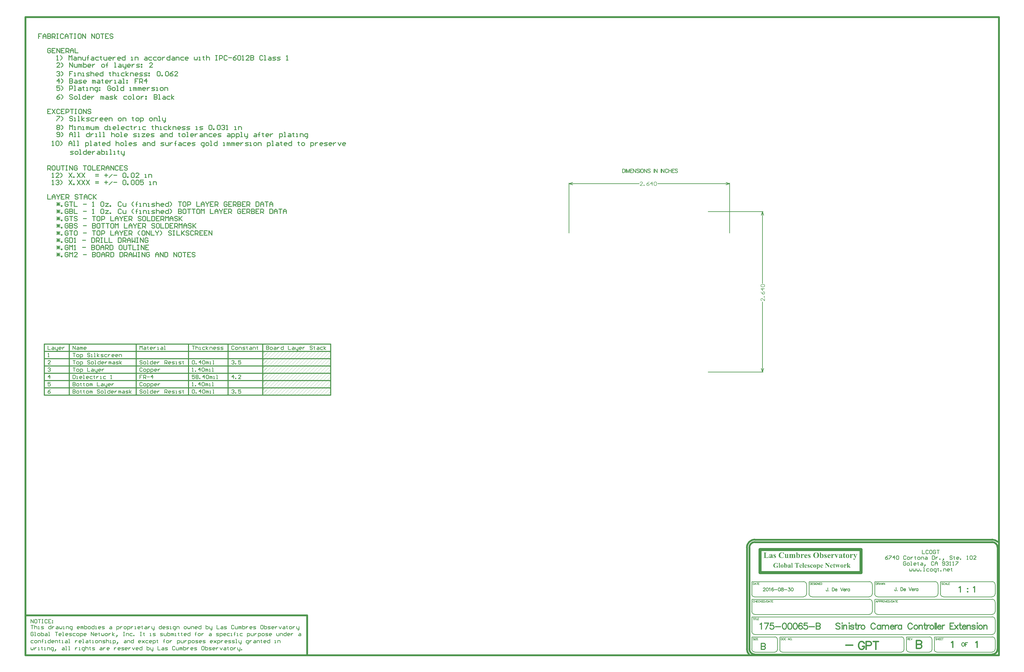
<source format=gbo>
G04 Layer_Color=32896*
%FSLAX23Y23*%
%MOIN*%
G70*
G01*
G75*
%ADD10C,0.010*%
%ADD12C,0.030*%
%ADD13C,0.050*%
%ADD14C,0.015*%
%ADD15C,0.001*%
%ADD16C,0.012*%
%ADD17C,0.006*%
%ADD18C,0.024*%
%ADD19C,0.018*%
%ADD20C,0.020*%
%ADD21C,0.016*%
G36*
X2670Y-4488D02*
X2671D01*
X2671Y-4488D01*
X2673Y-4488D01*
X2675Y-4489D01*
X2677Y-4490D01*
X2679Y-4491D01*
X2681Y-4492D01*
X2681D01*
X2682Y-4492D01*
X2682Y-4493D01*
X2683Y-4494D01*
X2684Y-4495D01*
X2685Y-4496D01*
X2685Y-4497D01*
X2686Y-4499D01*
X2686Y-4500D01*
Y-4501D01*
Y-4501D01*
Y-4501D01*
X2686Y-4502D01*
X2686Y-4503D01*
X2686Y-4504D01*
X2685Y-4504D01*
X2685Y-4505D01*
X2684Y-4506D01*
X2684Y-4506D01*
X2684Y-4506D01*
X2683Y-4507D01*
X2683Y-4507D01*
X2682Y-4507D01*
X2681Y-4507D01*
X2680Y-4508D01*
X2679Y-4508D01*
X2679D01*
X2678Y-4508D01*
X2677Y-4507D01*
X2676Y-4507D01*
X2676Y-4507D01*
X2675Y-4506D01*
X2674Y-4506D01*
X2674Y-4506D01*
X2673Y-4505D01*
X2673Y-4505D01*
X2673Y-4504D01*
X2672Y-4503D01*
X2672Y-4502D01*
X2671Y-4500D01*
X2671Y-4498D01*
Y-4498D01*
X2671Y-4497D01*
X2671Y-4497D01*
X2671Y-4496D01*
X2670Y-4495D01*
X2670Y-4494D01*
X2670Y-4493D01*
X2669Y-4493D01*
X2669Y-4493D01*
X2669Y-4492D01*
X2668Y-4492D01*
X2667Y-4492D01*
X2667Y-4492D01*
X2666D01*
X2666Y-4492D01*
X2665Y-4492D01*
X2664Y-4492D01*
X2664Y-4493D01*
X2663Y-4494D01*
X2662Y-4495D01*
X2662Y-4495D01*
X2662Y-4495D01*
X2661Y-4496D01*
X2661Y-4498D01*
X2660Y-4500D01*
X2660Y-4502D01*
X2660Y-4503D01*
X2659Y-4504D01*
X2659Y-4506D01*
Y-4508D01*
Y-4508D01*
Y-4508D01*
Y-4508D01*
Y-4509D01*
X2659Y-4509D01*
Y-4510D01*
X2660Y-4512D01*
X2660Y-4514D01*
X2660Y-4517D01*
X2661Y-4519D01*
X2662Y-4522D01*
Y-4522D01*
X2662Y-4522D01*
X2662Y-4522D01*
X2662Y-4523D01*
X2662Y-4524D01*
X2663Y-4525D01*
X2664Y-4527D01*
X2665Y-4529D01*
X2666Y-4530D01*
X2668Y-4531D01*
X2668Y-4532D01*
X2668Y-4532D01*
X2669Y-4532D01*
X2670Y-4533D01*
X2671Y-4533D01*
X2672Y-4533D01*
X2674Y-4534D01*
X2675Y-4534D01*
X2676D01*
X2676Y-4534D01*
X2677Y-4534D01*
X2677Y-4533D01*
X2678Y-4533D01*
X2679Y-4533D01*
X2680Y-4532D01*
X2680Y-4532D01*
X2681Y-4532D01*
X2681Y-4532D01*
X2682Y-4531D01*
X2683Y-4531D01*
X2684Y-4530D01*
X2685Y-4529D01*
X2686Y-4528D01*
X2688Y-4529D01*
Y-4529D01*
X2687Y-4529D01*
X2687Y-4530D01*
X2687Y-4530D01*
X2686Y-4531D01*
X2685Y-4533D01*
X2684Y-4535D01*
X2682Y-4536D01*
X2681Y-4538D01*
X2679Y-4539D01*
X2678D01*
X2678Y-4539D01*
X2678Y-4540D01*
X2678Y-4540D01*
X2676Y-4540D01*
X2675Y-4541D01*
X2673Y-4542D01*
X2671Y-4542D01*
X2669Y-4542D01*
X2667Y-4543D01*
X2667D01*
X2666Y-4542D01*
X2665D01*
X2664Y-4542D01*
X2663Y-4542D01*
X2662Y-4542D01*
X2661Y-4542D01*
X2660Y-4541D01*
X2658Y-4541D01*
X2657Y-4540D01*
X2656Y-4539D01*
X2654Y-4538D01*
X2653Y-4537D01*
X2652Y-4536D01*
X2651Y-4535D01*
X2650Y-4535D01*
X2650Y-4535D01*
X2650Y-4534D01*
X2650Y-4534D01*
X2649Y-4533D01*
X2649Y-4532D01*
X2648Y-4531D01*
X2648Y-4530D01*
X2647Y-4528D01*
X2646Y-4527D01*
X2646Y-4525D01*
X2645Y-4524D01*
X2645Y-4522D01*
X2645Y-4520D01*
X2644Y-4518D01*
X2644Y-4516D01*
Y-4516D01*
Y-4516D01*
Y-4515D01*
X2644Y-4514D01*
X2645Y-4513D01*
X2645Y-4512D01*
X2645Y-4511D01*
X2645Y-4510D01*
X2646Y-4507D01*
X2647Y-4504D01*
X2647Y-4502D01*
X2648Y-4501D01*
X2649Y-4499D01*
X2650Y-4498D01*
X2650Y-4497D01*
X2650Y-4497D01*
X2651Y-4497D01*
X2651Y-4496D01*
X2652Y-4495D01*
X2653Y-4495D01*
X2654Y-4494D01*
X2655Y-4493D01*
X2656Y-4492D01*
X2657Y-4491D01*
X2659Y-4490D01*
X2661Y-4489D01*
X2662Y-4489D01*
X2664Y-4488D01*
X2666Y-4488D01*
X2669Y-4488D01*
X2669D01*
X2670Y-4488D01*
D02*
G37*
G36*
X2618D02*
X2619Y-4488D01*
X2620Y-4488D01*
X2622Y-4489D01*
X2623Y-4489D01*
X2625Y-4490D01*
X2625D01*
X2625Y-4490D01*
X2626Y-4490D01*
X2626Y-4491D01*
X2627Y-4491D01*
X2628D01*
X2628Y-4491D01*
X2629Y-4491D01*
X2629Y-4490D01*
X2629Y-4490D01*
X2629Y-4490D01*
X2630Y-4489D01*
X2630Y-4489D01*
X2631Y-4488D01*
X2633D01*
X2633Y-4506D01*
X2631D01*
Y-4506D01*
X2631Y-4505D01*
X2631Y-4505D01*
X2631Y-4504D01*
X2631Y-4504D01*
X2630Y-4503D01*
X2629Y-4501D01*
X2628Y-4500D01*
X2627Y-4498D01*
X2626Y-4496D01*
X2625Y-4496D01*
X2624Y-4495D01*
X2624Y-4495D01*
X2624Y-4495D01*
X2623Y-4494D01*
X2622Y-4494D01*
X2621Y-4493D01*
X2620Y-4492D01*
X2619Y-4492D01*
X2617Y-4492D01*
X2617D01*
X2617Y-4492D01*
X2616Y-4492D01*
X2615Y-4492D01*
X2615Y-4493D01*
X2614Y-4493D01*
X2614Y-4494D01*
X2613Y-4494D01*
X2613Y-4494D01*
X2613Y-4494D01*
X2613Y-4495D01*
X2612Y-4496D01*
X2612Y-4496D01*
X2612Y-4497D01*
Y-4497D01*
Y-4497D01*
X2612Y-4498D01*
X2612Y-4499D01*
X2613Y-4500D01*
X2613Y-4500D01*
X2613Y-4500D01*
X2614Y-4501D01*
X2615Y-4502D01*
X2616Y-4502D01*
X2616Y-4503D01*
X2617Y-4504D01*
X2618Y-4504D01*
X2619Y-4505D01*
X2620Y-4506D01*
X2621Y-4507D01*
X2623Y-4508D01*
X2623Y-4508D01*
X2623Y-4508D01*
X2624Y-4508D01*
X2624Y-4509D01*
X2625Y-4509D01*
X2626Y-4510D01*
X2627Y-4511D01*
X2629Y-4512D01*
X2631Y-4514D01*
X2632Y-4516D01*
X2633Y-4516D01*
X2634Y-4517D01*
X2634Y-4517D01*
X2634Y-4518D01*
X2634Y-4519D01*
X2635Y-4520D01*
X2635Y-4521D01*
X2636Y-4522D01*
X2636Y-4524D01*
X2636Y-4526D01*
Y-4526D01*
Y-4526D01*
X2636Y-4527D01*
X2636Y-4528D01*
X2636Y-4530D01*
X2635Y-4531D01*
X2635Y-4533D01*
X2634Y-4534D01*
X2634Y-4534D01*
X2634Y-4535D01*
X2633Y-4535D01*
X2632Y-4536D01*
X2632Y-4537D01*
X2631Y-4539D01*
X2629Y-4539D01*
X2628Y-4540D01*
X2628Y-4540D01*
X2627Y-4541D01*
X2626Y-4541D01*
X2625Y-4541D01*
X2624Y-4542D01*
X2623Y-4542D01*
X2621Y-4542D01*
X2619Y-4543D01*
X2619D01*
X2618Y-4542D01*
X2617Y-4542D01*
X2615Y-4542D01*
X2614Y-4542D01*
X2612Y-4541D01*
X2610Y-4540D01*
X2609D01*
X2609Y-4540D01*
X2609Y-4540D01*
X2608Y-4540D01*
X2607Y-4540D01*
X2607D01*
X2607Y-4540D01*
X2606Y-4540D01*
X2606Y-4540D01*
X2605Y-4541D01*
X2605Y-4541D01*
X2604Y-4542D01*
X2602D01*
X2601Y-4524D01*
X2603D01*
Y-4524D01*
X2604Y-4524D01*
X2604Y-4525D01*
X2604Y-4525D01*
X2604Y-4526D01*
X2604Y-4526D01*
X2605Y-4528D01*
X2606Y-4530D01*
X2607Y-4532D01*
X2609Y-4533D01*
X2610Y-4535D01*
X2610Y-4535D01*
X2611Y-4535D01*
X2612Y-4536D01*
X2613Y-4537D01*
X2614Y-4537D01*
X2615Y-4538D01*
X2617Y-4538D01*
X2618Y-4538D01*
X2619D01*
X2619Y-4538D01*
X2620Y-4538D01*
X2620Y-4538D01*
X2621Y-4538D01*
X2622Y-4537D01*
X2623Y-4537D01*
X2623Y-4537D01*
X2623Y-4537D01*
X2623Y-4536D01*
X2623Y-4536D01*
X2624Y-4535D01*
X2624Y-4534D01*
X2624Y-4534D01*
X2624Y-4533D01*
Y-4533D01*
Y-4532D01*
X2624Y-4532D01*
X2624Y-4531D01*
X2624Y-4531D01*
X2624Y-4530D01*
X2623Y-4529D01*
X2623Y-4528D01*
X2623Y-4528D01*
X2622Y-4528D01*
X2622Y-4528D01*
X2621Y-4527D01*
X2620Y-4526D01*
X2619Y-4525D01*
X2617Y-4524D01*
X2615Y-4522D01*
X2615Y-4522D01*
X2615Y-4522D01*
X2614Y-4522D01*
X2614Y-4522D01*
X2613Y-4521D01*
X2612Y-4520D01*
X2611Y-4519D01*
X2609Y-4518D01*
X2607Y-4516D01*
X2605Y-4515D01*
X2605Y-4514D01*
X2604Y-4514D01*
Y-4513D01*
X2604Y-4513D01*
X2604Y-4513D01*
X2603Y-4512D01*
X2603Y-4511D01*
X2602Y-4509D01*
X2601Y-4507D01*
X2601Y-4506D01*
X2601Y-4504D01*
Y-4503D01*
Y-4503D01*
Y-4503D01*
X2601Y-4502D01*
X2601Y-4501D01*
X2601Y-4500D01*
X2602Y-4498D01*
X2602Y-4496D01*
X2603Y-4495D01*
X2605Y-4493D01*
Y-4493D01*
X2605Y-4493D01*
X2606Y-4492D01*
X2606Y-4491D01*
X2608Y-4490D01*
X2610Y-4489D01*
X2611Y-4489D01*
X2614Y-4488D01*
X2615Y-4488D01*
X2617D01*
X2618Y-4488D01*
D02*
G37*
G36*
X3237D02*
X3238Y-4488D01*
X3239Y-4488D01*
X3240Y-4489D01*
X3241Y-4489D01*
X3241Y-4490D01*
X3241Y-4490D01*
X3242Y-4490D01*
X3242Y-4491D01*
X3242Y-4491D01*
X3243Y-4492D01*
X3243Y-4493D01*
X3243Y-4494D01*
X3243Y-4495D01*
Y-4496D01*
Y-4496D01*
X3243Y-4497D01*
X3243Y-4497D01*
X3243Y-4498D01*
X3242Y-4499D01*
X3242Y-4500D01*
X3241Y-4501D01*
X3241Y-4501D01*
X3241Y-4501D01*
X3241Y-4502D01*
X3240Y-4502D01*
X3240Y-4502D01*
X3239Y-4503D01*
X3238Y-4503D01*
X3237Y-4503D01*
X3237D01*
X3236Y-4503D01*
X3235Y-4503D01*
X3235Y-4503D01*
X3234Y-4502D01*
X3233Y-4502D01*
X3232Y-4501D01*
X3232Y-4501D01*
X3232Y-4501D01*
X3231Y-4501D01*
X3231Y-4500D01*
X3230Y-4499D01*
X3230Y-4499D01*
X3230Y-4499D01*
X3229Y-4499D01*
X3229Y-4499D01*
X3229Y-4499D01*
X3228Y-4499D01*
X3228D01*
X3228Y-4499D01*
X3227D01*
X3226Y-4499D01*
X3226Y-4499D01*
X3225Y-4500D01*
X3225Y-4500D01*
X3225Y-4500D01*
X3224Y-4501D01*
X3224Y-4501D01*
X3223Y-4502D01*
X3223Y-4503D01*
X3222Y-4504D01*
X3222Y-4505D01*
Y-4505D01*
X3222Y-4506D01*
X3222Y-4506D01*
X3222Y-4506D01*
X3221Y-4507D01*
X3221Y-4509D01*
X3221Y-4510D01*
X3220Y-4512D01*
X3220Y-4515D01*
X3220Y-4517D01*
Y-4529D01*
X3220Y-4532D01*
Y-4532D01*
Y-4532D01*
Y-4533D01*
Y-4534D01*
X3220Y-4535D01*
X3220Y-4536D01*
X3220Y-4536D01*
Y-4536D01*
X3221Y-4536D01*
X3221Y-4537D01*
X3222Y-4538D01*
X3222Y-4538D01*
X3223D01*
X3223Y-4538D01*
X3223Y-4539D01*
X3223Y-4539D01*
X3224Y-4539D01*
X3225Y-4539D01*
X3226Y-4539D01*
X3227Y-4539D01*
Y-4541D01*
X3199D01*
Y-4539D01*
X3199D01*
X3200Y-4539D01*
X3200D01*
X3201Y-4539D01*
X3202Y-4538D01*
X3203Y-4538D01*
X3204Y-4537D01*
X3204Y-4537D01*
X3204Y-4537D01*
X3204Y-4536D01*
X3204Y-4536D01*
X3204Y-4535D01*
X3205Y-4533D01*
X3205Y-4532D01*
X3205Y-4531D01*
Y-4530D01*
Y-4529D01*
Y-4500D01*
Y-4500D01*
Y-4500D01*
Y-4499D01*
X3205Y-4498D01*
Y-4497D01*
X3205Y-4496D01*
X3204Y-4495D01*
X3204Y-4495D01*
Y-4495D01*
X3204Y-4495D01*
X3204Y-4494D01*
X3203Y-4493D01*
X3203Y-4492D01*
X3202Y-4492D01*
X3202Y-4492D01*
X3202Y-4492D01*
X3201Y-4492D01*
X3201Y-4492D01*
X3200Y-4492D01*
X3199Y-4491D01*
Y-4489D01*
X3220D01*
Y-4501D01*
X3220Y-4501D01*
X3220Y-4501D01*
X3221Y-4501D01*
X3221Y-4500D01*
X3221Y-4499D01*
X3222Y-4499D01*
X3223Y-4497D01*
X3224Y-4495D01*
X3226Y-4493D01*
X3227Y-4492D01*
X3228Y-4491D01*
X3229Y-4491D01*
X3229Y-4491D01*
X3230Y-4490D01*
X3230Y-4490D01*
X3231Y-4489D01*
X3232Y-4489D01*
X3234Y-4488D01*
X3235Y-4488D01*
X3236Y-4488D01*
X3237D01*
X3237Y-4488D01*
D02*
G37*
G36*
X3270Y-4516D02*
X3282Y-4504D01*
X3282Y-4504D01*
X3282Y-4503D01*
X3283Y-4503D01*
X3284Y-4502D01*
X3284Y-4501D01*
X3285Y-4500D01*
X3286Y-4499D01*
X3286Y-4499D01*
Y-4499D01*
X3286Y-4498D01*
X3287Y-4498D01*
X3287Y-4498D01*
X3287Y-4497D01*
X3287Y-4496D01*
Y-4495D01*
Y-4495D01*
X3287Y-4495D01*
X3287Y-4494D01*
X3286Y-4493D01*
X3286Y-4493D01*
X3286D01*
X3286Y-4493D01*
X3285Y-4493D01*
X3285Y-4492D01*
X3284Y-4492D01*
X3283Y-4492D01*
X3283Y-4492D01*
X3281Y-4491D01*
Y-4489D01*
X3304D01*
Y-4491D01*
X3304D01*
X3303Y-4492D01*
X3302Y-4492D01*
X3301Y-4492D01*
X3301Y-4492D01*
X3299Y-4493D01*
X3299Y-4493D01*
X3298Y-4493D01*
X3298Y-4493D01*
X3297Y-4494D01*
X3296Y-4495D01*
X3295Y-4496D01*
X3294Y-4496D01*
X3293Y-4497D01*
X3292Y-4498D01*
X3291Y-4499D01*
X3290Y-4500D01*
X3289Y-4502D01*
X3283Y-4507D01*
X3295Y-4525D01*
X3295Y-4525D01*
X3296Y-4525D01*
X3296Y-4526D01*
X3296Y-4527D01*
X3297Y-4527D01*
X3298Y-4528D01*
X3299Y-4530D01*
X3301Y-4533D01*
X3301Y-4534D01*
X3302Y-4535D01*
X3303Y-4535D01*
X3303Y-4536D01*
X3304Y-4537D01*
X3304Y-4537D01*
X3304Y-4537D01*
X3304Y-4537D01*
X3305Y-4538D01*
X3305Y-4538D01*
X3306Y-4538D01*
X3307Y-4539D01*
X3308Y-4539D01*
X3309Y-4539D01*
Y-4541D01*
X3282D01*
Y-4539D01*
X3282D01*
X3283Y-4539D01*
X3284Y-4539D01*
X3285Y-4538D01*
X3285Y-4538D01*
X3285Y-4538D01*
X3285Y-4538D01*
X3286Y-4537D01*
Y-4537D01*
Y-4537D01*
X3285Y-4536D01*
X3285Y-4536D01*
X3285Y-4535D01*
X3284Y-4534D01*
X3284Y-4533D01*
X3283Y-4532D01*
X3273Y-4517D01*
X3270Y-4521D01*
Y-4530D01*
Y-4530D01*
Y-4530D01*
Y-4530D01*
Y-4531D01*
X3270Y-4532D01*
Y-4533D01*
X3270Y-4534D01*
X3270Y-4535D01*
X3270Y-4537D01*
X3270Y-4537D01*
X3271Y-4537D01*
X3271Y-4537D01*
X3271Y-4537D01*
X3271Y-4538D01*
X3272Y-4538D01*
X3272Y-4538D01*
X3273Y-4539D01*
X3274Y-4539D01*
X3275Y-4539D01*
Y-4541D01*
X3249D01*
Y-4539D01*
X3249D01*
X3249Y-4539D01*
X3250Y-4539D01*
X3250Y-4539D01*
X3251Y-4538D01*
X3252Y-4538D01*
X3253Y-4538D01*
X3253Y-4537D01*
Y-4537D01*
X3253Y-4537D01*
X3254Y-4536D01*
X3254Y-4536D01*
X3254Y-4535D01*
X3254Y-4534D01*
X3254Y-4532D01*
Y-4531D01*
Y-4530D01*
Y-4477D01*
Y-4477D01*
Y-4477D01*
Y-4477D01*
Y-4476D01*
Y-4476D01*
X3254Y-4474D01*
X3254Y-4473D01*
X3254Y-4472D01*
X3253Y-4471D01*
X3253Y-4471D01*
X3253Y-4470D01*
Y-4470D01*
X3253Y-4470D01*
X3253Y-4470D01*
X3252Y-4469D01*
X3252Y-4469D01*
X3251Y-4469D01*
X3250Y-4468D01*
X3249Y-4468D01*
Y-4466D01*
X3270D01*
Y-4516D01*
D02*
G37*
G36*
X3137Y-4491D02*
X3137D01*
X3137Y-4492D01*
X3136Y-4492D01*
X3136Y-4492D01*
X3134Y-4492D01*
X3133Y-4493D01*
X3133Y-4493D01*
X3133Y-4494D01*
X3133Y-4494D01*
X3132Y-4495D01*
X3132Y-4496D01*
X3131Y-4497D01*
X3131Y-4498D01*
X3130Y-4499D01*
X3130Y-4500D01*
X3129Y-4502D01*
X3115Y-4543D01*
X3112D01*
X3098Y-4505D01*
X3084Y-4543D01*
X3081D01*
X3067Y-4505D01*
Y-4505D01*
X3067Y-4505D01*
X3067Y-4504D01*
X3067Y-4504D01*
X3066Y-4503D01*
X3066Y-4502D01*
X3065Y-4501D01*
X3065Y-4499D01*
X3064Y-4497D01*
X3063Y-4495D01*
X3062Y-4495D01*
X3062Y-4494D01*
X3062Y-4494D01*
X3062Y-4494D01*
X3061Y-4493D01*
X3061Y-4493D01*
X3060Y-4493D01*
X3060Y-4492D01*
X3059Y-4492D01*
X3058Y-4491D01*
Y-4489D01*
X3084D01*
Y-4491D01*
X3083D01*
X3082Y-4492D01*
X3081Y-4492D01*
X3081Y-4492D01*
X3080Y-4492D01*
X3080Y-4492D01*
X3080Y-4493D01*
X3079Y-4493D01*
X3079Y-4494D01*
Y-4494D01*
X3079Y-4495D01*
X3079Y-4495D01*
X3080Y-4496D01*
X3080Y-4497D01*
X3080Y-4498D01*
X3081Y-4500D01*
X3088Y-4520D01*
X3096Y-4500D01*
X3095Y-4498D01*
X3095Y-4498D01*
X3095Y-4498D01*
X3095Y-4497D01*
X3094Y-4496D01*
X3094Y-4495D01*
X3093Y-4494D01*
X3093Y-4494D01*
X3092Y-4493D01*
X3092Y-4493D01*
X3092Y-4493D01*
X3092Y-4493D01*
X3091Y-4492D01*
X3091Y-4492D01*
X3090Y-4492D01*
X3090Y-4492D01*
X3089Y-4491D01*
Y-4489D01*
X3115D01*
Y-4491D01*
X3114D01*
X3114Y-4492D01*
X3113Y-4492D01*
X3112Y-4492D01*
X3111Y-4492D01*
X3111Y-4492D01*
X3111Y-4492D01*
X3111Y-4493D01*
X3110Y-4494D01*
X3110Y-4494D01*
Y-4494D01*
Y-4495D01*
X3110Y-4495D01*
X3110Y-4495D01*
X3111Y-4496D01*
X3111Y-4497D01*
X3111Y-4498D01*
X3112Y-4500D01*
X3119Y-4520D01*
X3126Y-4501D01*
X3126Y-4501D01*
X3126Y-4501D01*
X3126Y-4500D01*
X3126Y-4499D01*
X3127Y-4497D01*
X3127Y-4497D01*
X3127Y-4496D01*
Y-4496D01*
Y-4496D01*
Y-4495D01*
X3127Y-4495D01*
X3127Y-4494D01*
X3126Y-4493D01*
X3126Y-4493D01*
X3126Y-4493D01*
X3125Y-4492D01*
X3125Y-4492D01*
X3124Y-4492D01*
X3124Y-4492D01*
X3123Y-4492D01*
X3122Y-4491D01*
Y-4489D01*
X3137D01*
Y-4491D01*
D02*
G37*
G36*
X2966Y-4468D02*
X2966D01*
X2966Y-4468D01*
X2965Y-4468D01*
X2964Y-4469D01*
X2963Y-4469D01*
X2962Y-4469D01*
X2961Y-4469D01*
X2960Y-4470D01*
X2960D01*
X2960Y-4470D01*
X2959Y-4471D01*
X2959Y-4471D01*
X2958Y-4472D01*
X2958Y-4472D01*
X2958Y-4473D01*
Y-4473D01*
X2957Y-4473D01*
X2957Y-4474D01*
X2957Y-4475D01*
X2957Y-4476D01*
X2957Y-4477D01*
X2957Y-4479D01*
Y-4481D01*
Y-4543D01*
X2955D01*
X2904Y-4480D01*
Y-4528D01*
Y-4528D01*
Y-4528D01*
Y-4529D01*
Y-4529D01*
X2905Y-4530D01*
X2905Y-4532D01*
X2905Y-4533D01*
X2906Y-4534D01*
X2906Y-4536D01*
X2907Y-4537D01*
X2907Y-4537D01*
X2908Y-4537D01*
X2908Y-4538D01*
X2909Y-4538D01*
X2910Y-4538D01*
X2911Y-4539D01*
X2913Y-4539D01*
X2914Y-4539D01*
X2916D01*
Y-4541D01*
X2889D01*
Y-4539D01*
X2890D01*
X2891Y-4539D01*
X2893Y-4539D01*
X2894Y-4538D01*
X2896Y-4538D01*
X2897Y-4537D01*
X2898Y-4537D01*
X2898Y-4536D01*
X2898Y-4536D01*
X2899Y-4535D01*
X2899Y-4535D01*
X2900Y-4533D01*
X2900Y-4532D01*
X2900Y-4530D01*
X2900Y-4528D01*
Y-4475D01*
X2899Y-4473D01*
X2899Y-4473D01*
X2898Y-4473D01*
X2898Y-4472D01*
X2897Y-4472D01*
X2896Y-4470D01*
X2895Y-4470D01*
X2895Y-4469D01*
X2894D01*
X2894Y-4469D01*
X2894Y-4469D01*
X2893Y-4469D01*
X2892Y-4469D01*
X2892Y-4469D01*
X2891Y-4468D01*
X2889Y-4468D01*
Y-4466D01*
X2916D01*
X2953Y-4512D01*
Y-4481D01*
Y-4480D01*
Y-4480D01*
Y-4480D01*
Y-4479D01*
X2953Y-4478D01*
X2952Y-4477D01*
X2952Y-4475D01*
X2952Y-4474D01*
X2951Y-4472D01*
X2951Y-4471D01*
X2951Y-4471D01*
X2950Y-4471D01*
X2950Y-4470D01*
X2949Y-4470D01*
X2947Y-4469D01*
X2946Y-4469D01*
X2944Y-4468D01*
X2942Y-4468D01*
Y-4466D01*
X2966D01*
Y-4468D01*
D02*
G37*
G36*
X2746Y-4290D02*
X2748Y-4290D01*
X2750Y-4290D01*
X2752Y-4291D01*
X2755Y-4291D01*
X2758Y-4292D01*
X2760Y-4293D01*
X2763Y-4294D01*
X2766Y-4295D01*
X2769Y-4296D01*
X2772Y-4298D01*
X2775Y-4300D01*
X2777Y-4303D01*
X2777Y-4303D01*
X2778Y-4303D01*
X2779Y-4304D01*
X2779Y-4305D01*
X2780Y-4306D01*
X2782Y-4308D01*
X2783Y-4310D01*
X2784Y-4312D01*
X2785Y-4314D01*
X2787Y-4316D01*
X2788Y-4319D01*
X2789Y-4322D01*
X2790Y-4325D01*
X2790Y-4329D01*
X2791Y-4332D01*
X2791Y-4336D01*
Y-4336D01*
Y-4337D01*
Y-4337D01*
X2791Y-4339D01*
X2791Y-4340D01*
X2790Y-4342D01*
X2790Y-4344D01*
X2790Y-4346D01*
X2789Y-4348D01*
X2788Y-4351D01*
X2788Y-4353D01*
X2787Y-4356D01*
X2785Y-4358D01*
X2784Y-4361D01*
X2783Y-4363D01*
X2781Y-4366D01*
X2781Y-4366D01*
X2780Y-4367D01*
X2779Y-4367D01*
X2778Y-4368D01*
X2777Y-4370D01*
X2775Y-4371D01*
X2773Y-4373D01*
X2771Y-4374D01*
X2769Y-4376D01*
X2766Y-4378D01*
X2763Y-4379D01*
X2759Y-4380D01*
X2756Y-4381D01*
X2752Y-4382D01*
X2748Y-4383D01*
X2743Y-4383D01*
X2742D01*
X2741Y-4383D01*
X2739Y-4383D01*
X2737Y-4382D01*
X2735Y-4382D01*
X2732Y-4382D01*
X2730Y-4381D01*
X2727Y-4380D01*
X2724Y-4379D01*
X2721Y-4378D01*
X2717Y-4376D01*
X2714Y-4374D01*
X2711Y-4372D01*
X2709Y-4369D01*
X2706Y-4367D01*
X2706Y-4366D01*
X2705Y-4366D01*
X2705Y-4365D01*
X2704Y-4364D01*
X2704Y-4363D01*
X2703Y-4362D01*
X2702Y-4360D01*
X2701Y-4358D01*
X2700Y-4356D01*
X2699Y-4353D01*
X2698Y-4351D01*
X2697Y-4348D01*
X2697Y-4345D01*
X2696Y-4342D01*
X2696Y-4339D01*
X2696Y-4336D01*
Y-4336D01*
Y-4335D01*
X2696Y-4334D01*
X2696Y-4332D01*
X2696Y-4331D01*
X2696Y-4329D01*
X2697Y-4327D01*
X2697Y-4324D01*
X2698Y-4322D01*
X2699Y-4319D01*
X2700Y-4316D01*
X2701Y-4313D01*
X2703Y-4311D01*
X2705Y-4308D01*
X2707Y-4305D01*
X2709Y-4303D01*
X2709Y-4302D01*
X2710Y-4302D01*
X2710Y-4301D01*
X2712Y-4300D01*
X2713Y-4299D01*
X2714Y-4298D01*
X2716Y-4297D01*
X2718Y-4296D01*
X2721Y-4295D01*
X2723Y-4294D01*
X2726Y-4293D01*
X2729Y-4292D01*
X2732Y-4291D01*
X2735Y-4290D01*
X2739Y-4290D01*
X2745D01*
X2746Y-4290D01*
D02*
G37*
G36*
X2437Y-4325D02*
X2437Y-4325D01*
X2437Y-4325D01*
X2437Y-4325D01*
X2438Y-4324D01*
X2439Y-4323D01*
X2440Y-4323D01*
X2441Y-4322D01*
X2442Y-4321D01*
X2444Y-4320D01*
X2447Y-4318D01*
X2449Y-4318D01*
X2450Y-4318D01*
X2452Y-4317D01*
X2454Y-4317D01*
X2455D01*
X2456Y-4317D01*
X2458Y-4318D01*
X2459Y-4318D01*
X2461Y-4319D01*
X2463Y-4320D01*
X2466Y-4321D01*
X2466D01*
X2466Y-4321D01*
X2466Y-4322D01*
X2468Y-4322D01*
X2469Y-4324D01*
X2470Y-4325D01*
X2472Y-4327D01*
X2473Y-4329D01*
X2474Y-4332D01*
Y-4332D01*
X2474Y-4332D01*
X2475Y-4332D01*
X2475Y-4333D01*
X2475Y-4334D01*
X2475Y-4334D01*
X2476Y-4336D01*
X2477Y-4339D01*
X2477Y-4341D01*
X2477Y-4344D01*
X2478Y-4348D01*
Y-4348D01*
Y-4348D01*
Y-4349D01*
Y-4349D01*
X2477Y-4350D01*
X2477Y-4351D01*
X2477Y-4352D01*
X2477Y-4354D01*
X2477Y-4356D01*
X2476Y-4360D01*
X2475Y-4363D01*
X2473Y-4366D01*
Y-4366D01*
X2473Y-4366D01*
X2473Y-4367D01*
X2473Y-4367D01*
X2472Y-4369D01*
X2471Y-4371D01*
X2469Y-4373D01*
X2467Y-4375D01*
X2465Y-4377D01*
X2463Y-4379D01*
X2463D01*
X2462Y-4379D01*
X2462Y-4379D01*
X2462Y-4379D01*
X2461Y-4380D01*
X2460Y-4380D01*
X2458Y-4381D01*
X2456Y-4381D01*
X2453Y-4382D01*
X2450Y-4383D01*
X2447Y-4383D01*
X2446D01*
X2446Y-4383D01*
X2444Y-4383D01*
X2443Y-4382D01*
X2441Y-4382D01*
X2440Y-4382D01*
X2438Y-4381D01*
X2438Y-4381D01*
X2438Y-4381D01*
X2437Y-4381D01*
X2436Y-4380D01*
X2435Y-4379D01*
X2434Y-4379D01*
X2432Y-4377D01*
X2431Y-4376D01*
X2420Y-4383D01*
X2418D01*
Y-4304D01*
Y-4304D01*
Y-4304D01*
Y-4303D01*
Y-4302D01*
Y-4301D01*
X2418Y-4300D01*
X2418Y-4299D01*
X2418Y-4298D01*
X2418Y-4297D01*
Y-4297D01*
X2418Y-4297D01*
X2417Y-4296D01*
X2417Y-4295D01*
X2416Y-4295D01*
X2415Y-4295D01*
X2415Y-4294D01*
X2415Y-4294D01*
X2414Y-4294D01*
X2413Y-4294D01*
X2412Y-4294D01*
X2411Y-4294D01*
Y-4291D01*
X2437D01*
Y-4325D01*
D02*
G37*
G36*
X2578Y-4317D02*
X2579Y-4317D01*
X2580Y-4318D01*
X2582Y-4318D01*
X2585Y-4319D01*
X2586Y-4320D01*
X2588Y-4320D01*
X2589Y-4321D01*
X2590Y-4322D01*
X2592Y-4324D01*
X2593Y-4325D01*
X2593Y-4325D01*
X2593Y-4325D01*
X2594Y-4326D01*
X2594Y-4326D01*
X2595Y-4327D01*
X2595Y-4328D01*
X2596Y-4329D01*
X2597Y-4331D01*
X2597Y-4332D01*
X2598Y-4334D01*
X2599Y-4336D01*
X2599Y-4338D01*
X2600Y-4340D01*
X2600Y-4342D01*
X2600Y-4345D01*
X2601Y-4348D01*
X2567D01*
Y-4348D01*
Y-4348D01*
X2567Y-4349D01*
Y-4350D01*
X2567Y-4351D01*
X2567Y-4352D01*
X2567Y-4353D01*
X2568Y-4355D01*
X2568Y-4358D01*
X2570Y-4361D01*
X2571Y-4364D01*
X2572Y-4366D01*
X2573Y-4367D01*
X2573Y-4368D01*
X2574Y-4368D01*
X2575Y-4369D01*
X2576Y-4370D01*
X2578Y-4371D01*
X2580Y-4372D01*
X2582Y-4373D01*
X2583Y-4373D01*
X2584Y-4373D01*
X2585D01*
X2586Y-4373D01*
X2586Y-4373D01*
X2588Y-4372D01*
X2589Y-4372D01*
X2590Y-4371D01*
X2591Y-4371D01*
X2591Y-4371D01*
X2592Y-4370D01*
X2593Y-4370D01*
X2593Y-4369D01*
X2594Y-4368D01*
X2596Y-4366D01*
X2597Y-4365D01*
X2598Y-4363D01*
X2601Y-4364D01*
Y-4364D01*
X2600Y-4365D01*
X2600Y-4365D01*
X2600Y-4366D01*
X2599Y-4367D01*
X2599Y-4368D01*
X2597Y-4370D01*
X2596Y-4372D01*
X2594Y-4374D01*
X2592Y-4377D01*
X2590Y-4378D01*
X2589Y-4379D01*
X2589D01*
X2589Y-4379D01*
X2589Y-4379D01*
X2588Y-4379D01*
X2587Y-4380D01*
X2585Y-4381D01*
X2583Y-4381D01*
X2581Y-4382D01*
X2578Y-4383D01*
X2575Y-4383D01*
X2575D01*
X2574Y-4383D01*
X2573D01*
X2572Y-4382D01*
X2571Y-4382D01*
X2569Y-4382D01*
X2568Y-4381D01*
X2566Y-4381D01*
X2564Y-4380D01*
X2562Y-4379D01*
X2561Y-4378D01*
X2559Y-4377D01*
X2557Y-4376D01*
X2556Y-4374D01*
X2554Y-4372D01*
Y-4372D01*
X2554Y-4372D01*
X2554Y-4371D01*
X2554Y-4371D01*
X2553Y-4370D01*
X2553Y-4369D01*
X2552Y-4368D01*
X2552Y-4366D01*
X2551Y-4365D01*
X2551Y-4363D01*
X2550Y-4362D01*
X2550Y-4360D01*
X2549Y-4356D01*
X2549Y-4353D01*
X2549Y-4351D01*
Y-4351D01*
Y-4350D01*
Y-4350D01*
X2549Y-4348D01*
X2549Y-4347D01*
X2549Y-4346D01*
X2550Y-4344D01*
X2550Y-4342D01*
X2551Y-4338D01*
X2551Y-4336D01*
X2552Y-4334D01*
X2553Y-4332D01*
X2554Y-4330D01*
X2556Y-4328D01*
X2557Y-4326D01*
X2557Y-4326D01*
X2557Y-4326D01*
X2558Y-4326D01*
X2559Y-4325D01*
X2559Y-4324D01*
X2560Y-4324D01*
X2561Y-4323D01*
X2563Y-4322D01*
X2564Y-4321D01*
X2566Y-4320D01*
X2569Y-4319D01*
X2571Y-4318D01*
X2573Y-4318D01*
X2575Y-4317D01*
X2577Y-4317D01*
X2578D01*
X2578Y-4317D01*
D02*
G37*
G36*
X2786Y-4488D02*
X2787Y-4488D01*
X2788Y-4488D01*
X2790Y-4489D01*
X2791Y-4489D01*
X2793Y-4490D01*
X2795Y-4492D01*
X2795D01*
X2795Y-4492D01*
X2796Y-4492D01*
X2797Y-4493D01*
X2798Y-4494D01*
X2799Y-4496D01*
X2800Y-4497D01*
X2801Y-4499D01*
X2802Y-4501D01*
Y-4502D01*
X2802Y-4502D01*
X2802Y-4502D01*
X2803Y-4503D01*
X2803Y-4503D01*
X2803Y-4504D01*
X2803Y-4506D01*
X2804Y-4508D01*
X2804Y-4510D01*
X2804Y-4512D01*
X2805Y-4515D01*
Y-4515D01*
Y-4515D01*
Y-4516D01*
Y-4516D01*
X2804Y-4517D01*
Y-4518D01*
X2804Y-4520D01*
X2804Y-4522D01*
X2803Y-4524D01*
X2803Y-4527D01*
X2802Y-4529D01*
Y-4529D01*
X2802Y-4530D01*
X2802Y-4530D01*
X2802Y-4530D01*
X2801Y-4532D01*
X2800Y-4533D01*
X2799Y-4535D01*
X2798Y-4536D01*
X2796Y-4538D01*
X2795Y-4539D01*
X2794Y-4539D01*
X2794Y-4540D01*
X2793Y-4540D01*
X2792Y-4541D01*
X2790Y-4542D01*
X2788Y-4542D01*
X2786Y-4542D01*
X2784Y-4543D01*
X2783D01*
X2783Y-4542D01*
X2782Y-4542D01*
X2780Y-4542D01*
X2779Y-4542D01*
X2778Y-4541D01*
X2776Y-4541D01*
X2776Y-4541D01*
X2776Y-4540D01*
X2775Y-4540D01*
X2774Y-4540D01*
X2774Y-4539D01*
X2773Y-4538D01*
X2772Y-4537D01*
X2770Y-4536D01*
Y-4555D01*
Y-4555D01*
Y-4556D01*
Y-4556D01*
X2771Y-4557D01*
X2771Y-4559D01*
X2771Y-4560D01*
X2771Y-4560D01*
Y-4560D01*
X2771Y-4561D01*
X2772Y-4561D01*
X2772Y-4562D01*
X2773Y-4562D01*
X2773D01*
X2773Y-4563D01*
X2774Y-4563D01*
X2774Y-4563D01*
X2775Y-4563D01*
X2776Y-4563D01*
X2777Y-4563D01*
X2778D01*
Y-4565D01*
X2749D01*
Y-4563D01*
X2749D01*
X2749Y-4563D01*
X2750Y-4563D01*
X2751Y-4563D01*
X2752Y-4563D01*
X2752Y-4562D01*
X2753Y-4562D01*
X2754Y-4561D01*
X2754Y-4561D01*
X2754Y-4561D01*
X2754Y-4560D01*
X2755Y-4560D01*
X2755Y-4559D01*
X2755Y-4558D01*
X2755Y-4556D01*
Y-4555D01*
Y-4500D01*
Y-4500D01*
Y-4500D01*
Y-4499D01*
X2755Y-4498D01*
X2755Y-4497D01*
X2755Y-4496D01*
X2755Y-4495D01*
X2754Y-4494D01*
X2754Y-4493D01*
X2754Y-4493D01*
X2753Y-4493D01*
X2753Y-4493D01*
X2753Y-4492D01*
X2752Y-4492D01*
X2751Y-4492D01*
X2750Y-4492D01*
X2749Y-4491D01*
Y-4489D01*
X2770D01*
Y-4496D01*
X2771Y-4496D01*
X2771Y-4496D01*
X2771Y-4495D01*
X2772Y-4494D01*
X2773Y-4493D01*
X2774Y-4492D01*
X2775Y-4491D01*
X2776Y-4491D01*
X2776Y-4491D01*
X2777Y-4490D01*
X2777Y-4490D01*
X2778Y-4489D01*
X2780Y-4489D01*
X2781Y-4488D01*
X2783Y-4488D01*
X2785Y-4488D01*
X2785D01*
X2786Y-4488D01*
D02*
G37*
G36*
X2461Y-4486D02*
X2459D01*
Y-4486D01*
X2459Y-4486D01*
X2459Y-4486D01*
X2459Y-4485D01*
X2458Y-4484D01*
X2458Y-4483D01*
X2457Y-4481D01*
X2456Y-4479D01*
X2456Y-4478D01*
X2455Y-4476D01*
X2455Y-4476D01*
X2455Y-4476D01*
X2454Y-4475D01*
X2453Y-4475D01*
X2453Y-4474D01*
X2451Y-4473D01*
X2450Y-4472D01*
X2449Y-4472D01*
X2449D01*
X2449Y-4471D01*
X2448Y-4471D01*
X2447Y-4471D01*
X2446Y-4471D01*
X2445Y-4471D01*
X2443Y-4471D01*
X2436D01*
Y-4528D01*
Y-4528D01*
Y-4528D01*
Y-4529D01*
Y-4529D01*
Y-4530D01*
X2436Y-4531D01*
Y-4533D01*
X2436Y-4534D01*
X2437Y-4535D01*
X2437Y-4535D01*
Y-4536D01*
X2437Y-4536D01*
X2437Y-4536D01*
X2438Y-4537D01*
X2439Y-4538D01*
X2439Y-4538D01*
X2439D01*
X2440Y-4538D01*
X2440Y-4538D01*
X2441Y-4539D01*
X2441Y-4539D01*
X2442Y-4539D01*
X2443Y-4539D01*
X2447D01*
Y-4541D01*
X2408D01*
Y-4539D01*
X2411D01*
X2411Y-4539D01*
X2412D01*
X2414Y-4539D01*
X2414Y-4538D01*
X2415Y-4538D01*
X2415D01*
X2415Y-4538D01*
X2416Y-4537D01*
X2417Y-4536D01*
X2417Y-4536D01*
X2418Y-4535D01*
Y-4535D01*
X2418Y-4535D01*
X2418Y-4535D01*
X2418Y-4534D01*
X2418Y-4533D01*
X2418Y-4532D01*
X2418Y-4530D01*
Y-4528D01*
Y-4471D01*
X2412D01*
X2411Y-4471D01*
X2410Y-4471D01*
X2408Y-4471D01*
X2407Y-4471D01*
X2405Y-4472D01*
X2403Y-4473D01*
X2402Y-4474D01*
X2402Y-4474D01*
X2401Y-4475D01*
X2400Y-4476D01*
X2399Y-4477D01*
X2398Y-4479D01*
X2397Y-4481D01*
X2396Y-4484D01*
X2396Y-4486D01*
X2394D01*
Y-4466D01*
X2461D01*
Y-4486D01*
D02*
G37*
G36*
X2113Y-4491D02*
X2111D01*
Y-4491D01*
X2111Y-4490D01*
X2111Y-4490D01*
X2110Y-4489D01*
X2110Y-4488D01*
X2110Y-4487D01*
X2109Y-4486D01*
X2108Y-4485D01*
X2107Y-4482D01*
X2105Y-4479D01*
X2103Y-4477D01*
X2101Y-4476D01*
X2100Y-4475D01*
X2100Y-4474D01*
X2100Y-4474D01*
X2099Y-4474D01*
X2099Y-4474D01*
X2098Y-4473D01*
X2097Y-4473D01*
X2096Y-4472D01*
X2095Y-4472D01*
X2093Y-4471D01*
X2090Y-4470D01*
X2087Y-4469D01*
X2086Y-4469D01*
X2084Y-4469D01*
X2083D01*
X2083Y-4469D01*
X2082D01*
X2081Y-4469D01*
X2079Y-4470D01*
X2077Y-4470D01*
X2074Y-4471D01*
X2072Y-4472D01*
X2071Y-4473D01*
X2070Y-4474D01*
X2070D01*
X2070Y-4474D01*
X2069Y-4474D01*
X2069Y-4475D01*
X2069Y-4475D01*
X2068Y-4476D01*
X2067Y-4477D01*
X2065Y-4479D01*
X2064Y-4481D01*
X2063Y-4484D01*
X2062Y-4487D01*
Y-4487D01*
X2062Y-4487D01*
X2062Y-4488D01*
X2062Y-4488D01*
X2061Y-4489D01*
X2061Y-4490D01*
X2061Y-4491D01*
X2061Y-4492D01*
X2060Y-4495D01*
X2060Y-4498D01*
X2060Y-4501D01*
X2060Y-4504D01*
Y-4504D01*
Y-4505D01*
Y-4505D01*
Y-4506D01*
X2060Y-4507D01*
Y-4508D01*
X2060Y-4509D01*
X2060Y-4510D01*
X2060Y-4513D01*
X2061Y-4517D01*
X2061Y-4520D01*
X2062Y-4523D01*
Y-4523D01*
X2062Y-4523D01*
X2062Y-4524D01*
X2063Y-4524D01*
X2063Y-4525D01*
X2063Y-4526D01*
X2064Y-4527D01*
X2065Y-4529D01*
X2067Y-4531D01*
X2068Y-4533D01*
X2070Y-4535D01*
X2070D01*
X2071Y-4535D01*
X2071Y-4535D01*
X2071Y-4535D01*
X2072Y-4536D01*
X2073Y-4536D01*
X2074Y-4537D01*
X2076Y-4537D01*
X2078Y-4538D01*
X2081Y-4538D01*
X2084Y-4539D01*
X2085D01*
X2085Y-4538D01*
X2086D01*
X2087Y-4538D01*
X2089Y-4538D01*
X2089D01*
X2090Y-4538D01*
X2090Y-4538D01*
X2091Y-4538D01*
X2092Y-4537D01*
X2093Y-4537D01*
X2095Y-4536D01*
Y-4521D01*
Y-4521D01*
Y-4520D01*
Y-4519D01*
X2095Y-4518D01*
Y-4517D01*
X2095Y-4517D01*
X2095Y-4516D01*
X2095Y-4515D01*
Y-4515D01*
X2094Y-4515D01*
X2094Y-4514D01*
X2094Y-4514D01*
X2093Y-4514D01*
X2093Y-4513D01*
X2092Y-4513D01*
X2092Y-4513D01*
X2092Y-4513D01*
X2091Y-4512D01*
X2091Y-4512D01*
X2090Y-4512D01*
X2089Y-4512D01*
X2088Y-4512D01*
X2085D01*
Y-4510D01*
X2122D01*
Y-4512D01*
X2122D01*
X2121Y-4512D01*
X2121D01*
X2120Y-4512D01*
X2118Y-4512D01*
X2117Y-4513D01*
X2116Y-4513D01*
X2116D01*
X2116Y-4513D01*
X2115Y-4514D01*
X2114Y-4514D01*
X2114Y-4515D01*
X2114Y-4516D01*
X2113Y-4516D01*
Y-4516D01*
X2113Y-4517D01*
X2113Y-4517D01*
Y-4518D01*
X2113Y-4519D01*
Y-4521D01*
Y-4536D01*
X2113D01*
X2113Y-4536D01*
X2112Y-4537D01*
X2112Y-4537D01*
X2111Y-4537D01*
X2110Y-4537D01*
X2110Y-4538D01*
X2109Y-4538D01*
X2106Y-4539D01*
X2104Y-4540D01*
X2101Y-4540D01*
X2098Y-4541D01*
X2098D01*
X2098Y-4541D01*
X2097D01*
X2097Y-4541D01*
X2096Y-4541D01*
X2095Y-4542D01*
X2094Y-4542D01*
X2093Y-4542D01*
X2091Y-4542D01*
X2088Y-4542D01*
X2085Y-4543D01*
X2082Y-4543D01*
X2080D01*
X2079Y-4543D01*
X2078D01*
X2077Y-4542D01*
X2076Y-4542D01*
X2073Y-4542D01*
X2070Y-4542D01*
X2067Y-4541D01*
X2064Y-4540D01*
X2064D01*
X2064Y-4540D01*
X2064Y-4540D01*
X2063Y-4539D01*
X2063Y-4539D01*
X2062Y-4539D01*
X2060Y-4538D01*
X2058Y-4537D01*
X2056Y-4535D01*
X2054Y-4534D01*
X2052Y-4532D01*
X2052Y-4532D01*
X2052Y-4532D01*
X2051Y-4531D01*
X2050Y-4530D01*
X2049Y-4529D01*
X2048Y-4528D01*
X2046Y-4526D01*
X2045Y-4524D01*
X2044Y-4522D01*
Y-4522D01*
X2043Y-4521D01*
X2043Y-4521D01*
X2043Y-4520D01*
X2043Y-4520D01*
X2042Y-4519D01*
X2042Y-4518D01*
X2042Y-4517D01*
X2041Y-4515D01*
X2041Y-4514D01*
X2040Y-4511D01*
X2040Y-4508D01*
X2040Y-4505D01*
Y-4504D01*
Y-4504D01*
X2040Y-4503D01*
X2040Y-4502D01*
X2040Y-4500D01*
X2040Y-4499D01*
X2041Y-4497D01*
X2041Y-4495D01*
X2042Y-4493D01*
X2043Y-4490D01*
X2044Y-4488D01*
X2045Y-4486D01*
X2046Y-4483D01*
X2048Y-4481D01*
X2050Y-4478D01*
X2052Y-4476D01*
X2052Y-4476D01*
X2052Y-4476D01*
X2053Y-4475D01*
X2054Y-4474D01*
X2055Y-4474D01*
X2056Y-4473D01*
X2058Y-4471D01*
X2060Y-4470D01*
X2062Y-4469D01*
X2064Y-4468D01*
X2067Y-4467D01*
X2069Y-4466D01*
X2072Y-4466D01*
X2075Y-4465D01*
X2078Y-4465D01*
X2082Y-4465D01*
X2083D01*
X2085Y-4465D01*
X2086Y-4465D01*
X2088Y-4465D01*
X2092Y-4466D01*
X2092D01*
X2092Y-4466D01*
X2093Y-4466D01*
X2093Y-4466D01*
X2095Y-4466D01*
X2096Y-4467D01*
X2098Y-4467D01*
X2099Y-4468D01*
X2100D01*
X2100Y-4468D01*
X2100Y-4468D01*
X2101Y-4469D01*
X2102Y-4469D01*
X2103Y-4469D01*
X2104Y-4470D01*
X2105Y-4470D01*
X2106Y-4470D01*
X2106D01*
X2107Y-4470D01*
X2108Y-4470D01*
X2109Y-4469D01*
X2109Y-4469D01*
X2109Y-4469D01*
X2109Y-4468D01*
X2110Y-4468D01*
X2110Y-4467D01*
X2110Y-4467D01*
X2111Y-4466D01*
X2111Y-4465D01*
X2113D01*
Y-4491D01*
D02*
G37*
G36*
X2539Y-4530D02*
Y-4530D01*
Y-4530D01*
Y-4531D01*
X2539Y-4532D01*
X2539Y-4533D01*
X2539Y-4534D01*
X2539Y-4536D01*
X2540Y-4537D01*
X2540Y-4537D01*
X2540Y-4537D01*
X2540Y-4538D01*
X2541Y-4538D01*
X2541Y-4538D01*
X2542Y-4538D01*
X2543Y-4539D01*
X2544Y-4539D01*
X2545Y-4539D01*
Y-4541D01*
X2517D01*
Y-4539D01*
X2518D01*
X2518Y-4539D01*
X2519Y-4539D01*
X2520Y-4539D01*
X2521Y-4538D01*
X2522Y-4538D01*
X2522Y-4537D01*
X2522Y-4537D01*
X2522Y-4537D01*
X2523Y-4536D01*
X2523Y-4536D01*
X2523Y-4535D01*
X2523Y-4534D01*
X2523Y-4532D01*
Y-4530D01*
Y-4477D01*
Y-4477D01*
Y-4477D01*
Y-4476D01*
X2523Y-4475D01*
X2523Y-4474D01*
X2523Y-4473D01*
X2523Y-4472D01*
X2522Y-4471D01*
X2522Y-4470D01*
X2522Y-4470D01*
X2522Y-4470D01*
X2521Y-4470D01*
X2521Y-4469D01*
X2520Y-4469D01*
X2519Y-4469D01*
X2518Y-4468D01*
X2517Y-4468D01*
Y-4466D01*
X2539D01*
Y-4530D01*
D02*
G37*
G36*
X2575Y-4488D02*
X2576Y-4488D01*
X2577Y-4488D01*
X2578Y-4489D01*
X2581Y-4489D01*
X2582Y-4490D01*
X2583Y-4491D01*
X2584Y-4491D01*
X2585Y-4492D01*
X2586Y-4493D01*
X2587Y-4494D01*
X2588Y-4494D01*
X2588Y-4495D01*
X2588Y-4495D01*
X2588Y-4496D01*
X2589Y-4496D01*
X2589Y-4497D01*
X2590Y-4498D01*
X2590Y-4499D01*
X2591Y-4500D01*
X2592Y-4502D01*
X2592Y-4503D01*
X2593Y-4505D01*
X2593Y-4507D01*
X2593Y-4509D01*
X2594Y-4511D01*
X2594Y-4513D01*
X2565D01*
Y-4513D01*
Y-4514D01*
X2565Y-4514D01*
Y-4515D01*
X2566Y-4516D01*
X2566Y-4517D01*
X2566Y-4518D01*
X2566Y-4519D01*
X2567Y-4522D01*
X2568Y-4525D01*
X2569Y-4527D01*
X2570Y-4529D01*
X2571Y-4530D01*
X2571Y-4530D01*
X2572Y-4530D01*
X2572Y-4531D01*
X2573Y-4532D01*
X2575Y-4533D01*
X2576Y-4534D01*
X2578Y-4534D01*
X2579Y-4534D01*
X2580Y-4534D01*
X2580D01*
X2581Y-4534D01*
X2582Y-4534D01*
X2583Y-4534D01*
X2584Y-4534D01*
X2585Y-4533D01*
X2586Y-4532D01*
X2586Y-4532D01*
X2587Y-4532D01*
X2587Y-4532D01*
X2588Y-4531D01*
X2589Y-4530D01*
X2590Y-4529D01*
X2591Y-4527D01*
X2592Y-4526D01*
X2594Y-4527D01*
Y-4527D01*
X2593Y-4527D01*
X2593Y-4528D01*
X2593Y-4528D01*
X2593Y-4529D01*
X2592Y-4530D01*
X2591Y-4532D01*
X2590Y-4534D01*
X2588Y-4536D01*
X2586Y-4537D01*
X2585Y-4538D01*
X2584Y-4539D01*
X2584D01*
X2584Y-4539D01*
X2584Y-4539D01*
X2583Y-4540D01*
X2582Y-4540D01*
X2581Y-4541D01*
X2579Y-4541D01*
X2577Y-4542D01*
X2575Y-4542D01*
X2573Y-4543D01*
X2572D01*
X2572Y-4542D01*
X2571D01*
X2570Y-4542D01*
X2569Y-4542D01*
X2568Y-4542D01*
X2566Y-4541D01*
X2565Y-4541D01*
X2563Y-4540D01*
X2562Y-4540D01*
X2560Y-4539D01*
X2559Y-4538D01*
X2558Y-4537D01*
X2556Y-4535D01*
X2555Y-4534D01*
Y-4534D01*
X2555Y-4534D01*
X2555Y-4533D01*
X2555Y-4533D01*
X2554Y-4532D01*
X2554Y-4531D01*
X2553Y-4530D01*
X2553Y-4529D01*
X2552Y-4528D01*
X2552Y-4526D01*
X2552Y-4525D01*
X2551Y-4523D01*
X2551Y-4520D01*
X2551Y-4518D01*
X2551Y-4516D01*
Y-4516D01*
Y-4515D01*
Y-4515D01*
X2551Y-4514D01*
X2551Y-4513D01*
X2551Y-4512D01*
X2551Y-4510D01*
X2551Y-4509D01*
X2552Y-4505D01*
X2553Y-4504D01*
X2554Y-4502D01*
X2554Y-4500D01*
X2555Y-4499D01*
X2556Y-4497D01*
X2557Y-4496D01*
X2558Y-4496D01*
X2558Y-4495D01*
X2558Y-4495D01*
X2559Y-4494D01*
X2559Y-4494D01*
X2560Y-4493D01*
X2561Y-4492D01*
X2562Y-4492D01*
X2563Y-4491D01*
X2565Y-4490D01*
X2567Y-4489D01*
X2569Y-4489D01*
X2570Y-4488D01*
X2572Y-4488D01*
X2574Y-4488D01*
X2575D01*
X2575Y-4488D01*
D02*
G37*
G36*
X2720D02*
X2721Y-4488D01*
X2722Y-4488D01*
X2724Y-4489D01*
X2726Y-4489D01*
X2729Y-4490D01*
X2731Y-4491D01*
X2731D01*
X2731Y-4492D01*
X2731Y-4492D01*
X2732Y-4492D01*
X2733Y-4493D01*
X2734Y-4494D01*
X2735Y-4495D01*
X2737Y-4497D01*
X2738Y-4499D01*
X2740Y-4501D01*
Y-4501D01*
X2740Y-4502D01*
X2740Y-4502D01*
X2740Y-4502D01*
X2740Y-4503D01*
X2741Y-4504D01*
X2741Y-4506D01*
X2742Y-4507D01*
X2742Y-4510D01*
X2743Y-4512D01*
X2743Y-4515D01*
Y-4515D01*
Y-4516D01*
Y-4516D01*
X2743Y-4517D01*
X2742Y-4518D01*
X2742Y-4519D01*
X2742Y-4520D01*
X2742Y-4522D01*
X2741Y-4525D01*
X2740Y-4528D01*
X2740Y-4529D01*
X2739Y-4531D01*
X2738Y-4532D01*
X2737Y-4534D01*
X2737Y-4534D01*
X2737Y-4534D01*
X2736Y-4535D01*
X2736Y-4535D01*
X2735Y-4536D01*
X2734Y-4537D01*
X2733Y-4537D01*
X2732Y-4538D01*
X2731Y-4539D01*
X2730Y-4540D01*
X2728Y-4540D01*
X2726Y-4541D01*
X2725Y-4542D01*
X2723Y-4542D01*
X2721Y-4542D01*
X2719Y-4543D01*
X2718D01*
X2717Y-4542D01*
X2717D01*
X2716Y-4542D01*
X2715Y-4542D01*
X2713Y-4542D01*
X2712Y-4542D01*
X2711Y-4541D01*
X2709Y-4541D01*
X2708Y-4540D01*
X2706Y-4539D01*
X2705Y-4538D01*
X2703Y-4537D01*
X2702Y-4536D01*
X2701Y-4534D01*
X2701Y-4534D01*
X2700Y-4534D01*
X2700Y-4534D01*
X2700Y-4533D01*
X2699Y-4532D01*
X2699Y-4531D01*
X2698Y-4530D01*
X2698Y-4529D01*
X2697Y-4528D01*
X2696Y-4526D01*
X2696Y-4525D01*
X2695Y-4523D01*
X2695Y-4521D01*
X2695Y-4519D01*
X2695Y-4517D01*
X2694Y-4515D01*
Y-4515D01*
Y-4515D01*
Y-4514D01*
X2695Y-4514D01*
X2695Y-4513D01*
X2695Y-4512D01*
X2695Y-4510D01*
X2695Y-4509D01*
X2696Y-4506D01*
X2697Y-4504D01*
X2697Y-4503D01*
X2698Y-4501D01*
X2699Y-4499D01*
X2700Y-4498D01*
X2701Y-4496D01*
X2701Y-4496D01*
X2701Y-4496D01*
X2701Y-4496D01*
X2702Y-4495D01*
X2703Y-4494D01*
X2703Y-4494D01*
X2704Y-4493D01*
X2705Y-4492D01*
X2707Y-4491D01*
X2708Y-4491D01*
X2709Y-4490D01*
X2711Y-4489D01*
X2713Y-4489D01*
X2714Y-4488D01*
X2716Y-4488D01*
X2718Y-4488D01*
X2720D01*
X2720Y-4488D01*
D02*
G37*
G36*
X2838D02*
X2839Y-4488D01*
X2840Y-4488D01*
X2842Y-4489D01*
X2844Y-4489D01*
X2845Y-4490D01*
X2846Y-4491D01*
X2847Y-4491D01*
X2849Y-4492D01*
X2850Y-4493D01*
X2851Y-4494D01*
X2851Y-4494D01*
X2851Y-4495D01*
X2851Y-4495D01*
X2852Y-4496D01*
X2852Y-4496D01*
X2853Y-4497D01*
X2853Y-4498D01*
X2854Y-4499D01*
X2854Y-4500D01*
X2855Y-4502D01*
X2855Y-4503D01*
X2856Y-4505D01*
X2856Y-4507D01*
X2857Y-4509D01*
X2857Y-4511D01*
X2857Y-4513D01*
X2829D01*
Y-4513D01*
Y-4514D01*
X2829Y-4514D01*
Y-4515D01*
X2829Y-4516D01*
X2829Y-4517D01*
X2829Y-4518D01*
X2829Y-4519D01*
X2830Y-4522D01*
X2831Y-4525D01*
X2832Y-4527D01*
X2833Y-4529D01*
X2834Y-4530D01*
X2834Y-4530D01*
X2835Y-4530D01*
X2836Y-4531D01*
X2837Y-4532D01*
X2838Y-4533D01*
X2840Y-4534D01*
X2841Y-4534D01*
X2842Y-4534D01*
X2843Y-4534D01*
X2844D01*
X2844Y-4534D01*
X2845Y-4534D01*
X2846Y-4534D01*
X2847Y-4534D01*
X2848Y-4533D01*
X2849Y-4532D01*
X2849Y-4532D01*
X2850Y-4532D01*
X2850Y-4532D01*
X2851Y-4531D01*
X2852Y-4530D01*
X2853Y-4529D01*
X2854Y-4527D01*
X2855Y-4526D01*
X2857Y-4527D01*
Y-4527D01*
X2857Y-4527D01*
X2857Y-4528D01*
X2856Y-4528D01*
X2856Y-4529D01*
X2855Y-4530D01*
X2854Y-4532D01*
X2853Y-4534D01*
X2851Y-4536D01*
X2849Y-4537D01*
X2849Y-4538D01*
X2848Y-4539D01*
X2847D01*
X2847Y-4539D01*
X2847Y-4539D01*
X2847Y-4540D01*
X2846Y-4540D01*
X2844Y-4541D01*
X2843Y-4541D01*
X2841Y-4542D01*
X2838Y-4542D01*
X2836Y-4543D01*
X2835D01*
X2835Y-4542D01*
X2834D01*
X2833Y-4542D01*
X2832Y-4542D01*
X2831Y-4542D01*
X2829Y-4541D01*
X2828Y-4541D01*
X2827Y-4540D01*
X2825Y-4540D01*
X2824Y-4539D01*
X2822Y-4538D01*
X2821Y-4537D01*
X2820Y-4535D01*
X2819Y-4534D01*
Y-4534D01*
X2818Y-4534D01*
X2818Y-4533D01*
X2818Y-4533D01*
X2818Y-4532D01*
X2817Y-4531D01*
X2817Y-4530D01*
X2816Y-4529D01*
X2816Y-4528D01*
X2815Y-4526D01*
X2815Y-4525D01*
X2815Y-4523D01*
X2814Y-4520D01*
X2814Y-4518D01*
X2814Y-4516D01*
Y-4516D01*
Y-4515D01*
Y-4515D01*
X2814Y-4514D01*
X2814Y-4513D01*
X2814Y-4512D01*
X2814Y-4510D01*
X2815Y-4509D01*
X2816Y-4505D01*
X2816Y-4504D01*
X2817Y-4502D01*
X2818Y-4500D01*
X2818Y-4499D01*
X2819Y-4497D01*
X2821Y-4496D01*
X2821Y-4496D01*
X2821Y-4495D01*
X2821Y-4495D01*
X2822Y-4494D01*
X2823Y-4494D01*
X2823Y-4493D01*
X2824Y-4492D01*
X2825Y-4492D01*
X2827Y-4491D01*
X2828Y-4490D01*
X2831Y-4489D01*
X2832Y-4489D01*
X2834Y-4488D01*
X2835Y-4488D01*
X2837Y-4488D01*
X2838D01*
X2838Y-4488D01*
D02*
G37*
G36*
X2184D02*
X2185Y-4488D01*
X2187Y-4488D01*
X2188Y-4489D01*
X2191Y-4489D01*
X2193Y-4490D01*
X2195Y-4491D01*
X2195D01*
X2195Y-4492D01*
X2195Y-4492D01*
X2196Y-4492D01*
X2197Y-4493D01*
X2198Y-4494D01*
X2200Y-4495D01*
X2201Y-4497D01*
X2202Y-4499D01*
X2204Y-4501D01*
Y-4501D01*
X2204Y-4502D01*
X2204Y-4502D01*
X2204Y-4502D01*
X2204Y-4503D01*
X2205Y-4504D01*
X2205Y-4506D01*
X2206Y-4507D01*
X2206Y-4510D01*
X2207Y-4512D01*
X2207Y-4515D01*
Y-4515D01*
Y-4516D01*
Y-4516D01*
X2207Y-4517D01*
X2207Y-4518D01*
X2206Y-4519D01*
X2206Y-4520D01*
X2206Y-4522D01*
X2205Y-4525D01*
X2204Y-4528D01*
X2204Y-4529D01*
X2203Y-4531D01*
X2202Y-4532D01*
X2201Y-4534D01*
X2201Y-4534D01*
X2201Y-4534D01*
X2200Y-4535D01*
X2200Y-4535D01*
X2199Y-4536D01*
X2198Y-4537D01*
X2197Y-4537D01*
X2196Y-4538D01*
X2195Y-4539D01*
X2194Y-4540D01*
X2192Y-4540D01*
X2191Y-4541D01*
X2189Y-4542D01*
X2187Y-4542D01*
X2185Y-4542D01*
X2183Y-4543D01*
X2182D01*
X2181Y-4542D01*
X2181D01*
X2180Y-4542D01*
X2179Y-4542D01*
X2177Y-4542D01*
X2176Y-4542D01*
X2175Y-4541D01*
X2173Y-4541D01*
X2172Y-4540D01*
X2170Y-4539D01*
X2169Y-4538D01*
X2167Y-4537D01*
X2166Y-4536D01*
X2165Y-4534D01*
X2165Y-4534D01*
X2164Y-4534D01*
X2164Y-4534D01*
X2164Y-4533D01*
X2163Y-4532D01*
X2163Y-4531D01*
X2162Y-4530D01*
X2162Y-4529D01*
X2161Y-4528D01*
X2161Y-4526D01*
X2160Y-4525D01*
X2159Y-4523D01*
X2159Y-4521D01*
X2159Y-4519D01*
X2159Y-4517D01*
X2159Y-4515D01*
Y-4515D01*
Y-4515D01*
Y-4514D01*
X2159Y-4514D01*
X2159Y-4513D01*
X2159Y-4512D01*
X2159Y-4510D01*
X2159Y-4509D01*
X2160Y-4506D01*
X2161Y-4504D01*
X2161Y-4503D01*
X2162Y-4501D01*
X2163Y-4499D01*
X2164Y-4498D01*
X2165Y-4496D01*
X2165Y-4496D01*
X2165Y-4496D01*
X2166Y-4496D01*
X2166Y-4495D01*
X2167Y-4494D01*
X2168Y-4494D01*
X2168Y-4493D01*
X2169Y-4492D01*
X2171Y-4491D01*
X2172Y-4491D01*
X2173Y-4490D01*
X2175Y-4489D01*
X2177Y-4489D01*
X2179Y-4488D01*
X2181Y-4488D01*
X2182Y-4488D01*
X2184D01*
X2184Y-4488D01*
D02*
G37*
G36*
X2235Y-4495D02*
X2235Y-4495D01*
X2235Y-4494D01*
X2235Y-4494D01*
X2236Y-4494D01*
X2236Y-4493D01*
X2237Y-4492D01*
X2238Y-4492D01*
X2239Y-4491D01*
X2241Y-4490D01*
X2243Y-4489D01*
X2245Y-4489D01*
X2246Y-4488D01*
X2247Y-4488D01*
X2249Y-4488D01*
X2250D01*
X2251Y-4488D01*
X2252Y-4488D01*
X2253Y-4489D01*
X2255Y-4489D01*
X2257Y-4490D01*
X2259Y-4491D01*
X2259D01*
X2259Y-4491D01*
X2259Y-4492D01*
X2260Y-4492D01*
X2261Y-4493D01*
X2263Y-4495D01*
X2264Y-4496D01*
X2265Y-4498D01*
X2266Y-4500D01*
Y-4500D01*
X2266Y-4500D01*
X2266Y-4501D01*
X2266Y-4501D01*
X2267Y-4502D01*
X2267Y-4502D01*
X2267Y-4504D01*
X2268Y-4506D01*
X2268Y-4508D01*
X2269Y-4510D01*
X2269Y-4513D01*
Y-4513D01*
Y-4514D01*
Y-4514D01*
Y-4515D01*
X2269Y-4515D01*
X2268Y-4516D01*
X2268Y-4517D01*
X2268Y-4518D01*
X2268Y-4521D01*
X2267Y-4523D01*
X2266Y-4526D01*
X2265Y-4529D01*
Y-4529D01*
X2265Y-4529D01*
X2265Y-4529D01*
X2265Y-4530D01*
X2264Y-4531D01*
X2263Y-4532D01*
X2262Y-4534D01*
X2260Y-4536D01*
X2258Y-4538D01*
X2256Y-4539D01*
X2256D01*
X2256Y-4539D01*
X2256Y-4539D01*
X2255Y-4540D01*
X2255Y-4540D01*
X2254Y-4540D01*
X2253Y-4541D01*
X2251Y-4541D01*
X2248Y-4542D01*
X2246Y-4542D01*
X2243Y-4543D01*
X2243D01*
X2242Y-4542D01*
X2241Y-4542D01*
X2240Y-4542D01*
X2239Y-4542D01*
X2237Y-4542D01*
X2236Y-4541D01*
X2236Y-4541D01*
X2236Y-4541D01*
X2235Y-4541D01*
X2234Y-4540D01*
X2233Y-4540D01*
X2232Y-4539D01*
X2231Y-4538D01*
X2230Y-4537D01*
X2221Y-4543D01*
X2219D01*
Y-4477D01*
Y-4477D01*
Y-4477D01*
Y-4476D01*
Y-4476D01*
Y-4475D01*
X2219Y-4474D01*
X2219Y-4473D01*
X2219Y-4472D01*
X2219Y-4471D01*
Y-4471D01*
X2219Y-4471D01*
X2219Y-4471D01*
X2218Y-4470D01*
X2217Y-4469D01*
X2217Y-4469D01*
X2217Y-4469D01*
X2216Y-4469D01*
X2216Y-4469D01*
X2215Y-4468D01*
X2214Y-4468D01*
X2213Y-4468D01*
Y-4466D01*
X2235D01*
Y-4495D01*
D02*
G37*
G36*
X2494Y-4488D02*
X2494Y-4488D01*
X2495Y-4488D01*
X2497Y-4489D01*
X2499Y-4489D01*
X2500Y-4490D01*
X2501Y-4491D01*
X2503Y-4491D01*
X2504Y-4492D01*
X2505Y-4493D01*
X2506Y-4494D01*
X2506Y-4494D01*
X2506Y-4495D01*
X2507Y-4495D01*
X2507Y-4496D01*
X2507Y-4496D01*
X2508Y-4497D01*
X2508Y-4498D01*
X2509Y-4499D01*
X2510Y-4500D01*
X2510Y-4502D01*
X2511Y-4503D01*
X2511Y-4505D01*
X2512Y-4507D01*
X2512Y-4509D01*
X2512Y-4511D01*
X2512Y-4513D01*
X2484D01*
Y-4513D01*
Y-4514D01*
X2484Y-4514D01*
Y-4515D01*
X2484Y-4516D01*
X2484Y-4517D01*
X2485Y-4518D01*
X2485Y-4519D01*
X2485Y-4522D01*
X2486Y-4525D01*
X2488Y-4527D01*
X2489Y-4529D01*
X2489Y-4530D01*
X2490Y-4530D01*
X2490Y-4530D01*
X2491Y-4531D01*
X2492Y-4532D01*
X2493Y-4533D01*
X2495Y-4534D01*
X2497Y-4534D01*
X2498Y-4534D01*
X2499Y-4534D01*
X2499D01*
X2500Y-4534D01*
X2501Y-4534D01*
X2501Y-4534D01*
X2502Y-4534D01*
X2504Y-4533D01*
X2505Y-4532D01*
X2505Y-4532D01*
X2505Y-4532D01*
X2506Y-4532D01*
X2506Y-4531D01*
X2507Y-4530D01*
X2508Y-4529D01*
X2509Y-4527D01*
X2510Y-4526D01*
X2512Y-4527D01*
Y-4527D01*
X2512Y-4527D01*
X2512Y-4528D01*
X2512Y-4528D01*
X2511Y-4529D01*
X2511Y-4530D01*
X2509Y-4532D01*
X2508Y-4534D01*
X2507Y-4536D01*
X2505Y-4537D01*
X2504Y-4538D01*
X2503Y-4539D01*
X2503D01*
X2503Y-4539D01*
X2502Y-4539D01*
X2502Y-4540D01*
X2501Y-4540D01*
X2500Y-4541D01*
X2498Y-4541D01*
X2496Y-4542D01*
X2494Y-4542D01*
X2491Y-4543D01*
X2491D01*
X2490Y-4542D01*
X2489D01*
X2488Y-4542D01*
X2487Y-4542D01*
X2486Y-4542D01*
X2485Y-4541D01*
X2483Y-4541D01*
X2482Y-4540D01*
X2481Y-4540D01*
X2479Y-4539D01*
X2478Y-4538D01*
X2476Y-4537D01*
X2475Y-4535D01*
X2474Y-4534D01*
Y-4534D01*
X2474Y-4534D01*
X2473Y-4533D01*
X2473Y-4533D01*
X2473Y-4532D01*
X2472Y-4531D01*
X2472Y-4530D01*
X2472Y-4529D01*
X2471Y-4528D01*
X2471Y-4526D01*
X2470Y-4525D01*
X2470Y-4523D01*
X2469Y-4520D01*
X2469Y-4518D01*
X2469Y-4516D01*
Y-4516D01*
Y-4515D01*
Y-4515D01*
X2469Y-4514D01*
X2469Y-4513D01*
X2470Y-4512D01*
X2470Y-4510D01*
X2470Y-4509D01*
X2471Y-4505D01*
X2471Y-4504D01*
X2472Y-4502D01*
X2473Y-4500D01*
X2474Y-4499D01*
X2475Y-4497D01*
X2476Y-4496D01*
X2476Y-4496D01*
X2476Y-4495D01*
X2477Y-4495D01*
X2477Y-4494D01*
X2478Y-4494D01*
X2479Y-4493D01*
X2480Y-4492D01*
X2481Y-4492D01*
X2482Y-4491D01*
X2483Y-4490D01*
X2486Y-4489D01*
X2487Y-4489D01*
X2489Y-4488D01*
X2491Y-4488D01*
X2492Y-4488D01*
X2493D01*
X2494Y-4488D01*
D02*
G37*
G36*
X3044Y-4489D02*
X3056D01*
Y-4495D01*
X3044D01*
Y-4527D01*
Y-4527D01*
Y-4527D01*
Y-4528D01*
Y-4529D01*
X3044Y-4530D01*
Y-4531D01*
X3044Y-4532D01*
X3044Y-4533D01*
X3044Y-4533D01*
X3044Y-4533D01*
X3045Y-4534D01*
X3045Y-4535D01*
X3046Y-4535D01*
X3046Y-4535D01*
X3047Y-4535D01*
X3047Y-4535D01*
X3048D01*
X3048Y-4535D01*
X3049Y-4535D01*
X3050Y-4535D01*
X3051Y-4534D01*
X3052Y-4533D01*
X3052Y-4532D01*
X3053Y-4532D01*
X3053Y-4531D01*
X3054Y-4530D01*
X3056Y-4531D01*
Y-4531D01*
X3056Y-4532D01*
X3055Y-4532D01*
X3055Y-4533D01*
X3054Y-4534D01*
X3054Y-4535D01*
X3053Y-4535D01*
X3052Y-4536D01*
X3051Y-4537D01*
X3050Y-4538D01*
X3049Y-4539D01*
X3048Y-4540D01*
X3046Y-4541D01*
X3045Y-4541D01*
X3043Y-4542D01*
X3041Y-4542D01*
X3040D01*
X3040Y-4542D01*
X3038Y-4541D01*
X3037Y-4541D01*
X3036Y-4541D01*
X3034Y-4540D01*
X3033Y-4539D01*
X3033Y-4539D01*
X3032Y-4539D01*
X3032Y-4538D01*
X3031Y-4537D01*
X3030Y-4536D01*
X3030Y-4535D01*
X3029Y-4534D01*
X3029Y-4533D01*
Y-4533D01*
X3029Y-4533D01*
X3029Y-4532D01*
Y-4531D01*
X3028Y-4530D01*
Y-4530D01*
X3028Y-4529D01*
Y-4528D01*
X3028Y-4527D01*
Y-4526D01*
Y-4524D01*
Y-4523D01*
Y-4495D01*
X3021D01*
Y-4493D01*
X3022Y-4493D01*
X3022Y-4493D01*
X3022Y-4492D01*
X3023Y-4492D01*
X3023Y-4492D01*
X3024Y-4491D01*
X3025Y-4490D01*
X3027Y-4488D01*
X3029Y-4487D01*
X3031Y-4485D01*
X3033Y-4483D01*
X3033Y-4483D01*
X3033Y-4482D01*
X3034Y-4482D01*
X3034Y-4482D01*
X3035Y-4481D01*
X3036Y-4479D01*
X3037Y-4477D01*
X3039Y-4475D01*
X3040Y-4473D01*
X3042Y-4471D01*
X3044D01*
Y-4489D01*
D02*
G37*
G36*
X2147Y-4530D02*
Y-4530D01*
Y-4530D01*
Y-4531D01*
X2147Y-4532D01*
X2147Y-4533D01*
X2147Y-4534D01*
X2148Y-4536D01*
X2148Y-4537D01*
X2148Y-4537D01*
X2148Y-4537D01*
X2148Y-4538D01*
X2149Y-4538D01*
X2149Y-4538D01*
X2150Y-4538D01*
X2151Y-4539D01*
X2152Y-4539D01*
X2153Y-4539D01*
Y-4541D01*
X2125D01*
Y-4539D01*
X2126D01*
X2126Y-4539D01*
X2127Y-4539D01*
X2128Y-4539D01*
X2129Y-4538D01*
X2130Y-4538D01*
X2130Y-4537D01*
X2131Y-4537D01*
X2131Y-4537D01*
X2131Y-4536D01*
X2131Y-4536D01*
X2131Y-4535D01*
X2131Y-4534D01*
X2132Y-4532D01*
Y-4530D01*
Y-4477D01*
Y-4477D01*
Y-4477D01*
Y-4476D01*
X2131Y-4475D01*
X2131Y-4474D01*
X2131Y-4473D01*
X2131Y-4472D01*
X2131Y-4471D01*
X2130Y-4470D01*
X2130Y-4470D01*
X2130Y-4470D01*
X2130Y-4470D01*
X2129Y-4469D01*
X2128Y-4469D01*
X2128Y-4469D01*
X2127Y-4468D01*
X2125Y-4468D01*
Y-4466D01*
X2147D01*
Y-4530D01*
D02*
G37*
G36*
X2354D02*
Y-4530D01*
Y-4530D01*
Y-4531D01*
X2354Y-4532D01*
X2354Y-4533D01*
X2354Y-4534D01*
X2354Y-4536D01*
X2355Y-4537D01*
X2355Y-4537D01*
X2355Y-4537D01*
X2355Y-4538D01*
X2356Y-4538D01*
X2356Y-4538D01*
X2357Y-4538D01*
X2358Y-4539D01*
X2359Y-4539D01*
X2360Y-4539D01*
Y-4541D01*
X2332D01*
Y-4539D01*
X2333D01*
X2333Y-4539D01*
X2334Y-4539D01*
X2335Y-4539D01*
X2336Y-4538D01*
X2337Y-4538D01*
X2337Y-4537D01*
X2337Y-4537D01*
X2338Y-4537D01*
X2338Y-4536D01*
X2338Y-4536D01*
X2338Y-4535D01*
X2338Y-4534D01*
X2339Y-4532D01*
Y-4530D01*
Y-4477D01*
Y-4477D01*
Y-4477D01*
Y-4476D01*
X2338Y-4475D01*
X2338Y-4474D01*
X2338Y-4473D01*
X2338Y-4472D01*
X2338Y-4471D01*
X2337Y-4470D01*
X2337Y-4470D01*
X2337Y-4470D01*
X2337Y-4470D01*
X2336Y-4469D01*
X2335Y-4469D01*
X2335Y-4469D01*
X2334Y-4468D01*
X2332Y-4468D01*
Y-4466D01*
X2354D01*
Y-4530D01*
D02*
G37*
G36*
X2998Y-4488D02*
X2999Y-4488D01*
X3000Y-4488D01*
X3002Y-4489D01*
X3004Y-4489D01*
X3005Y-4490D01*
X3006Y-4491D01*
X3007Y-4491D01*
X3008Y-4492D01*
X3009Y-4493D01*
X3011Y-4494D01*
X3011Y-4494D01*
X3011Y-4495D01*
X3011Y-4495D01*
X3011Y-4496D01*
X3012Y-4496D01*
X3012Y-4497D01*
X3013Y-4498D01*
X3013Y-4499D01*
X3014Y-4500D01*
X3015Y-4502D01*
X3015Y-4503D01*
X3016Y-4505D01*
X3016Y-4507D01*
X3016Y-4509D01*
X3017Y-4511D01*
X3017Y-4513D01*
X2988D01*
Y-4513D01*
Y-4514D01*
X2989Y-4514D01*
Y-4515D01*
X2989Y-4516D01*
X2989Y-4517D01*
X2989Y-4518D01*
X2989Y-4519D01*
X2990Y-4522D01*
X2991Y-4525D01*
X2992Y-4527D01*
X2993Y-4529D01*
X2994Y-4530D01*
X2994Y-4530D01*
X2995Y-4530D01*
X2995Y-4531D01*
X2996Y-4532D01*
X2998Y-4533D01*
X2999Y-4534D01*
X3001Y-4534D01*
X3002Y-4534D01*
X3003Y-4534D01*
X3004D01*
X3004Y-4534D01*
X3005Y-4534D01*
X3006Y-4534D01*
X3007Y-4534D01*
X3008Y-4533D01*
X3009Y-4532D01*
X3009Y-4532D01*
X3010Y-4532D01*
X3010Y-4532D01*
X3011Y-4531D01*
X3012Y-4530D01*
X3013Y-4529D01*
X3014Y-4527D01*
X3015Y-4526D01*
X3017Y-4527D01*
Y-4527D01*
X3017Y-4527D01*
X3016Y-4528D01*
X3016Y-4528D01*
X3016Y-4529D01*
X3015Y-4530D01*
X3014Y-4532D01*
X3013Y-4534D01*
X3011Y-4536D01*
X3009Y-4537D01*
X3008Y-4538D01*
X3007Y-4539D01*
X3007D01*
X3007Y-4539D01*
X3007Y-4539D01*
X3007Y-4540D01*
X3005Y-4540D01*
X3004Y-4541D01*
X3002Y-4541D01*
X3000Y-4542D01*
X2998Y-4542D01*
X2996Y-4543D01*
X2995D01*
X2995Y-4542D01*
X2994D01*
X2993Y-4542D01*
X2992Y-4542D01*
X2991Y-4542D01*
X2989Y-4541D01*
X2988Y-4541D01*
X2986Y-4540D01*
X2985Y-4540D01*
X2984Y-4539D01*
X2982Y-4538D01*
X2981Y-4537D01*
X2979Y-4535D01*
X2978Y-4534D01*
Y-4534D01*
X2978Y-4534D01*
X2978Y-4533D01*
X2978Y-4533D01*
X2977Y-4532D01*
X2977Y-4531D01*
X2976Y-4530D01*
X2976Y-4529D01*
X2976Y-4528D01*
X2975Y-4526D01*
X2975Y-4525D01*
X2974Y-4523D01*
X2974Y-4520D01*
X2974Y-4518D01*
X2974Y-4516D01*
Y-4516D01*
Y-4515D01*
Y-4515D01*
X2974Y-4514D01*
X2974Y-4513D01*
X2974Y-4512D01*
X2974Y-4510D01*
X2974Y-4509D01*
X2975Y-4505D01*
X2976Y-4504D01*
X2977Y-4502D01*
X2977Y-4500D01*
X2978Y-4499D01*
X2979Y-4497D01*
X2981Y-4496D01*
X2981Y-4496D01*
X2981Y-4495D01*
X2981Y-4495D01*
X2982Y-4494D01*
X2982Y-4494D01*
X2983Y-4493D01*
X2984Y-4492D01*
X2985Y-4492D01*
X2986Y-4491D01*
X2988Y-4490D01*
X2990Y-4489D01*
X2992Y-4489D01*
X2993Y-4488D01*
X2995Y-4488D01*
X2997Y-4488D01*
X2998D01*
X2998Y-4488D01*
D02*
G37*
G36*
X3168D02*
X3169Y-4488D01*
X3171Y-4488D01*
X3172Y-4489D01*
X3175Y-4489D01*
X3177Y-4490D01*
X3179Y-4491D01*
X3179D01*
X3179Y-4492D01*
X3179Y-4492D01*
X3180Y-4492D01*
X3181Y-4493D01*
X3182Y-4494D01*
X3184Y-4495D01*
X3185Y-4497D01*
X3187Y-4499D01*
X3188Y-4501D01*
Y-4501D01*
X3188Y-4502D01*
X3188Y-4502D01*
X3188Y-4502D01*
X3189Y-4503D01*
X3189Y-4504D01*
X3189Y-4506D01*
X3190Y-4507D01*
X3190Y-4510D01*
X3191Y-4512D01*
X3191Y-4515D01*
Y-4515D01*
Y-4516D01*
Y-4516D01*
X3191Y-4517D01*
X3191Y-4518D01*
X3190Y-4519D01*
X3190Y-4520D01*
X3190Y-4522D01*
X3189Y-4525D01*
X3188Y-4528D01*
X3188Y-4529D01*
X3187Y-4531D01*
X3186Y-4532D01*
X3185Y-4534D01*
X3185Y-4534D01*
X3185Y-4534D01*
X3184Y-4535D01*
X3184Y-4535D01*
X3183Y-4536D01*
X3182Y-4537D01*
X3181Y-4537D01*
X3180Y-4538D01*
X3179Y-4539D01*
X3178Y-4540D01*
X3176Y-4540D01*
X3175Y-4541D01*
X3173Y-4542D01*
X3171Y-4542D01*
X3169Y-4542D01*
X3167Y-4543D01*
X3166D01*
X3166Y-4542D01*
X3165D01*
X3164Y-4542D01*
X3163Y-4542D01*
X3161Y-4542D01*
X3160Y-4542D01*
X3159Y-4541D01*
X3157Y-4541D01*
X3156Y-4540D01*
X3154Y-4539D01*
X3153Y-4538D01*
X3151Y-4537D01*
X3150Y-4536D01*
X3149Y-4534D01*
X3149Y-4534D01*
X3149Y-4534D01*
X3148Y-4534D01*
X3148Y-4533D01*
X3147Y-4532D01*
X3147Y-4531D01*
X3146Y-4530D01*
X3146Y-4529D01*
X3145Y-4528D01*
X3145Y-4526D01*
X3144Y-4525D01*
X3144Y-4523D01*
X3143Y-4521D01*
X3143Y-4519D01*
X3143Y-4517D01*
X3143Y-4515D01*
Y-4515D01*
Y-4515D01*
Y-4514D01*
X3143Y-4514D01*
X3143Y-4513D01*
X3143Y-4512D01*
X3143Y-4510D01*
X3143Y-4509D01*
X3144Y-4506D01*
X3145Y-4504D01*
X3145Y-4503D01*
X3146Y-4501D01*
X3147Y-4499D01*
X3148Y-4498D01*
X3149Y-4496D01*
X3149Y-4496D01*
X3149Y-4496D01*
X3150Y-4496D01*
X3150Y-4495D01*
X3151Y-4494D01*
X3152Y-4494D01*
X3152Y-4493D01*
X3154Y-4492D01*
X3155Y-4491D01*
X3156Y-4491D01*
X3157Y-4490D01*
X3159Y-4489D01*
X3161Y-4489D01*
X3163Y-4488D01*
X3165Y-4488D01*
X3167Y-4488D01*
X3168D01*
X3168Y-4488D01*
D02*
G37*
G36*
X2305D02*
X2306Y-4488D01*
X2308Y-4488D01*
X2309Y-4489D01*
X2311Y-4489D01*
X2313Y-4490D01*
X2315Y-4491D01*
X2315Y-4491D01*
X2316Y-4492D01*
X2316Y-4492D01*
X2317Y-4493D01*
X2318Y-4494D01*
X2319Y-4495D01*
X2320Y-4496D01*
X2320Y-4498D01*
Y-4498D01*
X2321Y-4498D01*
X2321Y-4499D01*
X2321Y-4500D01*
X2321Y-4501D01*
X2321Y-4501D01*
Y-4502D01*
X2321Y-4503D01*
Y-4504D01*
X2321Y-4506D01*
Y-4507D01*
Y-4508D01*
Y-4529D01*
Y-4529D01*
Y-4529D01*
Y-4530D01*
Y-4530D01*
X2321Y-4532D01*
Y-4533D01*
X2321Y-4533D01*
X2322Y-4533D01*
X2322Y-4533D01*
X2322Y-4534D01*
X2322Y-4534D01*
X2322Y-4534D01*
X2323Y-4534D01*
X2323Y-4535D01*
X2324Y-4535D01*
X2324D01*
X2324Y-4534D01*
X2325Y-4534D01*
X2325Y-4534D01*
X2326Y-4533D01*
X2327Y-4533D01*
X2328Y-4534D01*
X2328Y-4534D01*
X2328Y-4535D01*
X2327Y-4535D01*
X2326Y-4536D01*
X2326Y-4537D01*
X2325Y-4538D01*
X2324Y-4539D01*
X2322Y-4540D01*
X2322Y-4540D01*
X2322Y-4540D01*
X2321Y-4540D01*
X2321Y-4541D01*
X2319Y-4541D01*
X2318Y-4541D01*
X2317Y-4542D01*
X2316Y-4542D01*
X2315D01*
X2314Y-4542D01*
X2313Y-4542D01*
X2312Y-4541D01*
X2311Y-4541D01*
X2310Y-4540D01*
X2309Y-4540D01*
X2309Y-4540D01*
X2308Y-4539D01*
X2308Y-4539D01*
X2308Y-4538D01*
X2307Y-4537D01*
X2307Y-4536D01*
X2306Y-4535D01*
X2306Y-4533D01*
X2306Y-4534D01*
X2305Y-4534D01*
X2305Y-4534D01*
X2304Y-4535D01*
X2303Y-4535D01*
X2302Y-4536D01*
X2301Y-4537D01*
X2300Y-4538D01*
X2298Y-4539D01*
X2295Y-4540D01*
X2293Y-4541D01*
X2292Y-4541D01*
X2290Y-4542D01*
X2289Y-4542D01*
X2288D01*
X2287Y-4542D01*
X2286Y-4541D01*
X2285Y-4541D01*
X2284Y-4541D01*
X2283Y-4540D01*
X2282Y-4539D01*
X2281Y-4539D01*
X2281Y-4538D01*
X2281Y-4538D01*
X2280Y-4537D01*
X2280Y-4536D01*
X2279Y-4535D01*
X2279Y-4533D01*
X2279Y-4532D01*
Y-4532D01*
Y-4531D01*
Y-4531D01*
X2279Y-4531D01*
X2279Y-4530D01*
X2279Y-4528D01*
X2280Y-4526D01*
X2281Y-4525D01*
X2282Y-4523D01*
X2283Y-4522D01*
X2284Y-4521D01*
X2284Y-4521D01*
X2284Y-4521D01*
X2284Y-4520D01*
X2285Y-4520D01*
X2285Y-4520D01*
X2286Y-4519D01*
X2287Y-4518D01*
X2288Y-4518D01*
X2290Y-4517D01*
X2291Y-4516D01*
X2293Y-4515D01*
X2295Y-4514D01*
X2297Y-4512D01*
X2300Y-4511D01*
X2303Y-4510D01*
X2306Y-4508D01*
Y-4503D01*
Y-4503D01*
Y-4503D01*
Y-4503D01*
Y-4502D01*
Y-4501D01*
X2306Y-4500D01*
X2306Y-4499D01*
X2306Y-4498D01*
X2305Y-4497D01*
X2305Y-4496D01*
X2305Y-4496D01*
Y-4496D01*
X2305Y-4496D01*
X2305Y-4495D01*
X2304Y-4494D01*
X2303Y-4494D01*
X2303Y-4493D01*
X2303Y-4493D01*
X2302Y-4493D01*
X2302Y-4493D01*
X2302Y-4493D01*
X2300Y-4492D01*
X2300Y-4492D01*
X2298D01*
X2298Y-4492D01*
X2297Y-4492D01*
X2296Y-4492D01*
X2295Y-4493D01*
X2294Y-4493D01*
X2293Y-4494D01*
X2293D01*
X2293Y-4494D01*
X2292Y-4494D01*
X2292Y-4495D01*
X2292Y-4496D01*
X2291Y-4496D01*
Y-4496D01*
X2292Y-4497D01*
X2292Y-4497D01*
X2292Y-4498D01*
X2293Y-4498D01*
X2293Y-4499D01*
X2293Y-4499D01*
X2293Y-4499D01*
X2294Y-4500D01*
X2294Y-4500D01*
X2295Y-4502D01*
X2295Y-4503D01*
X2295Y-4504D01*
Y-4504D01*
Y-4504D01*
X2295Y-4504D01*
X2295Y-4505D01*
X2295Y-4506D01*
X2294Y-4507D01*
X2294Y-4507D01*
X2293Y-4508D01*
X2293Y-4508D01*
X2293Y-4508D01*
X2292Y-4509D01*
X2292Y-4509D01*
X2291Y-4509D01*
X2290Y-4510D01*
X2289Y-4510D01*
X2288Y-4510D01*
X2287D01*
X2287Y-4510D01*
X2286Y-4510D01*
X2285Y-4509D01*
X2284Y-4509D01*
X2283Y-4509D01*
X2282Y-4508D01*
X2282Y-4508D01*
X2282Y-4507D01*
X2281Y-4507D01*
X2281Y-4507D01*
X2280Y-4506D01*
X2280Y-4505D01*
X2280Y-4504D01*
X2280Y-4503D01*
Y-4503D01*
X2280Y-4502D01*
X2280Y-4502D01*
X2280Y-4501D01*
X2280Y-4499D01*
X2281Y-4498D01*
X2282Y-4497D01*
X2283Y-4496D01*
X2283Y-4495D01*
X2283Y-4495D01*
X2284Y-4494D01*
X2285Y-4493D01*
X2286Y-4492D01*
X2288Y-4492D01*
X2290Y-4491D01*
X2292Y-4490D01*
X2292D01*
X2292Y-4490D01*
X2292Y-4490D01*
X2293Y-4490D01*
X2294Y-4489D01*
X2295Y-4489D01*
X2297Y-4489D01*
X2299Y-4488D01*
X2301Y-4488D01*
X2303Y-4488D01*
X2304D01*
X2305Y-4488D01*
D02*
G37*
G36*
X2824Y-4325D02*
X2824Y-4325D01*
X2825Y-4325D01*
X2825Y-4325D01*
X2826Y-4324D01*
X2826Y-4323D01*
X2827Y-4323D01*
X2828Y-4322D01*
X2829Y-4321D01*
X2832Y-4320D01*
X2835Y-4318D01*
X2836Y-4318D01*
X2838Y-4318D01*
X2840Y-4317D01*
X2841Y-4317D01*
X2842D01*
X2844Y-4317D01*
X2845Y-4318D01*
X2847Y-4318D01*
X2849Y-4319D01*
X2851Y-4320D01*
X2853Y-4321D01*
X2853D01*
X2853Y-4321D01*
X2854Y-4322D01*
X2855Y-4322D01*
X2856Y-4324D01*
X2858Y-4325D01*
X2859Y-4327D01*
X2861Y-4329D01*
X2862Y-4332D01*
Y-4332D01*
X2862Y-4332D01*
X2862Y-4332D01*
X2862Y-4333D01*
X2863Y-4334D01*
X2863Y-4334D01*
X2864Y-4336D01*
X2864Y-4339D01*
X2865Y-4341D01*
X2865Y-4344D01*
X2865Y-4348D01*
Y-4348D01*
Y-4348D01*
Y-4349D01*
Y-4349D01*
X2865Y-4350D01*
X2865Y-4351D01*
X2865Y-4352D01*
X2865Y-4354D01*
X2864Y-4356D01*
X2863Y-4360D01*
X2862Y-4363D01*
X2861Y-4366D01*
Y-4366D01*
X2861Y-4366D01*
X2861Y-4367D01*
X2860Y-4367D01*
X2859Y-4369D01*
X2858Y-4371D01*
X2857Y-4373D01*
X2855Y-4375D01*
X2853Y-4377D01*
X2850Y-4379D01*
X2850D01*
X2850Y-4379D01*
X2850Y-4379D01*
X2849Y-4379D01*
X2848Y-4380D01*
X2848Y-4380D01*
X2846Y-4381D01*
X2844Y-4381D01*
X2841Y-4382D01*
X2838Y-4383D01*
X2835Y-4383D01*
X2834D01*
X2833Y-4383D01*
X2832Y-4383D01*
X2831Y-4382D01*
X2829Y-4382D01*
X2828Y-4382D01*
X2826Y-4381D01*
X2826Y-4381D01*
X2825Y-4381D01*
X2825Y-4381D01*
X2824Y-4380D01*
X2823Y-4379D01*
X2821Y-4379D01*
X2820Y-4377D01*
X2818Y-4376D01*
X2808Y-4383D01*
X2806D01*
Y-4304D01*
Y-4304D01*
Y-4304D01*
Y-4303D01*
Y-4302D01*
Y-4301D01*
X2806Y-4300D01*
X2806Y-4299D01*
X2806Y-4298D01*
X2805Y-4297D01*
Y-4297D01*
X2805Y-4297D01*
X2805Y-4296D01*
X2804Y-4295D01*
X2803Y-4295D01*
X2803Y-4295D01*
X2803Y-4294D01*
X2802Y-4294D01*
X2802Y-4294D01*
X2801Y-4294D01*
X2800Y-4294D01*
X2799Y-4294D01*
Y-4291D01*
X2824D01*
Y-4325D01*
D02*
G37*
G36*
X2897Y-4317D02*
X2899Y-4317D01*
X2900Y-4318D01*
X2902Y-4318D01*
X2903Y-4319D01*
X2905Y-4320D01*
X2905D01*
X2905Y-4320D01*
X2906Y-4320D01*
X2907Y-4321D01*
X2908Y-4321D01*
X2909D01*
X2909Y-4321D01*
X2910Y-4320D01*
X2910Y-4320D01*
X2911Y-4320D01*
X2911Y-4319D01*
X2911Y-4319D01*
X2912Y-4318D01*
X2912Y-4317D01*
X2915D01*
X2916Y-4339D01*
X2913D01*
Y-4338D01*
X2913Y-4338D01*
X2913Y-4338D01*
X2913Y-4337D01*
X2912Y-4336D01*
X2912Y-4335D01*
X2911Y-4333D01*
X2909Y-4331D01*
X2908Y-4329D01*
X2907Y-4327D01*
X2906Y-4326D01*
X2905Y-4326D01*
X2905Y-4326D01*
X2904Y-4325D01*
X2903Y-4325D01*
X2902Y-4324D01*
X2901Y-4323D01*
X2900Y-4323D01*
X2898Y-4322D01*
X2896Y-4322D01*
X2896D01*
X2895Y-4322D01*
X2895Y-4322D01*
X2894Y-4323D01*
X2893Y-4323D01*
X2893Y-4323D01*
X2892Y-4324D01*
X2892Y-4324D01*
X2892Y-4324D01*
X2891Y-4325D01*
X2891Y-4325D01*
X2890Y-4327D01*
X2890Y-4327D01*
X2890Y-4328D01*
Y-4328D01*
Y-4329D01*
X2890Y-4329D01*
X2890Y-4330D01*
X2891Y-4332D01*
X2891Y-4332D01*
X2892Y-4332D01*
X2892Y-4333D01*
X2893Y-4334D01*
X2894Y-4334D01*
X2895Y-4335D01*
X2896Y-4336D01*
X2897Y-4337D01*
X2898Y-4338D01*
X2900Y-4339D01*
X2901Y-4340D01*
X2903Y-4341D01*
X2903Y-4341D01*
X2903Y-4341D01*
X2904Y-4342D01*
X2905Y-4342D01*
X2905Y-4343D01*
X2906Y-4343D01*
X2908Y-4345D01*
X2910Y-4347D01*
X2912Y-4348D01*
X2914Y-4350D01*
X2915Y-4351D01*
X2916Y-4352D01*
X2916Y-4352D01*
X2916Y-4353D01*
X2917Y-4354D01*
X2917Y-4355D01*
X2918Y-4357D01*
X2918Y-4358D01*
X2919Y-4360D01*
X2919Y-4362D01*
Y-4363D01*
Y-4363D01*
X2919Y-4364D01*
X2919Y-4366D01*
X2918Y-4367D01*
X2918Y-4369D01*
X2917Y-4371D01*
X2916Y-4373D01*
X2916Y-4373D01*
X2916Y-4373D01*
X2915Y-4374D01*
X2914Y-4375D01*
X2913Y-4377D01*
X2912Y-4378D01*
X2911Y-4379D01*
X2909Y-4380D01*
X2909Y-4380D01*
X2908Y-4381D01*
X2907Y-4381D01*
X2906Y-4381D01*
X2905Y-4382D01*
X2903Y-4382D01*
X2901Y-4383D01*
X2899Y-4383D01*
X2898D01*
X2897Y-4383D01*
X2896Y-4382D01*
X2894Y-4382D01*
X2892Y-4382D01*
X2890Y-4381D01*
X2887Y-4380D01*
X2887D01*
X2887Y-4380D01*
X2886Y-4380D01*
X2885Y-4379D01*
X2884Y-4379D01*
X2884D01*
X2883Y-4379D01*
X2883Y-4380D01*
X2882Y-4380D01*
X2882Y-4381D01*
X2881Y-4381D01*
X2881Y-4383D01*
X2878D01*
X2877Y-4360D01*
X2880D01*
Y-4360D01*
X2880Y-4361D01*
X2880Y-4361D01*
X2880Y-4362D01*
X2881Y-4362D01*
X2881Y-4363D01*
X2882Y-4365D01*
X2883Y-4367D01*
X2884Y-4370D01*
X2886Y-4372D01*
X2888Y-4373D01*
X2888Y-4374D01*
X2889Y-4374D01*
X2890Y-4375D01*
X2891Y-4376D01*
X2892Y-4376D01*
X2894Y-4377D01*
X2896Y-4378D01*
X2897Y-4378D01*
X2898D01*
X2899Y-4378D01*
X2899Y-4378D01*
X2900Y-4377D01*
X2901Y-4377D01*
X2902Y-4377D01*
X2903Y-4376D01*
X2903Y-4376D01*
X2903Y-4376D01*
X2903Y-4375D01*
X2904Y-4375D01*
X2904Y-4374D01*
X2904Y-4373D01*
X2905Y-4372D01*
X2905Y-4371D01*
Y-4371D01*
Y-4371D01*
X2905Y-4370D01*
X2904Y-4369D01*
X2904Y-4368D01*
X2904Y-4368D01*
X2903Y-4367D01*
X2903Y-4366D01*
X2903Y-4366D01*
X2902Y-4365D01*
X2902Y-4365D01*
X2901Y-4364D01*
X2900Y-4363D01*
X2898Y-4362D01*
X2896Y-4360D01*
X2894Y-4359D01*
X2894Y-4359D01*
X2893Y-4358D01*
X2893Y-4358D01*
X2892Y-4358D01*
X2891Y-4357D01*
X2890Y-4356D01*
X2888Y-4355D01*
X2886Y-4353D01*
X2884Y-4351D01*
X2882Y-4349D01*
X2881Y-4349D01*
X2881Y-4348D01*
Y-4348D01*
X2881Y-4348D01*
X2880Y-4347D01*
X2879Y-4346D01*
X2879Y-4344D01*
X2878Y-4343D01*
X2877Y-4341D01*
X2877Y-4338D01*
X2876Y-4336D01*
Y-4336D01*
Y-4336D01*
Y-4335D01*
X2877Y-4335D01*
X2877Y-4333D01*
X2877Y-4332D01*
X2878Y-4330D01*
X2878Y-4327D01*
X2880Y-4325D01*
X2881Y-4323D01*
Y-4323D01*
X2882Y-4323D01*
X2882Y-4322D01*
X2883Y-4321D01*
X2885Y-4320D01*
X2887Y-4319D01*
X2889Y-4318D01*
X2892Y-4317D01*
X2894Y-4317D01*
X2896D01*
X2897Y-4317D01*
D02*
G37*
G36*
X2630D02*
X2631Y-4317D01*
X2633Y-4318D01*
X2634Y-4318D01*
X2636Y-4319D01*
X2638Y-4320D01*
X2638D01*
X2638Y-4320D01*
X2639Y-4320D01*
X2640Y-4321D01*
X2641Y-4321D01*
X2641D01*
X2642Y-4321D01*
X2643Y-4320D01*
X2643Y-4320D01*
X2643Y-4320D01*
X2643Y-4319D01*
X2644Y-4319D01*
X2644Y-4318D01*
X2645Y-4317D01*
X2647D01*
X2648Y-4339D01*
X2646D01*
Y-4338D01*
X2646Y-4338D01*
X2646Y-4338D01*
X2645Y-4337D01*
X2645Y-4336D01*
X2644Y-4335D01*
X2643Y-4333D01*
X2642Y-4331D01*
X2641Y-4329D01*
X2639Y-4327D01*
X2638Y-4326D01*
X2638Y-4326D01*
X2637Y-4326D01*
X2637Y-4325D01*
X2636Y-4325D01*
X2635Y-4324D01*
X2634Y-4323D01*
X2632Y-4323D01*
X2631Y-4322D01*
X2629Y-4322D01*
X2629D01*
X2628Y-4322D01*
X2627Y-4322D01*
X2627Y-4323D01*
X2626Y-4323D01*
X2625Y-4323D01*
X2624Y-4324D01*
X2624Y-4324D01*
X2624Y-4324D01*
X2624Y-4325D01*
X2624Y-4325D01*
X2623Y-4327D01*
X2623Y-4327D01*
X2623Y-4328D01*
Y-4328D01*
Y-4329D01*
X2623Y-4329D01*
X2623Y-4330D01*
X2624Y-4332D01*
X2624Y-4332D01*
X2624Y-4332D01*
X2625Y-4333D01*
X2626Y-4334D01*
X2627Y-4334D01*
X2628Y-4335D01*
X2629Y-4336D01*
X2630Y-4337D01*
X2631Y-4338D01*
X2632Y-4339D01*
X2634Y-4340D01*
X2636Y-4341D01*
X2636Y-4341D01*
X2636Y-4341D01*
X2636Y-4342D01*
X2637Y-4342D01*
X2638Y-4343D01*
X2639Y-4343D01*
X2641Y-4345D01*
X2643Y-4347D01*
X2645Y-4348D01*
X2647Y-4350D01*
X2648Y-4351D01*
X2648Y-4352D01*
X2649Y-4352D01*
X2649Y-4353D01*
X2649Y-4354D01*
X2650Y-4355D01*
X2651Y-4357D01*
X2651Y-4358D01*
X2651Y-4360D01*
X2652Y-4362D01*
Y-4363D01*
Y-4363D01*
X2651Y-4364D01*
X2651Y-4366D01*
X2651Y-4367D01*
X2650Y-4369D01*
X2650Y-4371D01*
X2649Y-4373D01*
X2649Y-4373D01*
X2648Y-4373D01*
X2648Y-4374D01*
X2647Y-4375D01*
X2646Y-4377D01*
X2645Y-4378D01*
X2643Y-4379D01*
X2642Y-4380D01*
X2641Y-4380D01*
X2641Y-4381D01*
X2640Y-4381D01*
X2639Y-4381D01*
X2637Y-4382D01*
X2635Y-4382D01*
X2633Y-4383D01*
X2631Y-4383D01*
X2631D01*
X2630Y-4383D01*
X2628Y-4382D01*
X2627Y-4382D01*
X2625Y-4382D01*
X2622Y-4381D01*
X2620Y-4380D01*
X2619D01*
X2619Y-4380D01*
X2618Y-4380D01*
X2618Y-4379D01*
X2617Y-4379D01*
X2616D01*
X2616Y-4379D01*
X2616Y-4380D01*
X2615Y-4380D01*
X2614Y-4381D01*
X2614Y-4381D01*
X2613Y-4383D01*
X2611D01*
X2610Y-4360D01*
X2612D01*
Y-4360D01*
X2612Y-4361D01*
X2613Y-4361D01*
X2613Y-4362D01*
X2613Y-4362D01*
X2613Y-4363D01*
X2614Y-4365D01*
X2616Y-4367D01*
X2617Y-4370D01*
X2619Y-4372D01*
X2620Y-4373D01*
X2621Y-4374D01*
X2621Y-4374D01*
X2622Y-4375D01*
X2624Y-4376D01*
X2625Y-4376D01*
X2627Y-4377D01*
X2628Y-4378D01*
X2630Y-4378D01*
X2631D01*
X2631Y-4378D01*
X2632Y-4378D01*
X2633Y-4377D01*
X2634Y-4377D01*
X2634Y-4377D01*
X2635Y-4376D01*
X2635Y-4376D01*
X2636Y-4376D01*
X2636Y-4375D01*
X2636Y-4375D01*
X2637Y-4374D01*
X2637Y-4373D01*
X2637Y-4372D01*
X2637Y-4371D01*
Y-4371D01*
Y-4371D01*
X2637Y-4370D01*
X2637Y-4369D01*
X2637Y-4368D01*
X2636Y-4368D01*
X2636Y-4367D01*
X2635Y-4366D01*
X2635Y-4366D01*
X2635Y-4365D01*
X2634Y-4365D01*
X2633Y-4364D01*
X2632Y-4363D01*
X2631Y-4362D01*
X2629Y-4360D01*
X2626Y-4359D01*
X2626Y-4359D01*
X2626Y-4358D01*
X2625Y-4358D01*
X2625Y-4358D01*
X2624Y-4357D01*
X2623Y-4356D01*
X2621Y-4355D01*
X2619Y-4353D01*
X2617Y-4351D01*
X2615Y-4349D01*
X2614Y-4349D01*
X2613Y-4348D01*
Y-4348D01*
X2613Y-4348D01*
X2613Y-4347D01*
X2612Y-4346D01*
X2611Y-4344D01*
X2610Y-4343D01*
X2610Y-4341D01*
X2609Y-4338D01*
X2609Y-4336D01*
Y-4336D01*
Y-4336D01*
Y-4335D01*
X2609Y-4335D01*
X2609Y-4333D01*
X2610Y-4332D01*
X2610Y-4330D01*
X2611Y-4327D01*
X2612Y-4325D01*
X2614Y-4323D01*
Y-4323D01*
X2614Y-4323D01*
X2615Y-4322D01*
X2616Y-4321D01*
X2618Y-4320D01*
X2620Y-4319D01*
X2622Y-4318D01*
X2625Y-4317D01*
X2626Y-4317D01*
X2629D01*
X2630Y-4317D01*
D02*
G37*
G36*
X3035D02*
X3036Y-4317D01*
X3037Y-4318D01*
X3038Y-4318D01*
X3039Y-4319D01*
X3040Y-4320D01*
X3040Y-4320D01*
X3040Y-4320D01*
X3040Y-4320D01*
X3041Y-4321D01*
X3041Y-4322D01*
X3042Y-4323D01*
X3042Y-4325D01*
X3042Y-4326D01*
Y-4326D01*
Y-4327D01*
X3042Y-4328D01*
X3042Y-4329D01*
X3041Y-4330D01*
X3041Y-4331D01*
X3040Y-4332D01*
X3040Y-4333D01*
X3040Y-4333D01*
X3039Y-4333D01*
X3039Y-4334D01*
X3038Y-4334D01*
X3038Y-4335D01*
X3037Y-4335D01*
X3036Y-4335D01*
X3035Y-4335D01*
X3034D01*
X3033Y-4335D01*
X3032Y-4335D01*
X3032Y-4335D01*
X3031Y-4334D01*
X3029Y-4334D01*
X3028Y-4333D01*
X3028Y-4333D01*
X3028Y-4333D01*
X3028Y-4332D01*
X3027Y-4332D01*
X3026Y-4331D01*
X3026Y-4331D01*
X3026Y-4331D01*
X3025Y-4330D01*
X3025Y-4330D01*
X3025Y-4330D01*
X3024Y-4330D01*
X3024D01*
X3023Y-4330D01*
X3023D01*
X3022Y-4331D01*
X3021Y-4331D01*
X3020Y-4332D01*
X3020Y-4332D01*
X3020Y-4332D01*
X3019Y-4332D01*
X3019Y-4333D01*
X3018Y-4334D01*
X3018Y-4335D01*
X3017Y-4337D01*
X3016Y-4338D01*
Y-4338D01*
X3016Y-4338D01*
X3016Y-4339D01*
X3016Y-4339D01*
X3016Y-4340D01*
X3015Y-4342D01*
X3015Y-4344D01*
X3015Y-4347D01*
X3014Y-4349D01*
X3014Y-4352D01*
Y-4366D01*
X3014Y-4370D01*
Y-4370D01*
Y-4371D01*
Y-4371D01*
Y-4372D01*
X3014Y-4374D01*
X3015Y-4374D01*
X3015Y-4375D01*
Y-4375D01*
X3015Y-4375D01*
X3015Y-4376D01*
X3016Y-4377D01*
X3017Y-4378D01*
X3017D01*
X3017Y-4378D01*
X3018Y-4378D01*
X3018Y-4378D01*
X3019Y-4378D01*
X3020Y-4378D01*
X3021Y-4378D01*
X3022Y-4379D01*
Y-4381D01*
X2989D01*
Y-4379D01*
X2989D01*
X2990Y-4378D01*
X2990D01*
X2991Y-4378D01*
X2993Y-4378D01*
X2994Y-4377D01*
X2994Y-4376D01*
X2994Y-4376D01*
X2995Y-4376D01*
X2995Y-4375D01*
X2995Y-4374D01*
X2995Y-4373D01*
X2996Y-4371D01*
X2996Y-4370D01*
X2996Y-4369D01*
Y-4368D01*
Y-4366D01*
Y-4332D01*
Y-4332D01*
Y-4331D01*
Y-4330D01*
X2996Y-4329D01*
Y-4328D01*
X2996Y-4327D01*
X2995Y-4326D01*
X2995Y-4325D01*
Y-4325D01*
X2995Y-4325D01*
X2995Y-4324D01*
X2994Y-4323D01*
X2993Y-4323D01*
X2993Y-4323D01*
X2993Y-4322D01*
X2992Y-4322D01*
X2992Y-4322D01*
X2991Y-4322D01*
X2990Y-4322D01*
X2989Y-4321D01*
Y-4319D01*
X3014D01*
Y-4333D01*
X3014Y-4333D01*
X3014Y-4333D01*
X3015Y-4332D01*
X3015Y-4332D01*
X3016Y-4331D01*
X3016Y-4330D01*
X3018Y-4328D01*
X3019Y-4326D01*
X3021Y-4324D01*
X3023Y-4322D01*
X3024Y-4321D01*
X3025Y-4320D01*
X3025Y-4320D01*
X3026Y-4320D01*
X3027Y-4319D01*
X3028Y-4319D01*
X3029Y-4318D01*
X3031Y-4318D01*
X3032Y-4317D01*
X3034Y-4317D01*
X3034D01*
X3035Y-4317D01*
D02*
G37*
G36*
X2535D02*
X2535Y-4317D01*
X2536Y-4318D01*
X2537Y-4318D01*
X2538Y-4319D01*
X2539Y-4320D01*
X2539Y-4320D01*
X2540Y-4320D01*
X2540Y-4320D01*
X2540Y-4321D01*
X2541Y-4322D01*
X2541Y-4323D01*
X2541Y-4325D01*
X2541Y-4326D01*
Y-4326D01*
Y-4327D01*
X2541Y-4328D01*
X2541Y-4329D01*
X2541Y-4330D01*
X2540Y-4331D01*
X2540Y-4332D01*
X2539Y-4333D01*
X2539Y-4333D01*
X2539Y-4333D01*
X2538Y-4334D01*
X2538Y-4334D01*
X2537Y-4335D01*
X2536Y-4335D01*
X2535Y-4335D01*
X2534Y-4335D01*
X2533D01*
X2533Y-4335D01*
X2532Y-4335D01*
X2531Y-4335D01*
X2530Y-4334D01*
X2529Y-4334D01*
X2528Y-4333D01*
X2528Y-4333D01*
X2528Y-4333D01*
X2527Y-4332D01*
X2527Y-4332D01*
X2526Y-4331D01*
X2525Y-4331D01*
X2525Y-4331D01*
X2525Y-4330D01*
X2525Y-4330D01*
X2524Y-4330D01*
X2524Y-4330D01*
X2523D01*
X2523Y-4330D01*
X2522D01*
X2521Y-4331D01*
X2521Y-4331D01*
X2520Y-4332D01*
X2520Y-4332D01*
X2519Y-4332D01*
X2519Y-4332D01*
X2518Y-4333D01*
X2518Y-4334D01*
X2517Y-4335D01*
X2516Y-4337D01*
X2516Y-4338D01*
Y-4338D01*
X2516Y-4338D01*
X2516Y-4339D01*
X2515Y-4339D01*
X2515Y-4340D01*
X2515Y-4342D01*
X2514Y-4344D01*
X2514Y-4347D01*
X2514Y-4349D01*
X2514Y-4352D01*
Y-4366D01*
X2514Y-4370D01*
Y-4370D01*
Y-4371D01*
Y-4371D01*
Y-4372D01*
X2514Y-4374D01*
X2514Y-4374D01*
X2514Y-4375D01*
Y-4375D01*
X2514Y-4375D01*
X2515Y-4376D01*
X2516Y-4377D01*
X2517Y-4378D01*
X2517D01*
X2517Y-4378D01*
X2517Y-4378D01*
X2518Y-4378D01*
X2519Y-4378D01*
X2520Y-4378D01*
X2521Y-4378D01*
X2522Y-4379D01*
Y-4381D01*
X2488D01*
Y-4379D01*
X2489D01*
X2489Y-4378D01*
X2490D01*
X2491Y-4378D01*
X2492Y-4378D01*
X2493Y-4377D01*
X2494Y-4376D01*
X2494Y-4376D01*
X2494Y-4376D01*
X2494Y-4375D01*
X2495Y-4374D01*
X2495Y-4373D01*
X2495Y-4371D01*
X2495Y-4370D01*
X2495Y-4369D01*
Y-4368D01*
Y-4366D01*
Y-4332D01*
Y-4332D01*
Y-4331D01*
Y-4330D01*
X2495Y-4329D01*
Y-4328D01*
X2495Y-4327D01*
X2495Y-4326D01*
X2495Y-4325D01*
Y-4325D01*
X2495Y-4325D01*
X2494Y-4324D01*
X2494Y-4323D01*
X2493Y-4323D01*
X2493Y-4323D01*
X2492Y-4322D01*
X2492Y-4322D01*
X2491Y-4322D01*
X2490Y-4322D01*
X2490Y-4322D01*
X2488Y-4321D01*
Y-4319D01*
X2514D01*
Y-4333D01*
X2514Y-4333D01*
X2514Y-4333D01*
X2514Y-4332D01*
X2515Y-4332D01*
X2515Y-4331D01*
X2516Y-4330D01*
X2517Y-4328D01*
X2519Y-4326D01*
X2521Y-4324D01*
X2523Y-4322D01*
X2523Y-4321D01*
X2524Y-4320D01*
X2525Y-4320D01*
X2525Y-4320D01*
X2526Y-4319D01*
X2527Y-4319D01*
X2529Y-4318D01*
X2530Y-4318D01*
X2532Y-4317D01*
X2533Y-4317D01*
X2534D01*
X2535Y-4317D01*
D02*
G37*
G36*
X3110Y-4321D02*
X3110D01*
X3110Y-4322D01*
X3109Y-4322D01*
X3109Y-4322D01*
X3107Y-4323D01*
X3106Y-4324D01*
X3106Y-4324D01*
X3105Y-4324D01*
X3105Y-4325D01*
X3104Y-4326D01*
X3104Y-4327D01*
X3103Y-4328D01*
X3103Y-4329D01*
X3102Y-4330D01*
X3101Y-4331D01*
X3101Y-4333D01*
X3100Y-4334D01*
X3080Y-4383D01*
X3077D01*
X3056Y-4335D01*
Y-4335D01*
X3056Y-4334D01*
X3055Y-4334D01*
X3055Y-4333D01*
X3054Y-4332D01*
X3054Y-4330D01*
X3053Y-4328D01*
X3052Y-4327D01*
X3051Y-4325D01*
X3050Y-4324D01*
X3050Y-4324D01*
X3050Y-4324D01*
X3050Y-4324D01*
X3049Y-4323D01*
X3049Y-4323D01*
X3048Y-4322D01*
X3047Y-4322D01*
X3046Y-4322D01*
X3045Y-4321D01*
Y-4319D01*
X3078D01*
Y-4321D01*
X3077D01*
X3076Y-4322D01*
X3075Y-4322D01*
X3074Y-4322D01*
X3074Y-4323D01*
X3074D01*
X3074Y-4323D01*
X3073Y-4324D01*
X3073Y-4325D01*
X3072Y-4325D01*
X3072Y-4326D01*
Y-4326D01*
Y-4327D01*
X3072Y-4327D01*
X3073Y-4328D01*
X3073Y-4329D01*
X3074Y-4331D01*
X3074Y-4333D01*
X3075Y-4335D01*
X3085Y-4359D01*
X3094Y-4339D01*
Y-4338D01*
X3094Y-4338D01*
X3094Y-4338D01*
X3094Y-4337D01*
X3095Y-4336D01*
X3095Y-4334D01*
X3096Y-4332D01*
X3097Y-4330D01*
X3097Y-4328D01*
X3097Y-4326D01*
Y-4326D01*
Y-4326D01*
X3097Y-4326D01*
Y-4325D01*
X3096Y-4324D01*
X3096Y-4323D01*
X3096Y-4323D01*
X3095D01*
X3095Y-4323D01*
X3095Y-4323D01*
X3094Y-4322D01*
X3094Y-4322D01*
X3093Y-4322D01*
X3092Y-4322D01*
X3090Y-4321D01*
Y-4319D01*
X3110D01*
Y-4321D01*
D02*
G37*
G36*
X3419D02*
X3419D01*
X3418Y-4322D01*
X3418Y-4322D01*
X3417Y-4322D01*
X3416Y-4322D01*
X3416Y-4323D01*
X3415Y-4323D01*
X3414Y-4324D01*
X3414Y-4324D01*
X3414Y-4324D01*
X3413Y-4325D01*
X3413Y-4326D01*
X3412Y-4326D01*
X3412Y-4327D01*
X3412Y-4328D01*
X3411Y-4329D01*
X3410Y-4331D01*
X3410Y-4332D01*
X3409Y-4334D01*
X3408Y-4336D01*
X3408Y-4338D01*
X3390Y-4383D01*
X3390Y-4384D01*
X3390Y-4384D01*
X3389Y-4385D01*
X3389Y-4386D01*
X3388Y-4388D01*
X3388Y-4389D01*
X3387Y-4391D01*
X3386Y-4392D01*
X3384Y-4396D01*
X3384Y-4398D01*
X3383Y-4400D01*
X3382Y-4401D01*
X3381Y-4403D01*
X3381Y-4404D01*
X3380Y-4405D01*
X3380Y-4405D01*
X3379Y-4405D01*
X3378Y-4406D01*
X3377Y-4407D01*
X3375Y-4408D01*
X3373Y-4409D01*
X3371Y-4410D01*
X3370Y-4410D01*
X3368Y-4410D01*
X3368D01*
X3367Y-4410D01*
X3365Y-4410D01*
X3364Y-4409D01*
X3362Y-4409D01*
X3361Y-4408D01*
X3360Y-4407D01*
X3359Y-4407D01*
X3359Y-4406D01*
X3358Y-4406D01*
X3358Y-4405D01*
X3357Y-4404D01*
X3357Y-4402D01*
X3356Y-4401D01*
X3356Y-4399D01*
Y-4399D01*
Y-4399D01*
X3356Y-4398D01*
X3356Y-4397D01*
X3357Y-4396D01*
X3357Y-4395D01*
X3358Y-4394D01*
X3359Y-4393D01*
X3359Y-4393D01*
X3359Y-4393D01*
X3359Y-4392D01*
X3360Y-4392D01*
X3361Y-4391D01*
X3362Y-4391D01*
X3363Y-4391D01*
X3364Y-4391D01*
X3365D01*
X3365Y-4391D01*
X3366Y-4391D01*
X3367Y-4391D01*
X3368Y-4391D01*
X3369Y-4392D01*
X3370Y-4393D01*
X3370Y-4393D01*
X3370Y-4393D01*
X3370Y-4393D01*
X3371Y-4394D01*
X3371Y-4395D01*
X3371Y-4396D01*
X3372Y-4398D01*
X3372Y-4399D01*
Y-4399D01*
Y-4400D01*
X3372Y-4400D01*
Y-4401D01*
X3372Y-4402D01*
X3372Y-4402D01*
X3372Y-4402D01*
X3372Y-4403D01*
X3373Y-4403D01*
X3373Y-4403D01*
X3374Y-4403D01*
X3374D01*
X3375Y-4403D01*
X3375Y-4403D01*
X3376Y-4402D01*
X3377Y-4402D01*
X3377Y-4401D01*
X3377Y-4401D01*
X3378Y-4401D01*
X3378Y-4400D01*
X3379Y-4399D01*
X3379Y-4398D01*
X3380Y-4397D01*
X3380Y-4396D01*
X3381Y-4395D01*
X3381Y-4393D01*
X3382Y-4392D01*
X3383Y-4390D01*
X3383Y-4388D01*
X3385Y-4383D01*
X3365Y-4338D01*
Y-4338D01*
X3365Y-4337D01*
X3365Y-4337D01*
X3365Y-4336D01*
X3364Y-4335D01*
X3364Y-4334D01*
X3363Y-4332D01*
X3362Y-4330D01*
X3361Y-4328D01*
X3360Y-4327D01*
X3360Y-4326D01*
X3359Y-4325D01*
X3359Y-4325D01*
X3359Y-4325D01*
X3358Y-4324D01*
X3358Y-4324D01*
X3357Y-4323D01*
X3357Y-4323D01*
X3356Y-4322D01*
X3355Y-4322D01*
X3354Y-4321D01*
Y-4319D01*
X3386D01*
Y-4321D01*
X3386D01*
X3385Y-4322D01*
X3385Y-4322D01*
X3383Y-4322D01*
X3382Y-4322D01*
X3382Y-4323D01*
X3382Y-4323D01*
X3381Y-4324D01*
X3381Y-4324D01*
X3381Y-4325D01*
Y-4326D01*
Y-4326D01*
X3381Y-4327D01*
X3381Y-4328D01*
X3381Y-4329D01*
X3382Y-4331D01*
X3383Y-4333D01*
X3384Y-4335D01*
X3394Y-4360D01*
X3402Y-4341D01*
Y-4341D01*
X3402Y-4340D01*
X3402Y-4340D01*
X3402Y-4339D01*
X3402Y-4338D01*
X3403Y-4338D01*
X3404Y-4335D01*
X3404Y-4333D01*
X3405Y-4331D01*
X3405Y-4329D01*
X3406Y-4328D01*
Y-4327D01*
Y-4327D01*
Y-4327D01*
X3405Y-4326D01*
X3405Y-4326D01*
X3405Y-4324D01*
X3404Y-4324D01*
X3404Y-4323D01*
X3404Y-4323D01*
X3404Y-4323D01*
X3403Y-4323D01*
X3403Y-4322D01*
X3402Y-4322D01*
X3401Y-4322D01*
X3400Y-4322D01*
X3398Y-4321D01*
Y-4319D01*
X3419D01*
Y-4321D01*
D02*
G37*
G36*
X2062Y-4317D02*
X2063Y-4317D01*
X2064Y-4318D01*
X2066Y-4318D01*
X2068Y-4319D01*
X2069Y-4320D01*
X2070D01*
X2070Y-4320D01*
X2070Y-4320D01*
X2071Y-4321D01*
X2072Y-4321D01*
X2073D01*
X2074Y-4321D01*
X2074Y-4320D01*
X2074Y-4320D01*
X2075Y-4320D01*
X2075Y-4319D01*
X2076Y-4319D01*
X2076Y-4318D01*
X2077Y-4317D01*
X2079D01*
X2080Y-4339D01*
X2078D01*
Y-4338D01*
X2077Y-4338D01*
X2077Y-4338D01*
X2077Y-4337D01*
X2076Y-4336D01*
X2076Y-4335D01*
X2075Y-4333D01*
X2074Y-4331D01*
X2072Y-4329D01*
X2071Y-4327D01*
X2070Y-4326D01*
X2069Y-4326D01*
X2069Y-4326D01*
X2068Y-4325D01*
X2068Y-4325D01*
X2067Y-4324D01*
X2065Y-4323D01*
X2064Y-4323D01*
X2062Y-4322D01*
X2061Y-4322D01*
X2060D01*
X2060Y-4322D01*
X2059Y-4322D01*
X2058Y-4323D01*
X2058Y-4323D01*
X2057Y-4323D01*
X2056Y-4324D01*
X2056Y-4324D01*
X2056Y-4324D01*
X2055Y-4325D01*
X2055Y-4325D01*
X2054Y-4327D01*
X2054Y-4327D01*
X2054Y-4328D01*
Y-4328D01*
Y-4329D01*
X2054Y-4329D01*
X2055Y-4330D01*
X2055Y-4332D01*
X2056Y-4332D01*
X2056Y-4332D01*
X2057Y-4333D01*
X2058Y-4334D01*
X2058Y-4334D01*
X2059Y-4335D01*
X2060Y-4336D01*
X2061Y-4337D01*
X2063Y-4338D01*
X2064Y-4339D01*
X2065Y-4340D01*
X2067Y-4341D01*
X2067Y-4341D01*
X2068Y-4341D01*
X2068Y-4342D01*
X2069Y-4342D01*
X2070Y-4343D01*
X2070Y-4343D01*
X2072Y-4345D01*
X2075Y-4347D01*
X2077Y-4348D01*
X2079Y-4350D01*
X2079Y-4351D01*
X2080Y-4352D01*
X2080Y-4352D01*
X2081Y-4353D01*
X2081Y-4354D01*
X2082Y-4355D01*
X2082Y-4357D01*
X2083Y-4358D01*
X2083Y-4360D01*
X2083Y-4362D01*
Y-4363D01*
Y-4363D01*
X2083Y-4364D01*
X2083Y-4366D01*
X2083Y-4367D01*
X2082Y-4369D01*
X2081Y-4371D01*
X2081Y-4373D01*
X2080Y-4373D01*
X2080Y-4373D01*
X2079Y-4374D01*
X2079Y-4375D01*
X2078Y-4377D01*
X2076Y-4378D01*
X2075Y-4379D01*
X2073Y-4380D01*
X2073Y-4380D01*
X2073Y-4381D01*
X2072Y-4381D01*
X2070Y-4381D01*
X2069Y-4382D01*
X2067Y-4382D01*
X2065Y-4383D01*
X2063Y-4383D01*
X2062D01*
X2061Y-4383D01*
X2060Y-4382D01*
X2058Y-4382D01*
X2056Y-4382D01*
X2054Y-4381D01*
X2051Y-4380D01*
X2051D01*
X2051Y-4380D01*
X2050Y-4380D01*
X2049Y-4379D01*
X2048Y-4379D01*
X2048D01*
X2048Y-4379D01*
X2047Y-4380D01*
X2047Y-4380D01*
X2046Y-4381D01*
X2045Y-4381D01*
X2045Y-4383D01*
X2043D01*
X2042Y-4360D01*
X2044D01*
Y-4360D01*
X2044Y-4361D01*
X2044Y-4361D01*
X2044Y-4362D01*
X2045Y-4362D01*
X2045Y-4363D01*
X2046Y-4365D01*
X2047Y-4367D01*
X2049Y-4370D01*
X2050Y-4372D01*
X2052Y-4373D01*
X2052Y-4374D01*
X2053Y-4374D01*
X2054Y-4375D01*
X2055Y-4376D01*
X2057Y-4376D01*
X2058Y-4377D01*
X2060Y-4378D01*
X2062Y-4378D01*
X2062D01*
X2063Y-4378D01*
X2064Y-4378D01*
X2064Y-4377D01*
X2065Y-4377D01*
X2066Y-4377D01*
X2067Y-4376D01*
X2067Y-4376D01*
X2067Y-4376D01*
X2067Y-4375D01*
X2068Y-4375D01*
X2068Y-4374D01*
X2069Y-4373D01*
X2069Y-4372D01*
X2069Y-4371D01*
Y-4371D01*
Y-4371D01*
X2069Y-4370D01*
X2069Y-4369D01*
X2068Y-4368D01*
X2068Y-4368D01*
X2068Y-4367D01*
X2067Y-4366D01*
X2067Y-4366D01*
X2067Y-4365D01*
X2066Y-4365D01*
X2065Y-4364D01*
X2064Y-4363D01*
X2062Y-4362D01*
X2060Y-4360D01*
X2058Y-4359D01*
X2058Y-4359D01*
X2058Y-4358D01*
X2057Y-4358D01*
X2056Y-4358D01*
X2056Y-4357D01*
X2055Y-4356D01*
X2053Y-4355D01*
X2050Y-4353D01*
X2048Y-4351D01*
X2046Y-4349D01*
X2046Y-4349D01*
X2045Y-4348D01*
Y-4348D01*
X2045Y-4348D01*
X2044Y-4347D01*
X2044Y-4346D01*
X2043Y-4344D01*
X2042Y-4343D01*
X2041Y-4341D01*
X2041Y-4338D01*
X2041Y-4336D01*
Y-4336D01*
Y-4336D01*
Y-4335D01*
X2041Y-4335D01*
X2041Y-4333D01*
X2041Y-4332D01*
X2042Y-4330D01*
X2043Y-4327D01*
X2044Y-4325D01*
X2046Y-4323D01*
Y-4323D01*
X2046Y-4323D01*
X2046Y-4322D01*
X2048Y-4321D01*
X2049Y-4320D01*
X2051Y-4319D01*
X2054Y-4318D01*
X2056Y-4317D01*
X2058Y-4317D01*
X2061D01*
X2062Y-4317D01*
D02*
G37*
G36*
X2284Y-4368D02*
Y-4368D01*
Y-4368D01*
Y-4368D01*
Y-4369D01*
X2284Y-4370D01*
Y-4371D01*
X2284Y-4373D01*
X2285Y-4374D01*
X2285Y-4376D01*
X2285Y-4376D01*
X2285Y-4376D01*
X2285Y-4377D01*
X2286Y-4377D01*
X2286Y-4377D01*
X2286Y-4377D01*
X2287Y-4378D01*
X2288Y-4378D01*
X2289Y-4378D01*
X2291Y-4379D01*
Y-4381D01*
X2266D01*
Y-4373D01*
X2265Y-4373D01*
X2265Y-4374D01*
X2264Y-4375D01*
X2263Y-4376D01*
X2261Y-4377D01*
X2260Y-4378D01*
X2258Y-4379D01*
X2257Y-4380D01*
X2256Y-4381D01*
X2256Y-4381D01*
X2255Y-4381D01*
X2254Y-4382D01*
X2252Y-4382D01*
X2251Y-4382D01*
X2249Y-4383D01*
X2247Y-4383D01*
X2246D01*
X2245Y-4383D01*
X2244Y-4382D01*
X2242Y-4382D01*
X2241Y-4381D01*
X2239Y-4381D01*
X2237Y-4380D01*
X2237Y-4380D01*
X2237Y-4379D01*
X2236Y-4378D01*
X2235Y-4378D01*
X2234Y-4376D01*
X2233Y-4375D01*
X2233Y-4374D01*
X2232Y-4372D01*
Y-4372D01*
X2232Y-4371D01*
X2232Y-4370D01*
X2232Y-4370D01*
X2231Y-4369D01*
X2231Y-4368D01*
X2231Y-4367D01*
X2231Y-4365D01*
X2231Y-4364D01*
X2231Y-4362D01*
Y-4361D01*
X2231Y-4359D01*
Y-4357D01*
Y-4332D01*
Y-4332D01*
Y-4332D01*
Y-4332D01*
Y-4331D01*
X2231Y-4330D01*
Y-4329D01*
X2230Y-4327D01*
X2230Y-4326D01*
X2230Y-4325D01*
X2230Y-4324D01*
X2229Y-4324D01*
Y-4324D01*
X2229Y-4324D01*
X2229Y-4323D01*
X2228Y-4323D01*
X2227Y-4322D01*
X2227Y-4322D01*
X2225Y-4322D01*
X2224Y-4321D01*
Y-4319D01*
X2249D01*
Y-4361D01*
Y-4362D01*
Y-4362D01*
Y-4362D01*
Y-4364D01*
X2249Y-4365D01*
Y-4366D01*
X2249Y-4368D01*
X2250Y-4369D01*
X2250Y-4370D01*
Y-4370D01*
X2250Y-4370D01*
X2250Y-4371D01*
X2251Y-4372D01*
X2252Y-4373D01*
X2252D01*
X2252Y-4373D01*
X2253Y-4373D01*
X2254Y-4374D01*
X2255Y-4374D01*
X2255D01*
X2256Y-4374D01*
X2256D01*
X2258Y-4373D01*
X2259Y-4373D01*
X2259Y-4372D01*
X2260Y-4372D01*
X2260Y-4372D01*
X2261Y-4371D01*
X2262Y-4370D01*
X2263Y-4369D01*
X2264Y-4367D01*
X2266Y-4366D01*
Y-4332D01*
Y-4332D01*
Y-4332D01*
Y-4332D01*
Y-4331D01*
X2265Y-4330D01*
Y-4329D01*
X2265Y-4327D01*
X2265Y-4326D01*
X2265Y-4325D01*
X2264Y-4324D01*
X2264Y-4324D01*
Y-4324D01*
X2264Y-4324D01*
X2264Y-4323D01*
X2263Y-4323D01*
X2262Y-4322D01*
X2261Y-4322D01*
X2260Y-4322D01*
X2259Y-4321D01*
Y-4319D01*
X2284D01*
Y-4368D01*
D02*
G37*
G36*
X3344Y-4317D02*
X3344Y-4317D01*
X3345Y-4318D01*
X3346Y-4318D01*
X3347Y-4319D01*
X3348Y-4320D01*
X3348Y-4320D01*
X3349Y-4320D01*
X3349Y-4320D01*
X3349Y-4321D01*
X3350Y-4322D01*
X3350Y-4323D01*
X3350Y-4325D01*
X3350Y-4326D01*
Y-4326D01*
Y-4327D01*
X3350Y-4328D01*
X3350Y-4329D01*
X3350Y-4330D01*
X3349Y-4331D01*
X3349Y-4332D01*
X3348Y-4333D01*
X3348Y-4333D01*
X3348Y-4333D01*
X3347Y-4334D01*
X3347Y-4334D01*
X3346Y-4335D01*
X3345Y-4335D01*
X3344Y-4335D01*
X3343Y-4335D01*
X3342D01*
X3342Y-4335D01*
X3341Y-4335D01*
X3340Y-4335D01*
X3339Y-4334D01*
X3338Y-4334D01*
X3337Y-4333D01*
X3337Y-4333D01*
X3337Y-4333D01*
X3336Y-4332D01*
X3336Y-4332D01*
X3335Y-4331D01*
X3334Y-4331D01*
X3334Y-4331D01*
X3334Y-4330D01*
X3334Y-4330D01*
X3333Y-4330D01*
X3333Y-4330D01*
X3332D01*
X3332Y-4330D01*
X3331D01*
X3330Y-4331D01*
X3330Y-4331D01*
X3329Y-4332D01*
X3329Y-4332D01*
X3328Y-4332D01*
X3328Y-4332D01*
X3327Y-4333D01*
X3327Y-4334D01*
X3326Y-4335D01*
X3325Y-4337D01*
X3325Y-4338D01*
Y-4338D01*
X3325Y-4338D01*
X3325Y-4339D01*
X3324Y-4339D01*
X3324Y-4340D01*
X3324Y-4342D01*
X3323Y-4344D01*
X3323Y-4347D01*
X3323Y-4349D01*
X3323Y-4352D01*
Y-4366D01*
X3323Y-4370D01*
Y-4370D01*
Y-4371D01*
Y-4371D01*
Y-4372D01*
X3323Y-4374D01*
X3323Y-4374D01*
X3323Y-4375D01*
Y-4375D01*
X3323Y-4375D01*
X3324Y-4376D01*
X3325Y-4377D01*
X3326Y-4378D01*
X3326D01*
X3326Y-4378D01*
X3326Y-4378D01*
X3327Y-4378D01*
X3328Y-4378D01*
X3329Y-4378D01*
X3330Y-4378D01*
X3331Y-4379D01*
Y-4381D01*
X3297D01*
Y-4379D01*
X3298D01*
X3298Y-4378D01*
X3299D01*
X3300Y-4378D01*
X3301Y-4378D01*
X3302Y-4377D01*
X3303Y-4376D01*
X3303Y-4376D01*
X3303Y-4376D01*
X3303Y-4375D01*
X3304Y-4374D01*
X3304Y-4373D01*
X3304Y-4371D01*
X3304Y-4370D01*
X3304Y-4369D01*
Y-4368D01*
Y-4366D01*
Y-4332D01*
Y-4332D01*
Y-4331D01*
Y-4330D01*
X3304Y-4329D01*
Y-4328D01*
X3304Y-4327D01*
X3304Y-4326D01*
X3304Y-4325D01*
Y-4325D01*
X3304Y-4325D01*
X3303Y-4324D01*
X3303Y-4323D01*
X3302Y-4323D01*
X3302Y-4323D01*
X3301Y-4322D01*
X3301Y-4322D01*
X3300Y-4322D01*
X3299Y-4322D01*
X3299Y-4322D01*
X3297Y-4321D01*
Y-4319D01*
X3323D01*
Y-4333D01*
X3323Y-4333D01*
X3323Y-4333D01*
X3323Y-4332D01*
X3324Y-4332D01*
X3324Y-4331D01*
X3325Y-4330D01*
X3326Y-4328D01*
X3328Y-4326D01*
X3330Y-4324D01*
X3332Y-4322D01*
X3332Y-4321D01*
X3333Y-4320D01*
X3334Y-4320D01*
X3334Y-4320D01*
X3335Y-4319D01*
X3336Y-4319D01*
X3338Y-4318D01*
X3339Y-4318D01*
X3341Y-4317D01*
X3342Y-4317D01*
X3343D01*
X3344Y-4317D01*
D02*
G37*
G36*
X2005D02*
X2006Y-4317D01*
X2008Y-4318D01*
X2011Y-4318D01*
X2013Y-4319D01*
X2015Y-4320D01*
X2017Y-4321D01*
X2017Y-4321D01*
X2018Y-4322D01*
X2019Y-4322D01*
X2020Y-4323D01*
X2021Y-4325D01*
X2022Y-4326D01*
X2023Y-4327D01*
X2024Y-4329D01*
Y-4329D01*
X2024Y-4330D01*
X2024Y-4330D01*
X2024Y-4332D01*
X2024Y-4333D01*
X2025Y-4333D01*
Y-4334D01*
X2025Y-4336D01*
Y-4337D01*
X2025Y-4338D01*
Y-4340D01*
Y-4342D01*
Y-4366D01*
Y-4366D01*
Y-4367D01*
Y-4367D01*
Y-4368D01*
X2025Y-4370D01*
Y-4371D01*
X2025Y-4371D01*
X2025Y-4371D01*
X2025Y-4372D01*
X2026Y-4372D01*
X2026Y-4373D01*
X2026Y-4373D01*
X2027Y-4373D01*
X2027Y-4373D01*
X2028Y-4373D01*
X2028D01*
X2029Y-4373D01*
X2029Y-4373D01*
X2030Y-4372D01*
X2031Y-4372D01*
X2031Y-4371D01*
X2033Y-4373D01*
X2033Y-4373D01*
X2033Y-4373D01*
X2032Y-4374D01*
X2031Y-4375D01*
X2030Y-4376D01*
X2029Y-4378D01*
X2028Y-4379D01*
X2026Y-4380D01*
X2026Y-4380D01*
X2026Y-4380D01*
X2025Y-4380D01*
X2024Y-4381D01*
X2023Y-4381D01*
X2021Y-4381D01*
X2020Y-4382D01*
X2018Y-4382D01*
X2017D01*
X2016Y-4382D01*
X2015Y-4382D01*
X2014Y-4381D01*
X2012Y-4381D01*
X2011Y-4380D01*
X2010Y-4379D01*
X2010Y-4379D01*
X2009Y-4379D01*
X2009Y-4378D01*
X2008Y-4378D01*
X2008Y-4376D01*
X2007Y-4375D01*
X2007Y-4374D01*
X2006Y-4372D01*
X2006Y-4372D01*
X2006Y-4372D01*
X2005Y-4373D01*
X2004Y-4373D01*
X2003Y-4374D01*
X2002Y-4375D01*
X2001Y-4376D01*
X2000Y-4377D01*
X1996Y-4379D01*
X1993Y-4380D01*
X1991Y-4381D01*
X1989Y-4381D01*
X1988Y-4382D01*
X1986Y-4382D01*
X1985D01*
X1984Y-4382D01*
X1983Y-4381D01*
X1981Y-4381D01*
X1980Y-4380D01*
X1979Y-4380D01*
X1977Y-4378D01*
X1977Y-4378D01*
X1977Y-4378D01*
X1976Y-4377D01*
X1975Y-4376D01*
X1975Y-4375D01*
X1974Y-4373D01*
X1974Y-4372D01*
X1974Y-4370D01*
Y-4370D01*
Y-4369D01*
Y-4369D01*
X1974Y-4368D01*
X1974Y-4367D01*
X1974Y-4365D01*
X1975Y-4363D01*
X1976Y-4361D01*
X1978Y-4359D01*
X1979Y-4358D01*
X1980Y-4357D01*
X1980Y-4357D01*
X1980Y-4357D01*
X1980Y-4356D01*
X1981Y-4356D01*
X1982Y-4355D01*
X1983Y-4355D01*
X1984Y-4354D01*
X1985Y-4353D01*
X1987Y-4352D01*
X1989Y-4351D01*
X1991Y-4350D01*
X1994Y-4348D01*
X1996Y-4347D01*
X1999Y-4345D01*
X2003Y-4344D01*
X2006Y-4342D01*
Y-4336D01*
Y-4336D01*
Y-4335D01*
Y-4335D01*
Y-4335D01*
Y-4333D01*
X2006Y-4332D01*
X2006Y-4330D01*
X2006Y-4329D01*
X2006Y-4328D01*
X2006Y-4327D01*
X2005Y-4327D01*
Y-4327D01*
X2005Y-4326D01*
X2005Y-4326D01*
X2004Y-4325D01*
X2003Y-4324D01*
X2003Y-4324D01*
X2002Y-4323D01*
X2002Y-4323D01*
X2002Y-4323D01*
X2001Y-4323D01*
X2000Y-4322D01*
X1999Y-4322D01*
X1997D01*
X1996Y-4322D01*
X1995Y-4322D01*
X1994Y-4323D01*
X1993Y-4323D01*
X1992Y-4324D01*
X1991Y-4324D01*
X1991D01*
X1991Y-4324D01*
X1990Y-4325D01*
X1989Y-4326D01*
X1989Y-4326D01*
X1989Y-4327D01*
Y-4327D01*
X1989Y-4328D01*
X1990Y-4328D01*
X1990Y-4329D01*
X1990Y-4330D01*
X1991Y-4330D01*
X1991Y-4331D01*
X1991Y-4331D01*
X1992Y-4331D01*
X1992Y-4332D01*
X1993Y-4334D01*
X1993Y-4335D01*
X1993Y-4336D01*
Y-4336D01*
Y-4336D01*
X1993Y-4337D01*
X1993Y-4338D01*
X1993Y-4339D01*
X1992Y-4340D01*
X1992Y-4341D01*
X1991Y-4341D01*
X1991Y-4342D01*
X1991Y-4342D01*
X1990Y-4342D01*
X1989Y-4343D01*
X1988Y-4343D01*
X1987Y-4343D01*
X1986Y-4344D01*
X1985Y-4344D01*
X1984D01*
X1983Y-4344D01*
X1982Y-4343D01*
X1981Y-4343D01*
X1980Y-4343D01*
X1979Y-4342D01*
X1978Y-4341D01*
X1978Y-4341D01*
X1977Y-4341D01*
X1977Y-4340D01*
X1976Y-4340D01*
X1976Y-4339D01*
X1975Y-4338D01*
X1975Y-4337D01*
X1975Y-4335D01*
Y-4335D01*
X1975Y-4334D01*
X1975Y-4334D01*
X1975Y-4332D01*
X1976Y-4331D01*
X1977Y-4330D01*
X1977Y-4328D01*
X1979Y-4326D01*
X1979Y-4326D01*
X1979Y-4326D01*
X1980Y-4325D01*
X1981Y-4324D01*
X1983Y-4323D01*
X1985Y-4322D01*
X1987Y-4321D01*
X1989Y-4320D01*
X1989D01*
X1989Y-4319D01*
X1990Y-4319D01*
X1990Y-4319D01*
X1992Y-4319D01*
X1993Y-4318D01*
X1996Y-4318D01*
X1998Y-4318D01*
X2001Y-4317D01*
X2003Y-4317D01*
X2005D01*
X2005Y-4317D01*
D02*
G37*
G36*
X3150D02*
X3151Y-4317D01*
X3153Y-4318D01*
X3155Y-4318D01*
X3157Y-4319D01*
X3159Y-4320D01*
X3161Y-4321D01*
X3162Y-4321D01*
X3162Y-4322D01*
X3163Y-4322D01*
X3164Y-4323D01*
X3165Y-4325D01*
X3166Y-4326D01*
X3167Y-4327D01*
X3168Y-4329D01*
Y-4329D01*
X3168Y-4330D01*
X3168Y-4330D01*
X3169Y-4332D01*
X3169Y-4333D01*
X3169Y-4333D01*
Y-4334D01*
X3169Y-4336D01*
Y-4337D01*
X3169Y-4338D01*
Y-4340D01*
Y-4342D01*
Y-4366D01*
Y-4366D01*
Y-4367D01*
Y-4367D01*
Y-4368D01*
X3169Y-4370D01*
Y-4371D01*
X3169Y-4371D01*
X3169Y-4371D01*
X3170Y-4372D01*
X3170Y-4372D01*
X3170Y-4373D01*
X3170Y-4373D01*
X3171Y-4373D01*
X3171Y-4373D01*
X3172Y-4373D01*
X3172D01*
X3173Y-4373D01*
X3174Y-4373D01*
X3174Y-4372D01*
X3175Y-4372D01*
X3175Y-4371D01*
X3177Y-4373D01*
X3177Y-4373D01*
X3177Y-4373D01*
X3176Y-4374D01*
X3175Y-4375D01*
X3174Y-4376D01*
X3173Y-4378D01*
X3172Y-4379D01*
X3170Y-4380D01*
X3170Y-4380D01*
X3170Y-4380D01*
X3169Y-4380D01*
X3168Y-4381D01*
X3167Y-4381D01*
X3166Y-4381D01*
X3164Y-4382D01*
X3162Y-4382D01*
X3162D01*
X3161Y-4382D01*
X3159Y-4382D01*
X3158Y-4381D01*
X3157Y-4381D01*
X3155Y-4380D01*
X3154Y-4379D01*
X3154Y-4379D01*
X3154Y-4379D01*
X3153Y-4378D01*
X3153Y-4378D01*
X3152Y-4376D01*
X3151Y-4375D01*
X3151Y-4374D01*
X3151Y-4372D01*
X3150Y-4372D01*
X3150Y-4372D01*
X3149Y-4373D01*
X3149Y-4373D01*
X3148Y-4374D01*
X3146Y-4375D01*
X3145Y-4376D01*
X3144Y-4377D01*
X3141Y-4379D01*
X3137Y-4380D01*
X3135Y-4381D01*
X3134Y-4381D01*
X3132Y-4382D01*
X3130Y-4382D01*
X3129D01*
X3128Y-4382D01*
X3127Y-4381D01*
X3126Y-4381D01*
X3124Y-4380D01*
X3123Y-4380D01*
X3121Y-4378D01*
X3121Y-4378D01*
X3121Y-4378D01*
X3120Y-4377D01*
X3120Y-4376D01*
X3119Y-4375D01*
X3118Y-4373D01*
X3118Y-4372D01*
X3118Y-4370D01*
Y-4370D01*
Y-4369D01*
Y-4369D01*
X3118Y-4368D01*
X3118Y-4367D01*
X3119Y-4365D01*
X3119Y-4363D01*
X3120Y-4361D01*
X3122Y-4359D01*
X3123Y-4358D01*
X3124Y-4357D01*
X3124Y-4357D01*
X3124Y-4357D01*
X3125Y-4356D01*
X3125Y-4356D01*
X3126Y-4355D01*
X3127Y-4355D01*
X3128Y-4354D01*
X3130Y-4353D01*
X3131Y-4352D01*
X3133Y-4351D01*
X3135Y-4350D01*
X3138Y-4348D01*
X3140Y-4347D01*
X3144Y-4345D01*
X3147Y-4344D01*
X3151Y-4342D01*
Y-4336D01*
Y-4336D01*
Y-4335D01*
Y-4335D01*
Y-4335D01*
Y-4333D01*
X3150Y-4332D01*
X3150Y-4330D01*
X3150Y-4329D01*
X3150Y-4328D01*
X3150Y-4327D01*
X3150Y-4327D01*
Y-4327D01*
X3150Y-4326D01*
X3149Y-4326D01*
X3148Y-4325D01*
X3148Y-4324D01*
X3147Y-4324D01*
X3147Y-4323D01*
X3146Y-4323D01*
X3146Y-4323D01*
X3145Y-4323D01*
X3144Y-4322D01*
X3143Y-4322D01*
X3141D01*
X3141Y-4322D01*
X3140Y-4322D01*
X3138Y-4323D01*
X3137Y-4323D01*
X3136Y-4324D01*
X3135Y-4324D01*
X3135D01*
X3135Y-4324D01*
X3134Y-4325D01*
X3134Y-4326D01*
X3133Y-4326D01*
X3133Y-4327D01*
Y-4327D01*
X3134Y-4328D01*
X3134Y-4328D01*
X3134Y-4329D01*
X3135Y-4330D01*
X3135Y-4330D01*
X3135Y-4331D01*
X3136Y-4331D01*
X3136Y-4331D01*
X3136Y-4332D01*
X3137Y-4334D01*
X3138Y-4335D01*
X3138Y-4336D01*
Y-4336D01*
Y-4336D01*
X3138Y-4337D01*
X3137Y-4338D01*
X3137Y-4339D01*
X3137Y-4340D01*
X3136Y-4341D01*
X3135Y-4341D01*
X3135Y-4342D01*
X3135Y-4342D01*
X3134Y-4342D01*
X3134Y-4343D01*
X3133Y-4343D01*
X3132Y-4343D01*
X3130Y-4344D01*
X3129Y-4344D01*
X3128D01*
X3127Y-4344D01*
X3126Y-4343D01*
X3125Y-4343D01*
X3124Y-4343D01*
X3123Y-4342D01*
X3122Y-4341D01*
X3122Y-4341D01*
X3122Y-4341D01*
X3121Y-4340D01*
X3121Y-4340D01*
X3120Y-4339D01*
X3120Y-4338D01*
X3119Y-4337D01*
X3119Y-4335D01*
Y-4335D01*
X3119Y-4334D01*
X3119Y-4334D01*
X3120Y-4332D01*
X3120Y-4331D01*
X3121Y-4330D01*
X3122Y-4328D01*
X3123Y-4326D01*
X3123Y-4326D01*
X3124Y-4326D01*
X3124Y-4325D01*
X3126Y-4324D01*
X3127Y-4323D01*
X3129Y-4322D01*
X3131Y-4321D01*
X3133Y-4320D01*
X3134D01*
X3134Y-4319D01*
X3134Y-4319D01*
X3135Y-4319D01*
X3136Y-4319D01*
X3138Y-4318D01*
X3140Y-4318D01*
X3142Y-4318D01*
X3145Y-4317D01*
X3147Y-4317D01*
X3149D01*
X3150Y-4317D01*
D02*
G37*
G36*
X2959D02*
X2959Y-4317D01*
X2960Y-4318D01*
X2963Y-4318D01*
X2965Y-4319D01*
X2966Y-4320D01*
X2968Y-4320D01*
X2969Y-4321D01*
X2971Y-4322D01*
X2972Y-4324D01*
X2973Y-4325D01*
X2973Y-4325D01*
X2974Y-4325D01*
X2974Y-4326D01*
X2974Y-4326D01*
X2975Y-4327D01*
X2976Y-4328D01*
X2976Y-4329D01*
X2977Y-4331D01*
X2978Y-4332D01*
X2978Y-4334D01*
X2979Y-4336D01*
X2979Y-4338D01*
X2980Y-4340D01*
X2980Y-4342D01*
X2981Y-4345D01*
X2981Y-4348D01*
X2947D01*
Y-4348D01*
Y-4348D01*
X2947Y-4349D01*
Y-4350D01*
X2947Y-4351D01*
X2947Y-4352D01*
X2948Y-4353D01*
X2948Y-4355D01*
X2949Y-4358D01*
X2950Y-4361D01*
X2951Y-4364D01*
X2952Y-4366D01*
X2953Y-4367D01*
X2954Y-4368D01*
X2954Y-4368D01*
X2955Y-4369D01*
X2956Y-4370D01*
X2958Y-4371D01*
X2960Y-4372D01*
X2962Y-4373D01*
X2963Y-4373D01*
X2964Y-4373D01*
X2965D01*
X2966Y-4373D01*
X2967Y-4373D01*
X2968Y-4372D01*
X2969Y-4372D01*
X2970Y-4371D01*
X2972Y-4371D01*
X2972Y-4371D01*
X2972Y-4370D01*
X2973Y-4370D01*
X2974Y-4369D01*
X2975Y-4368D01*
X2976Y-4366D01*
X2977Y-4365D01*
X2979Y-4363D01*
X2981Y-4364D01*
Y-4364D01*
X2981Y-4365D01*
X2980Y-4365D01*
X2980Y-4366D01*
X2979Y-4367D01*
X2979Y-4368D01*
X2977Y-4370D01*
X2976Y-4372D01*
X2974Y-4374D01*
X2972Y-4377D01*
X2971Y-4378D01*
X2970Y-4379D01*
X2969D01*
X2969Y-4379D01*
X2969Y-4379D01*
X2969Y-4379D01*
X2967Y-4380D01*
X2966Y-4381D01*
X2964Y-4381D01*
X2961Y-4382D01*
X2958Y-4383D01*
X2956Y-4383D01*
X2955D01*
X2954Y-4383D01*
X2953D01*
X2952Y-4382D01*
X2951Y-4382D01*
X2949Y-4382D01*
X2948Y-4381D01*
X2946Y-4381D01*
X2944Y-4380D01*
X2943Y-4379D01*
X2941Y-4378D01*
X2939Y-4377D01*
X2938Y-4376D01*
X2936Y-4374D01*
X2935Y-4372D01*
Y-4372D01*
X2934Y-4372D01*
X2934Y-4371D01*
X2934Y-4371D01*
X2933Y-4370D01*
X2933Y-4369D01*
X2932Y-4368D01*
X2932Y-4366D01*
X2931Y-4365D01*
X2931Y-4363D01*
X2930Y-4362D01*
X2930Y-4360D01*
X2929Y-4356D01*
X2929Y-4353D01*
X2929Y-4351D01*
Y-4351D01*
Y-4350D01*
Y-4350D01*
X2929Y-4348D01*
X2929Y-4347D01*
X2930Y-4346D01*
X2930Y-4344D01*
X2930Y-4342D01*
X2931Y-4338D01*
X2932Y-4336D01*
X2933Y-4334D01*
X2933Y-4332D01*
X2935Y-4330D01*
X2936Y-4328D01*
X2937Y-4326D01*
X2937Y-4326D01*
X2938Y-4326D01*
X2938Y-4326D01*
X2939Y-4325D01*
X2940Y-4324D01*
X2941Y-4324D01*
X2942Y-4323D01*
X2943Y-4322D01*
X2944Y-4321D01*
X2946Y-4320D01*
X2949Y-4319D01*
X2951Y-4318D01*
X2953Y-4318D01*
X2955Y-4317D01*
X2957Y-4317D01*
X2958D01*
X2959Y-4317D01*
D02*
G37*
G36*
X3261D02*
X3261Y-4317D01*
X3263Y-4318D01*
X3266Y-4318D01*
X3268Y-4319D01*
X3271Y-4320D01*
X3273Y-4321D01*
X3273D01*
X3274Y-4322D01*
X3274Y-4322D01*
X3274Y-4322D01*
X3276Y-4323D01*
X3277Y-4324D01*
X3279Y-4326D01*
X3281Y-4328D01*
X3282Y-4331D01*
X3284Y-4333D01*
Y-4333D01*
X3284Y-4334D01*
X3284Y-4334D01*
X3285Y-4335D01*
X3285Y-4335D01*
X3285Y-4336D01*
X3286Y-4338D01*
X3286Y-4341D01*
X3287Y-4344D01*
X3287Y-4347D01*
X3288Y-4350D01*
Y-4350D01*
Y-4351D01*
Y-4351D01*
X3287Y-4352D01*
X3287Y-4353D01*
X3287Y-4355D01*
X3287Y-4356D01*
X3287Y-4358D01*
X3286Y-4361D01*
X3285Y-4365D01*
X3284Y-4367D01*
X3283Y-4369D01*
X3282Y-4370D01*
X3281Y-4372D01*
X3281Y-4372D01*
X3280Y-4373D01*
X3280Y-4373D01*
X3279Y-4374D01*
X3279Y-4375D01*
X3278Y-4376D01*
X3276Y-4377D01*
X3275Y-4377D01*
X3274Y-4378D01*
X3272Y-4379D01*
X3270Y-4380D01*
X3268Y-4381D01*
X3266Y-4382D01*
X3264Y-4382D01*
X3261Y-4383D01*
X3259Y-4383D01*
X3258D01*
X3257Y-4383D01*
X3256D01*
X3255Y-4383D01*
X3254Y-4382D01*
X3252Y-4382D01*
X3251Y-4382D01*
X3249Y-4381D01*
X3247Y-4380D01*
X3245Y-4380D01*
X3244Y-4379D01*
X3242Y-4378D01*
X3240Y-4376D01*
X3239Y-4375D01*
X3237Y-4373D01*
X3237Y-4373D01*
X3237Y-4373D01*
X3236Y-4372D01*
X3236Y-4371D01*
X3235Y-4370D01*
X3235Y-4369D01*
X3234Y-4368D01*
X3233Y-4367D01*
X3233Y-4365D01*
X3232Y-4363D01*
X3231Y-4361D01*
X3231Y-4359D01*
X3230Y-4357D01*
X3230Y-4355D01*
X3230Y-4353D01*
X3230Y-4350D01*
Y-4350D01*
Y-4350D01*
Y-4349D01*
X3230Y-4348D01*
X3230Y-4347D01*
X3230Y-4346D01*
X3230Y-4344D01*
X3231Y-4342D01*
X3232Y-4339D01*
X3232Y-4337D01*
X3233Y-4335D01*
X3234Y-4333D01*
X3235Y-4331D01*
X3236Y-4329D01*
X3237Y-4327D01*
X3237Y-4327D01*
X3238Y-4327D01*
X3238Y-4326D01*
X3239Y-4326D01*
X3240Y-4325D01*
X3240Y-4324D01*
X3242Y-4323D01*
X3243Y-4322D01*
X3244Y-4321D01*
X3246Y-4320D01*
X3248Y-4320D01*
X3249Y-4319D01*
X3252Y-4318D01*
X3254Y-4318D01*
X3256Y-4317D01*
X3258Y-4317D01*
X3260D01*
X3261Y-4317D01*
D02*
G37*
G36*
X2383D02*
X2384Y-4318D01*
X2386Y-4318D01*
X2388Y-4318D01*
X2389Y-4319D01*
X2391Y-4320D01*
X2391Y-4320D01*
X2392Y-4321D01*
X2392Y-4321D01*
X2393Y-4322D01*
X2394Y-4323D01*
X2395Y-4325D01*
X2396Y-4326D01*
X2396Y-4328D01*
X2396Y-4328D01*
X2396Y-4329D01*
X2397Y-4330D01*
X2397Y-4331D01*
X2397Y-4333D01*
X2397Y-4336D01*
X2398Y-4337D01*
X2398Y-4339D01*
Y-4340D01*
Y-4342D01*
Y-4368D01*
Y-4368D01*
Y-4368D01*
Y-4368D01*
Y-4369D01*
X2398Y-4370D01*
Y-4371D01*
X2398Y-4373D01*
X2398Y-4374D01*
X2399Y-4376D01*
X2399Y-4376D01*
X2399Y-4376D01*
X2399Y-4377D01*
X2399Y-4377D01*
X2400Y-4377D01*
X2400Y-4377D01*
X2401Y-4378D01*
X2402Y-4378D01*
X2403Y-4378D01*
X2404Y-4379D01*
Y-4381D01*
X2372D01*
Y-4379D01*
X2373D01*
X2373Y-4378D01*
X2374Y-4378D01*
X2375Y-4378D01*
X2376Y-4378D01*
X2376Y-4377D01*
X2377Y-4377D01*
X2378Y-4376D01*
Y-4376D01*
X2378Y-4375D01*
X2378Y-4375D01*
X2379Y-4374D01*
X2379Y-4373D01*
X2379Y-4372D01*
X2379Y-4370D01*
Y-4368D01*
Y-4341D01*
Y-4341D01*
Y-4341D01*
Y-4340D01*
Y-4340D01*
Y-4338D01*
X2379Y-4336D01*
Y-4335D01*
X2379Y-4333D01*
X2379Y-4331D01*
X2379Y-4331D01*
X2379Y-4330D01*
Y-4330D01*
X2378Y-4330D01*
X2378Y-4330D01*
X2378Y-4329D01*
X2377Y-4328D01*
X2376Y-4327D01*
X2376Y-4327D01*
X2376Y-4326D01*
X2374Y-4326D01*
X2373Y-4326D01*
X2373D01*
X2372Y-4326D01*
X2371Y-4326D01*
X2370Y-4326D01*
X2370Y-4327D01*
X2368Y-4327D01*
X2367Y-4328D01*
X2367Y-4328D01*
X2367Y-4328D01*
X2366Y-4329D01*
X2366Y-4330D01*
X2365Y-4330D01*
X2364Y-4331D01*
X2363Y-4333D01*
X2361Y-4334D01*
Y-4368D01*
Y-4368D01*
Y-4368D01*
Y-4369D01*
X2362Y-4370D01*
Y-4371D01*
X2362Y-4373D01*
X2362Y-4374D01*
X2362Y-4375D01*
X2363Y-4376D01*
X2363Y-4376D01*
X2363Y-4376D01*
X2363Y-4377D01*
X2364Y-4377D01*
X2365Y-4378D01*
X2366Y-4378D01*
X2367Y-4378D01*
X2368Y-4379D01*
Y-4381D01*
X2336D01*
Y-4379D01*
X2337D01*
X2337Y-4378D01*
X2338Y-4378D01*
X2339Y-4378D01*
X2341Y-4377D01*
X2341D01*
X2341Y-4377D01*
X2341Y-4377D01*
X2342Y-4376D01*
X2342Y-4375D01*
Y-4374D01*
X2343Y-4374D01*
Y-4374D01*
X2343Y-4373D01*
X2343Y-4372D01*
Y-4371D01*
X2343Y-4369D01*
Y-4368D01*
Y-4341D01*
Y-4341D01*
Y-4341D01*
Y-4340D01*
Y-4340D01*
Y-4338D01*
X2343Y-4336D01*
Y-4335D01*
X2343Y-4333D01*
X2343Y-4331D01*
X2342Y-4331D01*
X2342Y-4330D01*
Y-4330D01*
X2342Y-4330D01*
X2342Y-4330D01*
X2342Y-4329D01*
X2341Y-4328D01*
X2340Y-4327D01*
X2340D01*
X2340Y-4327D01*
X2339Y-4326D01*
X2338Y-4326D01*
X2337Y-4326D01*
X2336D01*
X2336Y-4326D01*
X2335D01*
X2334Y-4326D01*
X2333Y-4327D01*
X2332Y-4327D01*
X2332Y-4327D01*
X2331Y-4328D01*
X2331Y-4328D01*
X2330Y-4329D01*
X2329Y-4330D01*
X2328Y-4331D01*
X2327Y-4332D01*
X2325Y-4334D01*
Y-4368D01*
Y-4368D01*
Y-4368D01*
Y-4369D01*
X2325Y-4370D01*
Y-4371D01*
X2326Y-4373D01*
X2326Y-4374D01*
X2326Y-4375D01*
X2327Y-4376D01*
X2327Y-4376D01*
X2327Y-4377D01*
X2327Y-4377D01*
X2328Y-4377D01*
X2328Y-4378D01*
X2329Y-4378D01*
X2331Y-4378D01*
X2332Y-4379D01*
Y-4381D01*
X2300D01*
Y-4379D01*
X2300D01*
X2301Y-4378D01*
X2302Y-4378D01*
X2302Y-4378D01*
X2304Y-4377D01*
X2305Y-4377D01*
X2306Y-4376D01*
Y-4376D01*
X2306Y-4376D01*
X2306Y-4375D01*
X2306Y-4375D01*
X2306Y-4373D01*
X2307Y-4372D01*
X2307Y-4370D01*
Y-4369D01*
Y-4368D01*
Y-4332D01*
Y-4332D01*
Y-4332D01*
Y-4332D01*
Y-4331D01*
Y-4330D01*
X2307Y-4329D01*
X2307Y-4327D01*
X2306Y-4326D01*
X2306Y-4325D01*
X2306Y-4324D01*
X2306Y-4324D01*
Y-4324D01*
X2305Y-4324D01*
X2305Y-4323D01*
X2304Y-4323D01*
X2304Y-4322D01*
X2303Y-4322D01*
X2302Y-4322D01*
X2300Y-4321D01*
Y-4319D01*
X2325D01*
Y-4327D01*
X2325Y-4327D01*
X2326Y-4327D01*
X2326Y-4326D01*
X2327Y-4325D01*
X2328Y-4324D01*
X2330Y-4323D01*
X2331Y-4322D01*
X2333Y-4320D01*
X2335Y-4319D01*
X2335Y-4319D01*
X2335Y-4319D01*
X2336Y-4319D01*
X2338Y-4318D01*
X2339Y-4318D01*
X2341Y-4318D01*
X2342Y-4317D01*
X2344Y-4317D01*
X2345D01*
X2346Y-4317D01*
X2348Y-4318D01*
X2349Y-4318D01*
X2351Y-4318D01*
X2353Y-4319D01*
X2354Y-4320D01*
X2354Y-4320D01*
X2355Y-4321D01*
X2356Y-4321D01*
X2357Y-4322D01*
X2358Y-4323D01*
X2359Y-4325D01*
X2360Y-4326D01*
X2360Y-4328D01*
X2361Y-4328D01*
X2361Y-4328D01*
X2361Y-4327D01*
X2362Y-4326D01*
X2364Y-4325D01*
X2365Y-4324D01*
X2367Y-4322D01*
X2369Y-4321D01*
X2371Y-4320D01*
X2371Y-4320D01*
X2371Y-4320D01*
X2372Y-4319D01*
X2374Y-4319D01*
X2375Y-4318D01*
X2377Y-4318D01*
X2379Y-4317D01*
X2381Y-4317D01*
X2382D01*
X2383Y-4317D01*
D02*
G37*
G36*
X2212Y-4320D02*
X2210D01*
Y-4320D01*
X2210Y-4320D01*
X2209Y-4319D01*
X2209Y-4318D01*
X2209Y-4317D01*
X2208Y-4316D01*
X2208Y-4315D01*
X2207Y-4313D01*
X2206Y-4310D01*
X2204Y-4307D01*
X2202Y-4304D01*
X2200Y-4303D01*
X2199Y-4302D01*
X2199Y-4302D01*
X2198Y-4301D01*
X2198Y-4301D01*
X2197Y-4301D01*
X2197Y-4300D01*
X2196Y-4300D01*
X2195Y-4299D01*
X2194Y-4298D01*
X2191Y-4297D01*
X2188Y-4296D01*
X2185Y-4295D01*
X2183Y-4295D01*
X2181Y-4295D01*
X2180D01*
X2180Y-4295D01*
X2179D01*
X2178Y-4295D01*
X2176Y-4296D01*
X2174Y-4296D01*
X2171Y-4297D01*
X2168Y-4298D01*
X2166Y-4300D01*
X2165D01*
X2165Y-4300D01*
X2165Y-4301D01*
X2164Y-4301D01*
X2163Y-4302D01*
X2162Y-4303D01*
X2160Y-4305D01*
X2158Y-4307D01*
X2157Y-4310D01*
X2155Y-4313D01*
Y-4313D01*
X2155Y-4313D01*
X2155Y-4314D01*
X2155Y-4314D01*
X2154Y-4315D01*
X2154Y-4316D01*
X2154Y-4318D01*
X2153Y-4319D01*
X2153Y-4321D01*
X2152Y-4323D01*
X2152Y-4326D01*
X2151Y-4330D01*
X2151Y-4335D01*
Y-4335D01*
Y-4335D01*
Y-4336D01*
Y-4337D01*
X2151Y-4338D01*
Y-4339D01*
X2151Y-4341D01*
X2152Y-4342D01*
X2152Y-4346D01*
X2152Y-4349D01*
X2153Y-4353D01*
X2154Y-4357D01*
Y-4357D01*
X2154Y-4357D01*
X2155Y-4358D01*
X2155Y-4358D01*
X2155Y-4359D01*
X2155Y-4360D01*
X2157Y-4362D01*
X2158Y-4365D01*
X2159Y-4367D01*
X2161Y-4370D01*
X2164Y-4372D01*
X2164D01*
X2164Y-4372D01*
X2164Y-4372D01*
X2165Y-4372D01*
X2166Y-4373D01*
X2166Y-4373D01*
X2167Y-4374D01*
X2168Y-4374D01*
X2171Y-4375D01*
X2174Y-4376D01*
X2177Y-4376D01*
X2181Y-4377D01*
X2182D01*
X2183Y-4377D01*
X2184Y-4376D01*
X2186Y-4376D01*
X2188Y-4376D01*
X2191Y-4375D01*
X2193Y-4374D01*
X2196Y-4373D01*
X2196D01*
X2196Y-4373D01*
X2197Y-4373D01*
X2197Y-4372D01*
X2198Y-4372D01*
X2199Y-4371D01*
X2200Y-4370D01*
X2203Y-4368D01*
X2205Y-4366D01*
X2208Y-4363D01*
X2211Y-4360D01*
Y-4368D01*
X2211Y-4368D01*
X2211Y-4368D01*
X2210Y-4369D01*
X2210Y-4369D01*
X2209Y-4370D01*
X2208Y-4371D01*
X2206Y-4372D01*
X2204Y-4374D01*
X2201Y-4376D01*
X2198Y-4378D01*
X2195Y-4379D01*
X2195D01*
X2195Y-4380D01*
X2194Y-4380D01*
X2194Y-4380D01*
X2193Y-4380D01*
X2192Y-4381D01*
X2191Y-4381D01*
X2190Y-4381D01*
X2188Y-4382D01*
X2187Y-4382D01*
X2184Y-4382D01*
X2180Y-4383D01*
X2176Y-4383D01*
X2175D01*
X2174Y-4383D01*
X2172D01*
X2171Y-4383D01*
X2169Y-4382D01*
X2167Y-4382D01*
X2166Y-4382D01*
X2163Y-4382D01*
X2159Y-4381D01*
X2155Y-4379D01*
X2153Y-4378D01*
X2150Y-4377D01*
X2150Y-4377D01*
X2150Y-4377D01*
X2149Y-4377D01*
X2149Y-4376D01*
X2148Y-4376D01*
X2147Y-4375D01*
X2145Y-4374D01*
X2144Y-4373D01*
X2143Y-4372D01*
X2141Y-4371D01*
X2139Y-4368D01*
X2136Y-4364D01*
X2133Y-4361D01*
X2133Y-4361D01*
X2133Y-4360D01*
X2133Y-4360D01*
X2132Y-4359D01*
X2132Y-4358D01*
X2131Y-4357D01*
X2131Y-4355D01*
X2130Y-4354D01*
X2130Y-4352D01*
X2129Y-4350D01*
X2128Y-4346D01*
X2128Y-4342D01*
X2127Y-4340D01*
X2127Y-4338D01*
Y-4338D01*
Y-4337D01*
Y-4337D01*
X2127Y-4336D01*
X2128Y-4334D01*
X2128Y-4333D01*
X2128Y-4332D01*
X2128Y-4330D01*
X2128Y-4328D01*
X2129Y-4326D01*
X2130Y-4322D01*
X2131Y-4320D01*
X2132Y-4318D01*
X2133Y-4316D01*
X2134Y-4313D01*
X2134Y-4313D01*
X2134Y-4313D01*
X2135Y-4312D01*
X2135Y-4312D01*
X2136Y-4311D01*
X2137Y-4309D01*
X2138Y-4308D01*
X2139Y-4307D01*
X2140Y-4305D01*
X2141Y-4304D01*
X2143Y-4303D01*
X2144Y-4301D01*
X2148Y-4298D01*
X2152Y-4296D01*
X2152Y-4295D01*
X2153Y-4295D01*
X2153Y-4295D01*
X2154Y-4295D01*
X2155Y-4294D01*
X2156Y-4294D01*
X2158Y-4293D01*
X2159Y-4292D01*
X2161Y-4292D01*
X2163Y-4291D01*
X2167Y-4290D01*
X2172Y-4289D01*
X2174Y-4289D01*
X2176Y-4289D01*
X2178D01*
X2179Y-4289D01*
X2180Y-4289D01*
X2181Y-4290D01*
X2182Y-4290D01*
X2185Y-4290D01*
X2189Y-4291D01*
X2192Y-4292D01*
X2196Y-4293D01*
X2196D01*
X2197Y-4293D01*
X2197Y-4294D01*
X2198Y-4294D01*
X2200Y-4294D01*
X2201Y-4295D01*
X2202Y-4295D01*
X2203Y-4296D01*
X2204Y-4296D01*
X2204D01*
X2205Y-4296D01*
X2205Y-4295D01*
X2206Y-4295D01*
X2207Y-4295D01*
X2208Y-4294D01*
X2208Y-4294D01*
X2208Y-4294D01*
X2208Y-4294D01*
X2209Y-4293D01*
X2209Y-4292D01*
X2209Y-4291D01*
X2210Y-4290D01*
X2210Y-4289D01*
X2212D01*
Y-4320D01*
D02*
G37*
G36*
X3209Y-4319D02*
X3223D01*
Y-4326D01*
X3209D01*
Y-4364D01*
Y-4364D01*
Y-4365D01*
Y-4366D01*
Y-4367D01*
X3209Y-4368D01*
Y-4369D01*
X3209Y-4370D01*
X3209Y-4371D01*
X3209Y-4371D01*
X3209Y-4372D01*
X3210Y-4372D01*
X3211Y-4373D01*
X3211Y-4373D01*
X3212Y-4374D01*
X3212Y-4374D01*
X3213Y-4374D01*
X3213D01*
X3214Y-4374D01*
X3215Y-4374D01*
X3216Y-4373D01*
X3217Y-4373D01*
X3218Y-4371D01*
X3219Y-4371D01*
X3220Y-4370D01*
X3221Y-4369D01*
X3221Y-4368D01*
X3223Y-4369D01*
Y-4369D01*
X3223Y-4370D01*
X3223Y-4370D01*
X3222Y-4371D01*
X3222Y-4372D01*
X3221Y-4373D01*
X3220Y-4374D01*
X3219Y-4375D01*
X3218Y-4377D01*
X3217Y-4378D01*
X3215Y-4379D01*
X3214Y-4380D01*
X3212Y-4381D01*
X3210Y-4381D01*
X3208Y-4382D01*
X3206Y-4382D01*
X3205D01*
X3204Y-4382D01*
X3202Y-4381D01*
X3201Y-4381D01*
X3199Y-4380D01*
X3198Y-4380D01*
X3196Y-4379D01*
X3196Y-4378D01*
X3195Y-4378D01*
X3195Y-4377D01*
X3194Y-4376D01*
X3193Y-4375D01*
X3192Y-4374D01*
X3191Y-4373D01*
X3191Y-4371D01*
Y-4371D01*
X3191Y-4371D01*
X3191Y-4370D01*
Y-4369D01*
X3190Y-4368D01*
Y-4367D01*
X3190Y-4366D01*
Y-4365D01*
X3190Y-4364D01*
Y-4362D01*
Y-4361D01*
Y-4359D01*
Y-4326D01*
X3182D01*
Y-4323D01*
X3182Y-4323D01*
X3182Y-4323D01*
X3183Y-4323D01*
X3183Y-4322D01*
X3184Y-4322D01*
X3185Y-4321D01*
X3187Y-4320D01*
X3189Y-4318D01*
X3192Y-4316D01*
X3194Y-4313D01*
X3196Y-4311D01*
X3196Y-4311D01*
X3196Y-4311D01*
X3197Y-4310D01*
X3197Y-4310D01*
X3198Y-4308D01*
X3200Y-4307D01*
X3201Y-4305D01*
X3203Y-4302D01*
X3205Y-4299D01*
X3206Y-4296D01*
X3209D01*
Y-4319D01*
D02*
G37*
G36*
X1928Y-4294D02*
X1923D01*
X1922Y-4294D01*
X1921D01*
X1919Y-4294D01*
X1918Y-4295D01*
X1917Y-4295D01*
X1917D01*
X1917Y-4295D01*
X1916Y-4296D01*
X1916Y-4297D01*
X1915Y-4297D01*
X1915Y-4298D01*
Y-4298D01*
X1915Y-4299D01*
X1914Y-4299D01*
Y-4300D01*
X1914Y-4301D01*
X1914Y-4302D01*
X1914Y-4304D01*
Y-4307D01*
Y-4364D01*
Y-4364D01*
Y-4364D01*
Y-4364D01*
Y-4365D01*
Y-4366D01*
X1914Y-4367D01*
Y-4369D01*
X1914Y-4370D01*
X1915Y-4372D01*
X1915Y-4373D01*
Y-4373D01*
X1915Y-4373D01*
X1915Y-4374D01*
X1916Y-4374D01*
X1916Y-4375D01*
X1917Y-4375D01*
X1918Y-4375D01*
X1918D01*
X1918Y-4376D01*
X1919D01*
X1920Y-4376D01*
X1921Y-4376D01*
X1922D01*
X1924Y-4376D01*
X1935D01*
X1936Y-4376D01*
X1937Y-4376D01*
X1939Y-4375D01*
X1941Y-4375D01*
X1943Y-4374D01*
X1945Y-4373D01*
X1945Y-4373D01*
X1946Y-4373D01*
X1947Y-4372D01*
X1948Y-4372D01*
X1949Y-4370D01*
X1951Y-4369D01*
X1952Y-4367D01*
X1953Y-4366D01*
Y-4365D01*
X1954Y-4365D01*
X1954Y-4365D01*
X1954Y-4365D01*
X1954Y-4364D01*
X1955Y-4363D01*
X1955Y-4362D01*
X1956Y-4361D01*
X1957Y-4359D01*
X1958Y-4356D01*
X1959Y-4353D01*
X1960Y-4349D01*
X1963D01*
X1960Y-4381D01*
X1880D01*
Y-4379D01*
X1883D01*
X1884Y-4378D01*
X1885D01*
X1887Y-4378D01*
X1888Y-4378D01*
X1889Y-4377D01*
X1889D01*
X1889Y-4377D01*
X1890Y-4376D01*
X1891Y-4375D01*
X1891Y-4375D01*
X1892Y-4374D01*
Y-4374D01*
X1892Y-4374D01*
X1892Y-4373D01*
X1892Y-4372D01*
X1892Y-4371D01*
X1892Y-4370D01*
X1892Y-4368D01*
Y-4366D01*
Y-4307D01*
Y-4306D01*
Y-4306D01*
Y-4306D01*
Y-4305D01*
Y-4304D01*
X1892Y-4303D01*
Y-4301D01*
X1892Y-4300D01*
X1892Y-4299D01*
X1892Y-4298D01*
Y-4298D01*
X1892Y-4298D01*
X1891Y-4297D01*
X1890Y-4296D01*
X1889Y-4295D01*
X1889Y-4295D01*
X1889Y-4295D01*
X1888Y-4295D01*
X1888Y-4294D01*
X1887Y-4294D01*
X1886Y-4294D01*
X1885Y-4294D01*
X1884Y-4294D01*
X1880D01*
Y-4291D01*
X1928D01*
Y-4294D01*
D02*
G37*
%LPC*%
G36*
X2743Y-4294D02*
X2743D01*
X2742Y-4294D01*
X2741Y-4294D01*
X2740Y-4295D01*
X2739Y-4295D01*
X2738Y-4295D01*
X2736Y-4296D01*
X2735Y-4296D01*
X2733Y-4297D01*
X2732Y-4298D01*
X2730Y-4300D01*
X2729Y-4301D01*
X2727Y-4303D01*
X2726Y-4305D01*
X2725Y-4307D01*
Y-4307D01*
X2724Y-4307D01*
X2724Y-4308D01*
X2724Y-4309D01*
X2723Y-4310D01*
X2723Y-4311D01*
X2722Y-4313D01*
X2722Y-4314D01*
X2722Y-4316D01*
X2721Y-4319D01*
X2721Y-4321D01*
X2720Y-4324D01*
X2720Y-4327D01*
X2720Y-4330D01*
X2719Y-4333D01*
Y-4336D01*
Y-4337D01*
Y-4337D01*
Y-4339D01*
X2720Y-4340D01*
X2720Y-4342D01*
X2720Y-4344D01*
X2720Y-4347D01*
X2720Y-4349D01*
X2721Y-4352D01*
X2721Y-4355D01*
X2722Y-4358D01*
X2723Y-4360D01*
X2724Y-4363D01*
X2725Y-4366D01*
X2726Y-4368D01*
X2727Y-4370D01*
X2728Y-4370D01*
X2728Y-4371D01*
X2728Y-4371D01*
X2728Y-4371D01*
X2729Y-4372D01*
X2730Y-4373D01*
X2732Y-4374D01*
X2734Y-4376D01*
X2736Y-4377D01*
X2738Y-4377D01*
X2740Y-4378D01*
X2741Y-4378D01*
X2743Y-4378D01*
X2744D01*
X2746Y-4378D01*
X2747Y-4378D01*
X2749Y-4377D01*
X2751Y-4377D01*
X2753Y-4376D01*
X2755Y-4375D01*
X2755D01*
X2755Y-4374D01*
X2756Y-4374D01*
X2757Y-4373D01*
X2758Y-4371D01*
X2759Y-4370D01*
X2761Y-4367D01*
X2762Y-4364D01*
X2764Y-4361D01*
Y-4361D01*
X2764Y-4361D01*
X2764Y-4360D01*
X2764Y-4360D01*
X2764Y-4359D01*
X2765Y-4357D01*
X2765Y-4356D01*
X2765Y-4355D01*
X2766Y-4353D01*
X2766Y-4351D01*
X2766Y-4349D01*
X2766Y-4347D01*
X2767Y-4345D01*
X2767Y-4342D01*
X2767Y-4340D01*
Y-4337D01*
Y-4337D01*
Y-4336D01*
Y-4335D01*
Y-4334D01*
X2767Y-4333D01*
Y-4331D01*
X2767Y-4329D01*
X2767Y-4327D01*
X2766Y-4323D01*
X2766Y-4318D01*
X2765Y-4316D01*
X2765Y-4314D01*
X2764Y-4312D01*
X2764Y-4310D01*
Y-4310D01*
X2763Y-4310D01*
X2763Y-4310D01*
X2763Y-4309D01*
X2763Y-4308D01*
X2762Y-4307D01*
X2761Y-4306D01*
X2760Y-4303D01*
X2759Y-4301D01*
X2757Y-4300D01*
X2755Y-4298D01*
X2755Y-4298D01*
X2754Y-4297D01*
X2753Y-4297D01*
X2752Y-4296D01*
X2750Y-4295D01*
X2748Y-4295D01*
X2746Y-4294D01*
X2743Y-4294D01*
D02*
G37*
G36*
X2447Y-4325D02*
X2447D01*
X2446Y-4325D01*
X2445Y-4325D01*
X2444Y-4325D01*
X2442Y-4326D01*
X2441Y-4327D01*
X2440Y-4328D01*
X2439Y-4329D01*
X2438Y-4330D01*
X2437Y-4331D01*
Y-4359D01*
Y-4359D01*
Y-4359D01*
Y-4360D01*
Y-4360D01*
Y-4362D01*
Y-4363D01*
X2437Y-4365D01*
Y-4367D01*
X2437Y-4368D01*
X2437Y-4369D01*
Y-4369D01*
Y-4370D01*
X2437Y-4370D01*
X2437Y-4371D01*
X2438Y-4372D01*
X2438Y-4373D01*
X2439Y-4374D01*
X2439Y-4375D01*
X2440Y-4376D01*
X2440Y-4376D01*
X2441Y-4376D01*
X2441Y-4377D01*
X2442Y-4377D01*
X2443Y-4377D01*
X2444Y-4378D01*
X2445Y-4378D01*
X2447Y-4378D01*
X2447D01*
X2448Y-4378D01*
X2448Y-4378D01*
X2449Y-4378D01*
X2450Y-4377D01*
X2451Y-4377D01*
X2452Y-4376D01*
X2452Y-4376D01*
X2453Y-4376D01*
X2453Y-4375D01*
X2454Y-4375D01*
X2454Y-4374D01*
X2455Y-4372D01*
X2456Y-4371D01*
X2456Y-4369D01*
Y-4369D01*
X2456Y-4369D01*
Y-4368D01*
X2457Y-4368D01*
X2457Y-4367D01*
X2457Y-4366D01*
X2457Y-4365D01*
X2457Y-4364D01*
X2457Y-4363D01*
X2457Y-4361D01*
X2458Y-4360D01*
X2458Y-4358D01*
X2458Y-4356D01*
Y-4353D01*
X2458Y-4351D01*
Y-4348D01*
Y-4348D01*
Y-4348D01*
Y-4347D01*
Y-4346D01*
X2458Y-4345D01*
Y-4343D01*
X2458Y-4342D01*
X2457Y-4340D01*
X2457Y-4337D01*
X2456Y-4334D01*
X2456Y-4332D01*
X2456Y-4331D01*
X2455Y-4330D01*
X2454Y-4329D01*
X2454Y-4328D01*
X2454Y-4328D01*
X2453Y-4327D01*
X2453Y-4327D01*
X2452Y-4326D01*
X2450Y-4325D01*
X2449Y-4325D01*
X2447Y-4325D01*
D02*
G37*
G36*
X2576Y-4321D02*
X2575D01*
X2575Y-4322D01*
X2574Y-4322D01*
X2573Y-4322D01*
X2572Y-4323D01*
X2571Y-4324D01*
X2570Y-4325D01*
Y-4325D01*
X2570Y-4325D01*
X2570Y-4326D01*
X2570Y-4326D01*
X2569Y-4327D01*
X2569Y-4327D01*
X2568Y-4329D01*
X2568Y-4331D01*
X2567Y-4334D01*
X2566Y-4337D01*
X2566Y-4341D01*
Y-4343D01*
X2584D01*
Y-4343D01*
Y-4343D01*
Y-4342D01*
Y-4342D01*
Y-4341D01*
Y-4340D01*
X2584Y-4337D01*
X2584Y-4335D01*
X2584Y-4333D01*
X2583Y-4330D01*
X2583Y-4330D01*
X2583Y-4329D01*
Y-4329D01*
X2583Y-4328D01*
X2583Y-4327D01*
X2582Y-4326D01*
X2581Y-4324D01*
X2580Y-4324D01*
X2579Y-4323D01*
X2579Y-4322D01*
X2578Y-4322D01*
X2577Y-4322D01*
X2576Y-4321D01*
D02*
G37*
G36*
X2780Y-4495D02*
X2779D01*
X2779Y-4495D01*
X2778Y-4495D01*
X2776Y-4496D01*
X2776Y-4496D01*
X2775Y-4497D01*
X2774Y-4497D01*
X2773Y-4498D01*
X2773Y-4499D01*
X2772Y-4500D01*
X2771Y-4501D01*
X2770Y-4503D01*
Y-4530D01*
X2771Y-4530D01*
X2771Y-4531D01*
X2771Y-4531D01*
X2771Y-4531D01*
X2772Y-4532D01*
X2773Y-4534D01*
X2775Y-4535D01*
X2777Y-4536D01*
X2778Y-4536D01*
X2779Y-4537D01*
X2780Y-4537D01*
X2781Y-4537D01*
X2781D01*
X2781Y-4537D01*
X2782Y-4537D01*
X2782Y-4537D01*
X2783Y-4536D01*
X2784Y-4536D01*
X2785Y-4535D01*
X2786Y-4534D01*
Y-4534D01*
X2786Y-4534D01*
X2786Y-4533D01*
X2786Y-4533D01*
X2786Y-4532D01*
X2786Y-4532D01*
X2787Y-4531D01*
X2787Y-4530D01*
X2787Y-4529D01*
X2788Y-4527D01*
X2788Y-4526D01*
X2788Y-4524D01*
X2788Y-4523D01*
X2788Y-4521D01*
X2788Y-4519D01*
Y-4516D01*
Y-4516D01*
Y-4516D01*
Y-4515D01*
Y-4514D01*
X2788Y-4513D01*
X2788Y-4512D01*
X2788Y-4510D01*
X2788Y-4509D01*
X2788Y-4506D01*
X2787Y-4503D01*
X2787Y-4502D01*
X2786Y-4500D01*
X2786Y-4499D01*
X2785Y-4498D01*
X2785Y-4498D01*
X2785Y-4497D01*
X2784Y-4497D01*
X2784Y-4496D01*
X2783Y-4496D01*
X2782Y-4495D01*
X2781Y-4495D01*
X2780Y-4495D01*
D02*
G37*
G36*
X2573Y-4491D02*
X2573D01*
X2572Y-4492D01*
X2571Y-4492D01*
X2571Y-4492D01*
X2570Y-4493D01*
X2569Y-4493D01*
X2568Y-4494D01*
Y-4494D01*
X2568Y-4495D01*
X2568Y-4495D01*
X2568Y-4495D01*
X2568Y-4496D01*
X2567Y-4496D01*
X2567Y-4498D01*
X2566Y-4500D01*
X2566Y-4502D01*
X2565Y-4505D01*
X2565Y-4508D01*
Y-4510D01*
X2580D01*
Y-4510D01*
Y-4509D01*
Y-4509D01*
Y-4508D01*
Y-4507D01*
Y-4507D01*
X2580Y-4505D01*
X2580Y-4503D01*
X2580Y-4501D01*
X2579Y-4499D01*
X2579Y-4498D01*
X2579Y-4497D01*
Y-4497D01*
X2579Y-4497D01*
X2579Y-4496D01*
X2578Y-4496D01*
X2577Y-4494D01*
X2577Y-4493D01*
X2576Y-4492D01*
X2576Y-4492D01*
X2575Y-4492D01*
X2574Y-4492D01*
X2573Y-4491D01*
D02*
G37*
G36*
X2719Y-4492D02*
X2718D01*
X2718Y-4492D01*
X2717Y-4492D01*
X2716Y-4492D01*
X2715Y-4493D01*
X2715Y-4493D01*
X2714Y-4494D01*
X2714Y-4494D01*
X2714Y-4494D01*
X2713Y-4495D01*
X2713Y-4496D01*
X2712Y-4497D01*
X2712Y-4498D01*
X2712Y-4500D01*
X2711Y-4502D01*
Y-4502D01*
Y-4503D01*
X2711Y-4503D01*
Y-4504D01*
Y-4504D01*
X2711Y-4505D01*
Y-4506D01*
X2711Y-4507D01*
X2711Y-4508D01*
Y-4509D01*
X2711Y-4511D01*
Y-4512D01*
Y-4514D01*
X2711Y-4516D01*
Y-4518D01*
Y-4520D01*
Y-4520D01*
Y-4520D01*
Y-4520D01*
Y-4521D01*
Y-4522D01*
X2711Y-4523D01*
X2711Y-4525D01*
X2711Y-4527D01*
X2711Y-4531D01*
Y-4531D01*
X2711Y-4531D01*
X2712Y-4532D01*
X2712Y-4533D01*
X2712Y-4534D01*
X2713Y-4535D01*
X2713Y-4536D01*
X2714Y-4537D01*
X2714Y-4537D01*
X2714Y-4537D01*
X2715Y-4537D01*
X2715Y-4538D01*
X2716Y-4538D01*
X2717Y-4538D01*
X2717Y-4539D01*
X2718Y-4539D01*
X2719D01*
X2719Y-4539D01*
X2720Y-4539D01*
X2721Y-4538D01*
X2722Y-4538D01*
X2723Y-4537D01*
X2723Y-4537D01*
X2723Y-4537D01*
X2723Y-4537D01*
X2724Y-4536D01*
X2724Y-4535D01*
X2725Y-4534D01*
X2725Y-4533D01*
X2725Y-4532D01*
Y-4532D01*
X2725Y-4532D01*
Y-4532D01*
X2726Y-4531D01*
X2726Y-4530D01*
X2726Y-4530D01*
X2726Y-4529D01*
X2726Y-4528D01*
X2726Y-4526D01*
X2726Y-4525D01*
Y-4523D01*
X2726Y-4521D01*
X2726Y-4519D01*
X2727Y-4516D01*
Y-4514D01*
Y-4511D01*
Y-4511D01*
Y-4510D01*
Y-4510D01*
Y-4509D01*
Y-4509D01*
X2726Y-4508D01*
Y-4506D01*
X2726Y-4504D01*
X2726Y-4502D01*
X2726Y-4500D01*
X2726Y-4499D01*
X2725Y-4498D01*
Y-4498D01*
X2725Y-4497D01*
X2725Y-4497D01*
X2725Y-4496D01*
X2724Y-4494D01*
X2723Y-4494D01*
X2722Y-4493D01*
X2722Y-4493D01*
X2722Y-4493D01*
X2722Y-4493D01*
X2721Y-4492D01*
X2721Y-4492D01*
X2720Y-4492D01*
X2719Y-4492D01*
D02*
G37*
G36*
X2836Y-4491D02*
X2836D01*
X2835Y-4492D01*
X2835Y-4492D01*
X2834Y-4492D01*
X2833Y-4493D01*
X2832Y-4493D01*
X2832Y-4494D01*
Y-4494D01*
X2832Y-4495D01*
X2831Y-4495D01*
X2831Y-4495D01*
X2831Y-4496D01*
X2831Y-4496D01*
X2830Y-4498D01*
X2829Y-4500D01*
X2829Y-4502D01*
X2829Y-4505D01*
X2828Y-4508D01*
Y-4510D01*
X2843D01*
Y-4510D01*
Y-4509D01*
Y-4509D01*
Y-4508D01*
Y-4507D01*
Y-4507D01*
X2843Y-4505D01*
X2843Y-4503D01*
X2843Y-4501D01*
X2843Y-4499D01*
X2843Y-4498D01*
X2842Y-4497D01*
Y-4497D01*
X2842Y-4497D01*
X2842Y-4496D01*
X2842Y-4496D01*
X2841Y-4494D01*
X2840Y-4493D01*
X2839Y-4492D01*
X2839Y-4492D01*
X2839Y-4492D01*
X2838Y-4492D01*
X2836Y-4491D01*
D02*
G37*
G36*
X2184Y-4492D02*
X2182D01*
X2182Y-4492D01*
X2181Y-4492D01*
X2180Y-4492D01*
X2179Y-4493D01*
X2179Y-4493D01*
X2178Y-4494D01*
X2178Y-4494D01*
X2178Y-4494D01*
X2177Y-4495D01*
X2177Y-4496D01*
X2176Y-4497D01*
X2176Y-4498D01*
X2176Y-4500D01*
X2175Y-4502D01*
Y-4502D01*
Y-4503D01*
X2175Y-4503D01*
Y-4504D01*
Y-4504D01*
X2175Y-4505D01*
Y-4506D01*
X2175Y-4507D01*
X2175Y-4508D01*
Y-4509D01*
X2175Y-4511D01*
Y-4512D01*
Y-4514D01*
X2175Y-4516D01*
Y-4518D01*
Y-4520D01*
Y-4520D01*
Y-4520D01*
Y-4520D01*
Y-4521D01*
Y-4522D01*
X2175Y-4523D01*
X2175Y-4525D01*
X2175Y-4527D01*
X2175Y-4531D01*
Y-4531D01*
X2176Y-4531D01*
X2176Y-4532D01*
X2176Y-4533D01*
X2176Y-4534D01*
X2177Y-4535D01*
X2177Y-4536D01*
X2178Y-4537D01*
X2178Y-4537D01*
X2178Y-4537D01*
X2179Y-4537D01*
X2179Y-4538D01*
X2180Y-4538D01*
X2181Y-4538D01*
X2182Y-4539D01*
X2182Y-4539D01*
X2183D01*
X2183Y-4539D01*
X2184Y-4539D01*
X2185Y-4538D01*
X2186Y-4538D01*
X2187Y-4537D01*
X2187Y-4537D01*
X2187Y-4537D01*
X2187Y-4537D01*
X2188Y-4536D01*
X2188Y-4535D01*
X2189Y-4534D01*
X2189Y-4533D01*
X2189Y-4532D01*
Y-4532D01*
X2190Y-4532D01*
Y-4532D01*
X2190Y-4531D01*
X2190Y-4530D01*
X2190Y-4530D01*
X2190Y-4529D01*
X2190Y-4528D01*
X2190Y-4526D01*
X2190Y-4525D01*
Y-4523D01*
X2190Y-4521D01*
X2191Y-4519D01*
X2191Y-4516D01*
Y-4514D01*
Y-4511D01*
Y-4511D01*
Y-4510D01*
Y-4510D01*
Y-4509D01*
Y-4509D01*
X2191Y-4508D01*
Y-4506D01*
X2190Y-4504D01*
X2190Y-4502D01*
X2190Y-4500D01*
X2190Y-4499D01*
X2189Y-4498D01*
Y-4498D01*
X2189Y-4497D01*
X2189Y-4497D01*
X2189Y-4496D01*
X2188Y-4494D01*
X2187Y-4494D01*
X2186Y-4493D01*
X2186Y-4493D01*
X2186Y-4493D01*
X2186Y-4493D01*
X2185Y-4492D01*
X2185Y-4492D01*
X2184Y-4492D01*
X2184Y-4492D01*
D02*
G37*
G36*
X2244Y-4494D02*
X2243D01*
X2243Y-4494D01*
X2242Y-4494D01*
X2241Y-4495D01*
X2239Y-4496D01*
X2238Y-4496D01*
X2237Y-4497D01*
X2236Y-4498D01*
X2235Y-4499D01*
X2235Y-4500D01*
Y-4523D01*
Y-4523D01*
Y-4523D01*
Y-4523D01*
Y-4524D01*
Y-4525D01*
Y-4526D01*
X2235Y-4528D01*
Y-4529D01*
X2235Y-4530D01*
X2235Y-4531D01*
Y-4531D01*
Y-4532D01*
X2235Y-4532D01*
X2235Y-4533D01*
X2235Y-4533D01*
X2236Y-4534D01*
X2236Y-4535D01*
X2237Y-4536D01*
X2238Y-4537D01*
X2238Y-4537D01*
X2238Y-4537D01*
X2238Y-4537D01*
X2239Y-4538D01*
X2240Y-4538D01*
X2241Y-4538D01*
X2242Y-4539D01*
X2243Y-4539D01*
X2243D01*
X2244Y-4539D01*
X2244Y-4539D01*
X2245Y-4538D01*
X2246Y-4538D01*
X2247Y-4538D01*
X2248Y-4537D01*
X2248Y-4537D01*
X2248Y-4537D01*
X2248Y-4536D01*
X2249Y-4536D01*
X2249Y-4535D01*
X2250Y-4534D01*
X2250Y-4532D01*
X2251Y-4531D01*
Y-4531D01*
X2251Y-4531D01*
Y-4530D01*
X2251Y-4530D01*
X2251Y-4529D01*
X2251Y-4529D01*
X2252Y-4528D01*
X2252Y-4527D01*
X2252Y-4526D01*
X2252Y-4525D01*
X2252Y-4523D01*
X2252Y-4522D01*
X2252Y-4520D01*
Y-4518D01*
X2252Y-4516D01*
Y-4514D01*
Y-4514D01*
Y-4513D01*
Y-4513D01*
Y-4512D01*
X2252Y-4511D01*
Y-4510D01*
X2252Y-4509D01*
X2252Y-4507D01*
X2252Y-4505D01*
X2251Y-4502D01*
X2251Y-4501D01*
X2250Y-4499D01*
X2250Y-4498D01*
X2249Y-4497D01*
X2249Y-4497D01*
X2249Y-4497D01*
X2248Y-4496D01*
X2248Y-4496D01*
X2247Y-4495D01*
X2246Y-4495D01*
X2245Y-4494D01*
X2244Y-4494D01*
D02*
G37*
G36*
X2492Y-4491D02*
X2491D01*
X2491Y-4492D01*
X2490Y-4492D01*
X2489Y-4492D01*
X2488Y-4493D01*
X2488Y-4493D01*
X2487Y-4494D01*
Y-4494D01*
X2487Y-4495D01*
X2487Y-4495D01*
X2486Y-4495D01*
X2486Y-4496D01*
X2486Y-4496D01*
X2485Y-4498D01*
X2485Y-4500D01*
X2484Y-4502D01*
X2484Y-4505D01*
X2484Y-4508D01*
Y-4510D01*
X2499D01*
Y-4510D01*
Y-4509D01*
Y-4509D01*
Y-4508D01*
Y-4507D01*
Y-4507D01*
X2499Y-4505D01*
X2499Y-4503D01*
X2498Y-4501D01*
X2498Y-4499D01*
X2498Y-4498D01*
X2498Y-4497D01*
Y-4497D01*
X2497Y-4497D01*
X2497Y-4496D01*
X2497Y-4496D01*
X2496Y-4494D01*
X2495Y-4493D01*
X2495Y-4492D01*
X2494Y-4492D01*
X2494Y-4492D01*
X2493Y-4492D01*
X2492Y-4491D01*
D02*
G37*
G36*
X2996D02*
X2996D01*
X2995Y-4492D01*
X2994Y-4492D01*
X2994Y-4492D01*
X2993Y-4493D01*
X2992Y-4493D01*
X2991Y-4494D01*
Y-4494D01*
X2991Y-4495D01*
X2991Y-4495D01*
X2991Y-4495D01*
X2991Y-4496D01*
X2990Y-4496D01*
X2990Y-4498D01*
X2989Y-4500D01*
X2989Y-4502D01*
X2988Y-4505D01*
X2988Y-4508D01*
Y-4510D01*
X3003D01*
Y-4510D01*
Y-4509D01*
Y-4509D01*
Y-4508D01*
Y-4507D01*
Y-4507D01*
X3003Y-4505D01*
X3003Y-4503D01*
X3003Y-4501D01*
X3002Y-4499D01*
X3002Y-4498D01*
X3002Y-4497D01*
Y-4497D01*
X3002Y-4497D01*
X3002Y-4496D01*
X3001Y-4496D01*
X3001Y-4494D01*
X3000Y-4493D01*
X2999Y-4492D01*
X2999Y-4492D01*
X2998Y-4492D01*
X2997Y-4492D01*
X2996Y-4491D01*
D02*
G37*
G36*
X3168Y-4492D02*
X3166D01*
X3166Y-4492D01*
X3165Y-4492D01*
X3164Y-4492D01*
X3164Y-4493D01*
X3163Y-4493D01*
X3162Y-4494D01*
X3162Y-4494D01*
X3162Y-4494D01*
X3161Y-4495D01*
X3161Y-4496D01*
X3161Y-4497D01*
X3160Y-4498D01*
X3160Y-4500D01*
X3159Y-4502D01*
Y-4502D01*
Y-4503D01*
X3159Y-4503D01*
Y-4504D01*
Y-4504D01*
X3159Y-4505D01*
Y-4506D01*
X3159Y-4507D01*
X3159Y-4508D01*
Y-4509D01*
X3159Y-4511D01*
Y-4512D01*
Y-4514D01*
X3159Y-4516D01*
Y-4518D01*
Y-4520D01*
Y-4520D01*
Y-4520D01*
Y-4520D01*
Y-4521D01*
Y-4522D01*
X3159Y-4523D01*
X3159Y-4525D01*
X3159Y-4527D01*
X3159Y-4531D01*
Y-4531D01*
X3160Y-4531D01*
X3160Y-4532D01*
X3160Y-4533D01*
X3160Y-4534D01*
X3161Y-4535D01*
X3161Y-4536D01*
X3162Y-4537D01*
X3162Y-4537D01*
X3162Y-4537D01*
X3163Y-4537D01*
X3163Y-4538D01*
X3164Y-4538D01*
X3165Y-4538D01*
X3166Y-4539D01*
X3167Y-4539D01*
X3167D01*
X3167Y-4539D01*
X3168Y-4539D01*
X3169Y-4538D01*
X3170Y-4538D01*
X3171Y-4537D01*
X3171Y-4537D01*
X3171Y-4537D01*
X3171Y-4537D01*
X3172Y-4536D01*
X3172Y-4535D01*
X3173Y-4534D01*
X3173Y-4533D01*
X3174Y-4532D01*
Y-4532D01*
X3174Y-4532D01*
Y-4532D01*
X3174Y-4531D01*
X3174Y-4530D01*
X3174Y-4530D01*
X3174Y-4529D01*
X3174Y-4528D01*
X3174Y-4526D01*
X3174Y-4525D01*
Y-4523D01*
X3174Y-4521D01*
X3175Y-4519D01*
X3175Y-4516D01*
Y-4514D01*
Y-4511D01*
Y-4511D01*
Y-4510D01*
Y-4510D01*
Y-4509D01*
Y-4509D01*
X3175Y-4508D01*
Y-4506D01*
X3174Y-4504D01*
X3174Y-4502D01*
X3174Y-4500D01*
X3174Y-4499D01*
X3174Y-4498D01*
Y-4498D01*
X3173Y-4497D01*
X3173Y-4497D01*
X3173Y-4496D01*
X3172Y-4494D01*
X3171Y-4494D01*
X3171Y-4493D01*
X3170Y-4493D01*
X3170Y-4493D01*
X3170Y-4493D01*
X3169Y-4492D01*
X3169Y-4492D01*
X3168Y-4492D01*
X3168Y-4492D01*
D02*
G37*
G36*
X2306Y-4512D02*
X2306D01*
X2306Y-4512D01*
X2305Y-4513D01*
X2305Y-4513D01*
X2304Y-4514D01*
X2302Y-4515D01*
X2300Y-4516D01*
X2299Y-4517D01*
X2297Y-4519D01*
X2296Y-4521D01*
X2296Y-4521D01*
X2296Y-4521D01*
X2295Y-4522D01*
X2295Y-4522D01*
X2294Y-4523D01*
X2294Y-4524D01*
X2294Y-4525D01*
X2294Y-4527D01*
Y-4527D01*
Y-4527D01*
X2294Y-4527D01*
X2294Y-4528D01*
X2294Y-4529D01*
X2295Y-4530D01*
X2295Y-4530D01*
X2296Y-4531D01*
X2296Y-4531D01*
X2296Y-4531D01*
X2296Y-4531D01*
X2297Y-4532D01*
X2297Y-4532D01*
X2298Y-4532D01*
X2299Y-4532D01*
X2299Y-4532D01*
X2299D01*
X2300Y-4532D01*
X2300Y-4532D01*
X2301Y-4532D01*
X2302Y-4532D01*
X2303Y-4531D01*
X2304Y-4530D01*
X2306Y-4529D01*
Y-4512D01*
D02*
G37*
G36*
X2835Y-4325D02*
X2835D01*
X2834Y-4325D01*
X2833Y-4325D01*
X2832Y-4325D01*
X2830Y-4326D01*
X2828Y-4327D01*
X2827Y-4328D01*
X2826Y-4329D01*
X2825Y-4330D01*
X2824Y-4331D01*
Y-4359D01*
Y-4359D01*
Y-4359D01*
Y-4360D01*
Y-4360D01*
Y-4362D01*
Y-4363D01*
X2824Y-4365D01*
Y-4367D01*
X2825Y-4368D01*
X2825Y-4369D01*
Y-4369D01*
Y-4370D01*
X2825Y-4370D01*
X2825Y-4371D01*
X2825Y-4372D01*
X2826Y-4373D01*
X2826Y-4374D01*
X2827Y-4375D01*
X2828Y-4376D01*
X2828Y-4376D01*
X2828Y-4376D01*
X2829Y-4377D01*
X2830Y-4377D01*
X2830Y-4377D01*
X2832Y-4378D01*
X2833Y-4378D01*
X2834Y-4378D01*
X2835D01*
X2835Y-4378D01*
X2836Y-4378D01*
X2837Y-4378D01*
X2838Y-4377D01*
X2839Y-4377D01*
X2840Y-4376D01*
X2840Y-4376D01*
X2840Y-4376D01*
X2841Y-4375D01*
X2841Y-4375D01*
X2842Y-4374D01*
X2843Y-4372D01*
X2843Y-4371D01*
X2844Y-4369D01*
Y-4369D01*
X2844Y-4369D01*
Y-4368D01*
X2844Y-4368D01*
X2844Y-4367D01*
X2844Y-4366D01*
X2845Y-4365D01*
X2845Y-4364D01*
X2845Y-4363D01*
X2845Y-4361D01*
X2845Y-4360D01*
X2845Y-4358D01*
X2845Y-4356D01*
Y-4353D01*
X2846Y-4351D01*
Y-4348D01*
Y-4348D01*
Y-4348D01*
Y-4347D01*
Y-4346D01*
X2845Y-4345D01*
Y-4343D01*
X2845Y-4342D01*
X2845Y-4340D01*
X2845Y-4337D01*
X2844Y-4334D01*
X2844Y-4332D01*
X2843Y-4331D01*
X2843Y-4330D01*
X2842Y-4329D01*
X2842Y-4328D01*
X2841Y-4328D01*
X2841Y-4327D01*
X2840Y-4327D01*
X2839Y-4326D01*
X2838Y-4325D01*
X2837Y-4325D01*
X2835Y-4325D01*
D02*
G37*
G36*
X2006Y-4346D02*
X2006D01*
X2006Y-4347D01*
X2006Y-4347D01*
X2005Y-4347D01*
X2004Y-4348D01*
X2002Y-4349D01*
X2000Y-4351D01*
X1998Y-4353D01*
X1996Y-4354D01*
X1994Y-4356D01*
X1994Y-4357D01*
X1994Y-4357D01*
X1994Y-4358D01*
X1993Y-4359D01*
X1993Y-4360D01*
X1992Y-4361D01*
X1992Y-4362D01*
X1992Y-4364D01*
Y-4364D01*
Y-4364D01*
X1992Y-4365D01*
X1992Y-4365D01*
X1992Y-4366D01*
X1993Y-4367D01*
X1993Y-4368D01*
X1994Y-4369D01*
X1994Y-4369D01*
X1994Y-4369D01*
X1995Y-4369D01*
X1995Y-4370D01*
X1996Y-4370D01*
X1997Y-4370D01*
X1998Y-4371D01*
X1999Y-4371D01*
X1999D01*
X1999Y-4371D01*
X2000Y-4370D01*
X2001Y-4370D01*
X2002Y-4370D01*
X2003Y-4369D01*
X2005Y-4368D01*
X2006Y-4367D01*
Y-4346D01*
D02*
G37*
G36*
X3151D02*
X3150D01*
X3150Y-4347D01*
X3150Y-4347D01*
X3149Y-4347D01*
X3148Y-4348D01*
X3146Y-4349D01*
X3144Y-4351D01*
X3142Y-4353D01*
X3140Y-4354D01*
X3139Y-4356D01*
X3138Y-4357D01*
X3138Y-4357D01*
X3138Y-4358D01*
X3137Y-4359D01*
X3137Y-4360D01*
X3136Y-4361D01*
X3136Y-4362D01*
X3136Y-4364D01*
Y-4364D01*
Y-4364D01*
X3136Y-4365D01*
X3136Y-4365D01*
X3137Y-4366D01*
X3137Y-4367D01*
X3137Y-4368D01*
X3138Y-4369D01*
X3138Y-4369D01*
X3138Y-4369D01*
X3139Y-4369D01*
X3139Y-4370D01*
X3140Y-4370D01*
X3141Y-4370D01*
X3142Y-4371D01*
X3143Y-4371D01*
X3143D01*
X3143Y-4371D01*
X3144Y-4370D01*
X3145Y-4370D01*
X3146Y-4370D01*
X3148Y-4369D01*
X3149Y-4368D01*
X3151Y-4367D01*
Y-4346D01*
D02*
G37*
G36*
X2956Y-4321D02*
X2955D01*
X2955Y-4322D01*
X2954Y-4322D01*
X2953Y-4322D01*
X2952Y-4323D01*
X2951Y-4324D01*
X2950Y-4325D01*
Y-4325D01*
X2950Y-4325D01*
X2950Y-4326D01*
X2950Y-4326D01*
X2950Y-4327D01*
X2949Y-4327D01*
X2949Y-4329D01*
X2948Y-4331D01*
X2947Y-4334D01*
X2947Y-4337D01*
X2947Y-4341D01*
Y-4343D01*
X2965D01*
Y-4343D01*
Y-4343D01*
Y-4342D01*
Y-4342D01*
Y-4341D01*
Y-4340D01*
X2964Y-4337D01*
X2964Y-4335D01*
X2964Y-4333D01*
X2964Y-4330D01*
X2964Y-4330D01*
X2963Y-4329D01*
Y-4329D01*
X2963Y-4328D01*
X2963Y-4327D01*
X2962Y-4326D01*
X2961Y-4324D01*
X2961Y-4324D01*
X2960Y-4323D01*
X2959Y-4322D01*
X2959Y-4322D01*
X2958Y-4322D01*
X2956Y-4321D01*
D02*
G37*
G36*
X3260Y-4322D02*
X3258D01*
X3257Y-4322D01*
X3257Y-4322D01*
X3256Y-4322D01*
X3255Y-4323D01*
X3254Y-4324D01*
X3253Y-4324D01*
X3253Y-4325D01*
X3253Y-4325D01*
X3252Y-4326D01*
X3252Y-4327D01*
X3251Y-4328D01*
X3251Y-4330D01*
X3250Y-4332D01*
X3250Y-4335D01*
Y-4335D01*
Y-4335D01*
X3250Y-4335D01*
Y-4336D01*
Y-4337D01*
X3250Y-4338D01*
Y-4339D01*
X3249Y-4340D01*
X3249Y-4341D01*
Y-4343D01*
X3249Y-4345D01*
Y-4347D01*
Y-4349D01*
X3249Y-4351D01*
Y-4353D01*
Y-4355D01*
Y-4356D01*
Y-4356D01*
Y-4356D01*
Y-4357D01*
Y-4358D01*
X3249Y-4360D01*
X3249Y-4362D01*
X3249Y-4364D01*
X3250Y-4369D01*
Y-4369D01*
X3250Y-4369D01*
X3250Y-4370D01*
X3251Y-4371D01*
X3251Y-4372D01*
X3252Y-4374D01*
X3252Y-4375D01*
X3253Y-4376D01*
X3253Y-4376D01*
X3253Y-4376D01*
X3254Y-4377D01*
X3255Y-4377D01*
X3255Y-4377D01*
X3256Y-4378D01*
X3257Y-4378D01*
X3258Y-4378D01*
X3259D01*
X3259Y-4378D01*
X3260Y-4378D01*
X3262Y-4377D01*
X3263Y-4377D01*
X3263Y-4377D01*
X3264Y-4376D01*
X3264Y-4376D01*
X3264Y-4376D01*
X3265Y-4375D01*
X3265Y-4374D01*
X3266Y-4373D01*
X3266Y-4372D01*
X3267Y-4370D01*
Y-4370D01*
X3267Y-4370D01*
Y-4370D01*
X3267Y-4369D01*
X3267Y-4368D01*
X3267Y-4367D01*
X3267Y-4366D01*
X3268Y-4365D01*
X3268Y-4363D01*
X3268Y-4361D01*
Y-4359D01*
X3268Y-4357D01*
X3268Y-4354D01*
X3268Y-4351D01*
Y-4348D01*
Y-4345D01*
Y-4345D01*
Y-4344D01*
Y-4344D01*
Y-4343D01*
Y-4342D01*
X3268Y-4341D01*
Y-4339D01*
X3268Y-4336D01*
X3268Y-4334D01*
X3267Y-4331D01*
X3267Y-4330D01*
X3267Y-4329D01*
Y-4329D01*
X3267Y-4329D01*
X3266Y-4328D01*
X3266Y-4327D01*
X3265Y-4325D01*
X3264Y-4324D01*
X3263Y-4323D01*
X3263Y-4323D01*
X3263Y-4323D01*
X3262Y-4323D01*
X3262Y-4323D01*
X3261Y-4322D01*
X3261Y-4322D01*
X3260Y-4322D01*
D02*
G37*
%LPD*%
D10*
X5635Y-5020D02*
G03*
X5685Y-4970I0J50D01*
G01*
Y-4820D02*
G03*
X5635Y-4770I-50J0D01*
G01*
X5685Y-5730D02*
G03*
X5635Y-5680I-50J0D01*
G01*
Y-5930D02*
G03*
X5685Y-5880I0J50D01*
G01*
X4145Y-5930D02*
G03*
X4185Y-5890I0J40D01*
G01*
Y-5720D02*
G03*
X4145Y-5680I-40J0D01*
G01*
X2065Y-5930D02*
G03*
X2105Y-5890I0J40D01*
G01*
Y-5720D02*
G03*
X2065Y-5680I-40J0D01*
G01*
X1685Y-4980D02*
G03*
X1725Y-5020I40J0D01*
G01*
X4685Y-5890D02*
G03*
X4725Y-5930I40J0D01*
G01*
X1685Y-5880D02*
G03*
X1735Y-5930I50J0D01*
G01*
X2145Y-5890D02*
G03*
X2185Y-5930I40J0D01*
G01*
X1685Y-5590D02*
G03*
X1735Y-5640I50J0D01*
G01*
X5635D02*
G03*
X5685Y-5590I0J50D01*
G01*
Y-5400D02*
G03*
X5635Y-5350I-50J0D01*
G01*
X4745Y-4820D02*
G03*
X4695Y-4770I-50J0D01*
G01*
Y-5020D02*
G03*
X4745Y-4970I0J50D01*
G01*
X4785D02*
G03*
X4835Y-5020I50J0D01*
G01*
X2585Y-4820D02*
G03*
X2535Y-4770I-50J0D01*
G01*
Y-5020D02*
G03*
X2585Y-4970I0J50D01*
G01*
X3615Y-5020D02*
G03*
X3665Y-4970I0J50D01*
G01*
Y-4820D02*
G03*
X3615Y-4770I-50J0D01*
G01*
X3705Y-4970D02*
G03*
X3755Y-5020I50J0D01*
G01*
X2625Y-4970D02*
G03*
X2675Y-5020I50J0D01*
G01*
X4605Y-5930D02*
G03*
X4645Y-5890I0J40D01*
G01*
Y-5720D02*
G03*
X4605Y-5680I-40J0D01*
G01*
X4225Y-5880D02*
G03*
X4275Y-5930I50J0D01*
G01*
X3615Y-5310D02*
G03*
X3665Y-5260I0J50D01*
G01*
Y-5110D02*
G03*
X3615Y-5060I-50J0D01*
G01*
X1685Y-5260D02*
G03*
X1735Y-5310I50J0D01*
G01*
X5635D02*
G03*
X5685Y-5260I0J50D01*
G01*
Y-5110D02*
G03*
X5635Y-5060I-50J0D01*
G01*
X3705Y-5260D02*
G03*
X3755Y-5310I50J0D01*
G01*
X1320Y965D02*
Y1790D01*
X-1320Y965D02*
Y1790D01*
X135Y1780D02*
X1320D01*
X-1320D02*
X-167D01*
X1260Y1800D02*
X1320Y1780D01*
X1260Y1760D02*
X1320Y1780D01*
X-1320D02*
X-1260Y1760D01*
X-1320Y1780D02*
X-1260Y1800D01*
X965Y-1320D02*
X1870D01*
X965Y1320D02*
X1870D01*
X1860Y-1320D02*
Y-167D01*
Y135D02*
Y1320D01*
Y-1320D02*
X1880Y-1260D01*
X1840D02*
X1860Y-1320D01*
X1840Y1260D02*
X1860Y1320D01*
X1880Y1260D01*
X5685Y-4970D02*
Y-4820D01*
Y-5880D02*
Y-5730D01*
X4685Y-5890D02*
Y-5680D01*
X4185Y-5890D02*
Y-5720D01*
X2145Y-5890D02*
Y-5680D01*
X2105Y-5890D02*
Y-5720D01*
X1685Y-4980D02*
Y-4770D01*
Y-5880D02*
Y-5680D01*
Y-5590D02*
Y-5350D01*
X5685Y-5590D02*
Y-5400D01*
X4785Y-4970D02*
Y-4770D01*
X4745Y-4970D02*
Y-4820D01*
X2585Y-4970D02*
Y-4820D01*
X2625Y-4970D02*
Y-4770D01*
X3665Y-4970D02*
Y-4820D01*
X3705Y-4970D02*
Y-4770D01*
X4685Y-5680D02*
X5635D01*
X4725Y-5930D02*
X5635D01*
X1685Y-5680D02*
X2065D01*
X2145D02*
X4145D01*
X1735Y-5930D02*
X2065D01*
X2185D02*
X4145D01*
X1735Y-5640D02*
X5635D01*
X1685Y-5350D02*
X5635D01*
X4785Y-4770D02*
X5635D01*
X4835Y-5020D02*
X5635D01*
X1685Y-4770D02*
X2535D01*
X1725Y-5020D02*
X2535D01*
X2625Y-4770D02*
X3615D01*
X3705D02*
X4695D01*
X2675Y-5020D02*
X3615D01*
X3755D02*
X4695D01*
X4645Y-5890D02*
Y-5720D01*
X4225Y-5880D02*
Y-5680D01*
X4605D01*
X4275Y-5930D02*
X4605D01*
X1685Y-5260D02*
Y-5060D01*
X3665Y-5260D02*
Y-5110D01*
X1685Y-5060D02*
X3615D01*
X1735Y-5310D02*
X3615D01*
X3705Y-5260D02*
Y-5060D01*
X5685Y-5260D02*
Y-5110D01*
X3705Y-5060D02*
X5635D01*
X3755Y-5310D02*
X5635D01*
X-440Y2020D02*
Y1960D01*
Y2020D02*
X-420D01*
X-411Y2017D01*
X-406Y2011D01*
X-403Y2006D01*
X-400Y1997D01*
Y1983D01*
X-403Y1974D01*
X-406Y1969D01*
X-411Y1963D01*
X-420Y1960D01*
X-440D01*
X-387Y2020D02*
Y1960D01*
X-374Y2020D02*
Y1960D01*
Y2020D02*
X-351Y1960D01*
X-328Y2020D02*
X-351Y1960D01*
X-328Y2020D02*
Y1960D01*
X-274Y2020D02*
X-311D01*
Y1960D01*
X-274D01*
X-311Y1991D02*
X-288D01*
X-264Y2020D02*
Y1960D01*
Y2020D02*
X-224Y1960D01*
Y2020D02*
Y1960D01*
X-167Y2011D02*
X-173Y2017D01*
X-182Y2020D01*
X-193D01*
X-202Y2017D01*
X-207Y2011D01*
Y2006D01*
X-205Y2000D01*
X-202Y1997D01*
X-196Y1994D01*
X-179Y1989D01*
X-173Y1986D01*
X-170Y1983D01*
X-167Y1977D01*
Y1969D01*
X-173Y1963D01*
X-182Y1960D01*
X-193D01*
X-202Y1963D01*
X-207Y1969D01*
X-154Y2020D02*
Y1960D01*
X-124Y2020D02*
X-130Y2017D01*
X-136Y2011D01*
X-139Y2006D01*
X-141Y1997D01*
Y1983D01*
X-139Y1974D01*
X-136Y1969D01*
X-130Y1963D01*
X-124Y1960D01*
X-113D01*
X-107Y1963D01*
X-102Y1969D01*
X-99Y1974D01*
X-96Y1983D01*
Y1997D01*
X-99Y2006D01*
X-102Y2011D01*
X-107Y2017D01*
X-113Y2020D01*
X-124D01*
X-82D02*
Y1960D01*
Y2020D02*
X-42Y1960D01*
Y2020D02*
Y1960D01*
X15Y2011D02*
X9Y2017D01*
X0Y2020D01*
X-11D01*
X-20Y2017D01*
X-25Y2011D01*
Y2006D01*
X-22Y2000D01*
X-20Y1997D01*
X-14Y1994D01*
X3Y1989D01*
X9Y1986D01*
X12Y1983D01*
X15Y1977D01*
Y1969D01*
X9Y1963D01*
X0Y1960D01*
X-11D01*
X-20Y1963D01*
X-25Y1969D01*
X75Y2020D02*
Y1960D01*
X88Y2020D02*
Y1960D01*
Y2020D02*
X128Y1960D01*
Y2020D02*
Y1960D01*
X192Y2020D02*
Y1960D01*
X204Y2020D02*
Y1960D01*
Y2020D02*
X244Y1960D01*
Y2020D02*
Y1960D01*
X304Y2006D02*
X301Y2011D01*
X295Y2017D01*
X289Y2020D01*
X278D01*
X272Y2017D01*
X266Y2011D01*
X264Y2006D01*
X261Y1997D01*
Y1983D01*
X264Y1974D01*
X266Y1969D01*
X272Y1963D01*
X278Y1960D01*
X289D01*
X295Y1963D01*
X301Y1969D01*
X304Y1974D01*
X320Y2020D02*
Y1960D01*
X360Y2020D02*
Y1960D01*
X320Y1991D02*
X360D01*
X414Y2020D02*
X377D01*
Y1960D01*
X414D01*
X377Y1991D02*
X400D01*
X464Y2011D02*
X458Y2017D01*
X450Y2020D01*
X438D01*
X430Y2017D01*
X424Y2011D01*
Y2006D01*
X427Y2000D01*
X430Y1997D01*
X436Y1994D01*
X453Y1989D01*
X458Y1986D01*
X461Y1983D01*
X464Y1977D01*
Y1969D01*
X458Y1963D01*
X450Y1960D01*
X438D01*
X430Y1963D01*
X424Y1969D01*
X4485Y-4250D02*
Y-4310D01*
X4525D01*
X4585Y-4260D02*
X4575Y-4250D01*
X4555D01*
X4545Y-4260D01*
Y-4300D01*
X4555Y-4310D01*
X4575D01*
X4585Y-4300D01*
X4635Y-4250D02*
X4615D01*
X4605Y-4260D01*
Y-4300D01*
X4615Y-4310D01*
X4635D01*
X4645Y-4300D01*
Y-4260D01*
X4635Y-4250D01*
X4705Y-4260D02*
X4695Y-4250D01*
X4675D01*
X4665Y-4260D01*
Y-4300D01*
X4675Y-4310D01*
X4695D01*
X4705Y-4300D01*
Y-4280D01*
X4685D01*
X4725Y-4250D02*
X4765D01*
X4745D01*
Y-4310D01*
X3920Y-4346D02*
X3900Y-4356D01*
X3880Y-4376D01*
Y-4396D01*
X3890Y-4406D01*
X3910D01*
X3920Y-4396D01*
Y-4386D01*
X3910Y-4376D01*
X3880D01*
X3940Y-4346D02*
X3980D01*
Y-4356D01*
X3940Y-4396D01*
Y-4406D01*
X4030D02*
Y-4346D01*
X4000Y-4376D01*
X4040D01*
X4060Y-4356D02*
X4070Y-4346D01*
X4090D01*
X4100Y-4356D01*
Y-4396D01*
X4090Y-4406D01*
X4070D01*
X4060Y-4396D01*
Y-4356D01*
X4220D02*
X4210Y-4346D01*
X4190D01*
X4180Y-4356D01*
Y-4396D01*
X4190Y-4406D01*
X4210D01*
X4220Y-4396D01*
X4250Y-4406D02*
X4270D01*
X4280Y-4396D01*
Y-4376D01*
X4270Y-4366D01*
X4250D01*
X4240Y-4376D01*
Y-4396D01*
X4250Y-4406D01*
X4300Y-4366D02*
Y-4406D01*
Y-4386D01*
X4310Y-4376D01*
X4320Y-4366D01*
X4330D01*
X4370Y-4356D02*
Y-4366D01*
X4360D01*
X4380D01*
X4370D01*
Y-4396D01*
X4380Y-4406D01*
X4420D02*
X4440D01*
X4450Y-4396D01*
Y-4376D01*
X4440Y-4366D01*
X4420D01*
X4410Y-4376D01*
Y-4396D01*
X4420Y-4406D01*
X4470D02*
Y-4366D01*
X4500D01*
X4510Y-4376D01*
Y-4406D01*
X4540Y-4366D02*
X4560D01*
X4570Y-4376D01*
Y-4406D01*
X4540D01*
X4530Y-4396D01*
X4540Y-4386D01*
X4570D01*
X4650Y-4346D02*
Y-4406D01*
X4680D01*
X4690Y-4396D01*
Y-4356D01*
X4680Y-4346D01*
X4650D01*
X4710Y-4366D02*
Y-4406D01*
Y-4386D01*
X4720Y-4376D01*
X4730Y-4366D01*
X4740D01*
X4770Y-4406D02*
Y-4396D01*
X4780D01*
Y-4406D01*
X4770D01*
X4830Y-4416D02*
X4840Y-4406D01*
Y-4396D01*
X4830D01*
Y-4406D01*
X4840D01*
X4830Y-4416D01*
X4820Y-4426D01*
X4980Y-4356D02*
X4970Y-4346D01*
X4950D01*
X4940Y-4356D01*
Y-4366D01*
X4950Y-4376D01*
X4970D01*
X4980Y-4386D01*
Y-4396D01*
X4970Y-4406D01*
X4950D01*
X4940Y-4396D01*
X5010Y-4356D02*
Y-4366D01*
X5000D01*
X5020D01*
X5010D01*
Y-4396D01*
X5020Y-4406D01*
X5080D02*
X5060D01*
X5050Y-4396D01*
Y-4376D01*
X5060Y-4366D01*
X5080D01*
X5090Y-4376D01*
Y-4386D01*
X5050D01*
X5110Y-4406D02*
Y-4396D01*
X5120D01*
Y-4406D01*
X5110D01*
X5220D02*
X5240D01*
X5230D01*
Y-4346D01*
X5220Y-4356D01*
X5270D02*
X5280Y-4346D01*
X5300D01*
X5310Y-4356D01*
Y-4396D01*
X5300Y-4406D01*
X5280D01*
X5270Y-4396D01*
Y-4356D01*
X5370Y-4406D02*
X5330D01*
X5370Y-4366D01*
Y-4356D01*
X5360Y-4346D01*
X5340D01*
X5330Y-4356D01*
X4215Y-4452D02*
X4205Y-4442D01*
X4185D01*
X4175Y-4452D01*
Y-4492D01*
X4185Y-4502D01*
X4205D01*
X4215Y-4492D01*
Y-4472D01*
X4195D01*
X4245Y-4502D02*
X4265D01*
X4275Y-4492D01*
Y-4472D01*
X4265Y-4462D01*
X4245D01*
X4235Y-4472D01*
Y-4492D01*
X4245Y-4502D01*
X4295D02*
X4315D01*
X4305D01*
Y-4442D01*
X4295D01*
X4375Y-4502D02*
X4355D01*
X4345Y-4492D01*
Y-4472D01*
X4355Y-4462D01*
X4375D01*
X4385Y-4472D01*
Y-4482D01*
X4345D01*
X4415Y-4452D02*
Y-4462D01*
X4405D01*
X4425D01*
X4415D01*
Y-4492D01*
X4425Y-4502D01*
X4465Y-4462D02*
X4485D01*
X4495Y-4472D01*
Y-4502D01*
X4465D01*
X4455Y-4492D01*
X4465Y-4482D01*
X4495D01*
X4525Y-4512D02*
X4535Y-4502D01*
Y-4492D01*
X4525D01*
Y-4502D01*
X4535D01*
X4525Y-4512D01*
X4515Y-4522D01*
X4675Y-4452D02*
X4665Y-4442D01*
X4645D01*
X4635Y-4452D01*
Y-4492D01*
X4645Y-4502D01*
X4665D01*
X4675Y-4492D01*
X4695Y-4502D02*
Y-4462D01*
X4715Y-4442D01*
X4735Y-4462D01*
Y-4502D01*
Y-4472D01*
X4695D01*
X4815Y-4492D02*
X4825Y-4502D01*
X4845D01*
X4855Y-4492D01*
Y-4452D01*
X4845Y-4442D01*
X4825D01*
X4815Y-4452D01*
Y-4462D01*
X4825Y-4472D01*
X4855D01*
X4875Y-4452D02*
X4885Y-4442D01*
X4905D01*
X4915Y-4452D01*
Y-4462D01*
X4905Y-4472D01*
X4895D01*
X4905D01*
X4915Y-4482D01*
Y-4492D01*
X4905Y-4502D01*
X4885D01*
X4875Y-4492D01*
X4935Y-4502D02*
X4955D01*
X4945D01*
Y-4442D01*
X4935Y-4452D01*
X4985Y-4502D02*
X5005D01*
X4995D01*
Y-4442D01*
X4985Y-4452D01*
X5035Y-4442D02*
X5075D01*
Y-4452D01*
X5035Y-4492D01*
Y-4502D01*
X4275Y-4558D02*
Y-4587D01*
X4285Y-4597D01*
X4295Y-4587D01*
X4305Y-4597D01*
X4315Y-4587D01*
Y-4558D01*
X4335D02*
Y-4587D01*
X4345Y-4597D01*
X4355Y-4587D01*
X4365Y-4597D01*
X4375Y-4587D01*
Y-4558D01*
X4395D02*
Y-4587D01*
X4405Y-4597D01*
X4415Y-4587D01*
X4425Y-4597D01*
X4435Y-4587D01*
Y-4558D01*
X4455Y-4597D02*
Y-4587D01*
X4465D01*
Y-4597D01*
X4455D01*
X4505D02*
X4525D01*
X4515D01*
Y-4538D01*
X4505D01*
X4595Y-4558D02*
X4565D01*
X4555Y-4568D01*
Y-4587D01*
X4565Y-4597D01*
X4595D01*
X4625D02*
X4645D01*
X4655Y-4587D01*
Y-4568D01*
X4645Y-4558D01*
X4625D01*
X4615Y-4568D01*
Y-4587D01*
X4625Y-4597D01*
X4695Y-4617D02*
X4705D01*
X4715Y-4607D01*
Y-4558D01*
X4685D01*
X4675Y-4568D01*
Y-4587D01*
X4685Y-4597D01*
X4715D01*
X4745Y-4548D02*
Y-4558D01*
X4735D01*
X4755D01*
X4745D01*
Y-4587D01*
X4755Y-4597D01*
X4785D02*
Y-4587D01*
X4795D01*
Y-4597D01*
X4785D01*
X4835D02*
Y-4558D01*
X4865D01*
X4875Y-4568D01*
Y-4597D01*
X4925D02*
X4905D01*
X4895Y-4587D01*
Y-4568D01*
X4905Y-4558D01*
X4925D01*
X4935Y-4568D01*
Y-4578D01*
X4895D01*
X4965Y-4548D02*
Y-4558D01*
X4955D01*
X4975D01*
X4965D01*
Y-4587D01*
X4975Y-4597D01*
X-10165Y-5451D02*
Y-5391D01*
X-10125Y-5451D01*
Y-5391D01*
X-10075D02*
X-10095D01*
X-10105Y-5401D01*
Y-5441D01*
X-10095Y-5451D01*
X-10075D01*
X-10065Y-5441D01*
Y-5401D01*
X-10075Y-5391D01*
X-10045D02*
X-10005D01*
X-10025D01*
Y-5451D01*
X-9985Y-5391D02*
X-9965D01*
X-9975D01*
Y-5451D01*
X-9985D01*
X-9965D01*
X-9895Y-5401D02*
X-9905Y-5391D01*
X-9925D01*
X-9935Y-5401D01*
Y-5441D01*
X-9925Y-5451D01*
X-9905D01*
X-9895Y-5441D01*
X-9835Y-5391D02*
X-9875D01*
Y-5451D01*
X-9835D01*
X-9875Y-5421D02*
X-9855D01*
X-9815Y-5411D02*
X-9805D01*
Y-5421D01*
X-9815D01*
Y-5411D01*
Y-5441D02*
X-9805D01*
Y-5451D01*
X-9815D01*
Y-5441D01*
X-10165Y-5487D02*
X-10125D01*
X-10145D01*
Y-5547D01*
X-10105Y-5487D02*
Y-5547D01*
Y-5517D01*
X-10095Y-5507D01*
X-10075D01*
X-10065Y-5517D01*
Y-5547D01*
X-10045D02*
X-10025D01*
X-10035D01*
Y-5507D01*
X-10045D01*
X-9995Y-5547D02*
X-9965D01*
X-9955Y-5537D01*
X-9965Y-5527D01*
X-9985D01*
X-9995Y-5517D01*
X-9985Y-5507D01*
X-9955D01*
X-9835Y-5487D02*
Y-5547D01*
X-9865D01*
X-9875Y-5537D01*
Y-5517D01*
X-9865Y-5507D01*
X-9835D01*
X-9815D02*
Y-5547D01*
Y-5527D01*
X-9805Y-5517D01*
X-9795Y-5507D01*
X-9785D01*
X-9745D02*
X-9725D01*
X-9715Y-5517D01*
Y-5547D01*
X-9745D01*
X-9755Y-5537D01*
X-9745Y-5527D01*
X-9715D01*
X-9695Y-5507D02*
Y-5537D01*
X-9685Y-5547D01*
X-9675Y-5537D01*
X-9665Y-5547D01*
X-9655Y-5537D01*
Y-5507D01*
X-9635Y-5547D02*
X-9615D01*
X-9625D01*
Y-5507D01*
X-9635D01*
X-9585Y-5547D02*
Y-5507D01*
X-9555D01*
X-9545Y-5517D01*
Y-5547D01*
X-9505Y-5567D02*
X-9495D01*
X-9485Y-5557D01*
Y-5507D01*
X-9515D01*
X-9525Y-5517D01*
Y-5537D01*
X-9515Y-5547D01*
X-9485D01*
X-9375D02*
X-9395D01*
X-9405Y-5537D01*
Y-5517D01*
X-9395Y-5507D01*
X-9375D01*
X-9365Y-5517D01*
Y-5527D01*
X-9405D01*
X-9345Y-5547D02*
Y-5507D01*
X-9335D01*
X-9325Y-5517D01*
Y-5547D01*
Y-5517D01*
X-9315Y-5507D01*
X-9305Y-5517D01*
Y-5547D01*
X-9285Y-5487D02*
Y-5547D01*
X-9255D01*
X-9245Y-5537D01*
Y-5527D01*
Y-5517D01*
X-9255Y-5507D01*
X-9285D01*
X-9215Y-5547D02*
X-9195D01*
X-9185Y-5537D01*
Y-5517D01*
X-9195Y-5507D01*
X-9215D01*
X-9225Y-5517D01*
Y-5537D01*
X-9215Y-5547D01*
X-9125Y-5487D02*
Y-5547D01*
X-9155D01*
X-9165Y-5537D01*
Y-5517D01*
X-9155Y-5507D01*
X-9125D01*
X-9105Y-5547D02*
X-9085D01*
X-9095D01*
Y-5507D01*
X-9105D01*
X-9025Y-5547D02*
X-9045D01*
X-9055Y-5537D01*
Y-5517D01*
X-9045Y-5507D01*
X-9025D01*
X-9015Y-5517D01*
Y-5527D01*
X-9055D01*
X-8995Y-5547D02*
X-8965D01*
X-8955Y-5537D01*
X-8965Y-5527D01*
X-8985D01*
X-8995Y-5517D01*
X-8985Y-5507D01*
X-8955D01*
X-8865D02*
X-8845D01*
X-8835Y-5517D01*
Y-5547D01*
X-8865D01*
X-8875Y-5537D01*
X-8865Y-5527D01*
X-8835D01*
X-8755Y-5567D02*
Y-5507D01*
X-8725D01*
X-8715Y-5517D01*
Y-5537D01*
X-8725Y-5547D01*
X-8755D01*
X-8695Y-5507D02*
Y-5547D01*
Y-5527D01*
X-8685Y-5517D01*
X-8675Y-5507D01*
X-8665D01*
X-8625Y-5547D02*
X-8606D01*
X-8596Y-5537D01*
Y-5517D01*
X-8606Y-5507D01*
X-8625D01*
X-8635Y-5517D01*
Y-5537D01*
X-8625Y-5547D01*
X-8576Y-5567D02*
Y-5507D01*
X-8546D01*
X-8536Y-5517D01*
Y-5537D01*
X-8546Y-5547D01*
X-8576D01*
X-8516Y-5507D02*
Y-5547D01*
Y-5527D01*
X-8506Y-5517D01*
X-8496Y-5507D01*
X-8486D01*
X-8456Y-5547D02*
X-8436D01*
X-8446D01*
Y-5507D01*
X-8456D01*
X-8376Y-5547D02*
X-8396D01*
X-8406Y-5537D01*
Y-5517D01*
X-8396Y-5507D01*
X-8376D01*
X-8366Y-5517D01*
Y-5527D01*
X-8406D01*
X-8336Y-5497D02*
Y-5507D01*
X-8346D01*
X-8326D01*
X-8336D01*
Y-5537D01*
X-8326Y-5547D01*
X-8286Y-5507D02*
X-8266D01*
X-8256Y-5517D01*
Y-5547D01*
X-8286D01*
X-8296Y-5537D01*
X-8286Y-5527D01*
X-8256D01*
X-8236Y-5507D02*
Y-5547D01*
Y-5527D01*
X-8226Y-5517D01*
X-8216Y-5507D01*
X-8206D01*
X-8176D02*
Y-5537D01*
X-8166Y-5547D01*
X-8136D01*
Y-5557D01*
X-8146Y-5567D01*
X-8156D01*
X-8136Y-5547D02*
Y-5507D01*
X-8016Y-5487D02*
Y-5547D01*
X-8046D01*
X-8056Y-5537D01*
Y-5517D01*
X-8046Y-5507D01*
X-8016D01*
X-7966Y-5547D02*
X-7986D01*
X-7996Y-5537D01*
Y-5517D01*
X-7986Y-5507D01*
X-7966D01*
X-7956Y-5517D01*
Y-5527D01*
X-7996D01*
X-7936Y-5547D02*
X-7906D01*
X-7896Y-5537D01*
X-7906Y-5527D01*
X-7926D01*
X-7936Y-5517D01*
X-7926Y-5507D01*
X-7896D01*
X-7876Y-5547D02*
X-7856D01*
X-7866D01*
Y-5507D01*
X-7876D01*
X-7806Y-5567D02*
X-7796D01*
X-7786Y-5557D01*
Y-5507D01*
X-7816D01*
X-7826Y-5517D01*
Y-5537D01*
X-7816Y-5547D01*
X-7786D01*
X-7766D02*
Y-5507D01*
X-7736D01*
X-7726Y-5517D01*
Y-5547D01*
X-7636D02*
X-7616D01*
X-7606Y-5537D01*
Y-5517D01*
X-7616Y-5507D01*
X-7636D01*
X-7646Y-5517D01*
Y-5537D01*
X-7636Y-5547D01*
X-7586Y-5507D02*
Y-5537D01*
X-7576Y-5547D01*
X-7566Y-5537D01*
X-7556Y-5547D01*
X-7546Y-5537D01*
Y-5507D01*
X-7526Y-5547D02*
Y-5507D01*
X-7496D01*
X-7486Y-5517D01*
Y-5547D01*
X-7436D02*
X-7456D01*
X-7466Y-5537D01*
Y-5517D01*
X-7456Y-5507D01*
X-7436D01*
X-7426Y-5517D01*
Y-5527D01*
X-7466D01*
X-7366Y-5487D02*
Y-5547D01*
X-7396D01*
X-7406Y-5537D01*
Y-5517D01*
X-7396Y-5507D01*
X-7366D01*
X-7286Y-5487D02*
Y-5547D01*
X-7256D01*
X-7246Y-5537D01*
Y-5527D01*
Y-5517D01*
X-7256Y-5507D01*
X-7286D01*
X-7226D02*
Y-5537D01*
X-7216Y-5547D01*
X-7186D01*
Y-5557D01*
X-7196Y-5567D01*
X-7206D01*
X-7186Y-5547D02*
Y-5507D01*
X-7106Y-5487D02*
Y-5547D01*
X-7066D01*
X-7036Y-5507D02*
X-7016D01*
X-7006Y-5517D01*
Y-5547D01*
X-7036D01*
X-7046Y-5537D01*
X-7036Y-5527D01*
X-7006D01*
X-6986Y-5547D02*
X-6956D01*
X-6946Y-5537D01*
X-6956Y-5527D01*
X-6976D01*
X-6986Y-5517D01*
X-6976Y-5507D01*
X-6946D01*
X-6826Y-5497D02*
X-6836Y-5487D01*
X-6856D01*
X-6866Y-5497D01*
Y-5537D01*
X-6856Y-5547D01*
X-6836D01*
X-6826Y-5537D01*
X-6806Y-5507D02*
Y-5537D01*
X-6796Y-5547D01*
X-6766D01*
Y-5507D01*
X-6746Y-5547D02*
Y-5507D01*
X-6736D01*
X-6726Y-5517D01*
Y-5547D01*
Y-5517D01*
X-6716Y-5507D01*
X-6706Y-5517D01*
Y-5547D01*
X-6686Y-5487D02*
Y-5547D01*
X-6656D01*
X-6646Y-5537D01*
Y-5527D01*
Y-5517D01*
X-6656Y-5507D01*
X-6686D01*
X-6626D02*
Y-5547D01*
Y-5527D01*
X-6616Y-5517D01*
X-6606Y-5507D01*
X-6596D01*
X-6536Y-5547D02*
X-6556D01*
X-6566Y-5537D01*
Y-5517D01*
X-6556Y-5507D01*
X-6536D01*
X-6526Y-5517D01*
Y-5527D01*
X-6566D01*
X-6506Y-5547D02*
X-6476D01*
X-6466Y-5537D01*
X-6476Y-5527D01*
X-6496D01*
X-6506Y-5517D01*
X-6496Y-5507D01*
X-6466D01*
X-6356Y-5487D02*
X-6376D01*
X-6386Y-5497D01*
Y-5537D01*
X-6376Y-5547D01*
X-6356D01*
X-6346Y-5537D01*
Y-5497D01*
X-6356Y-5487D01*
X-6326D02*
Y-5547D01*
X-6296D01*
X-6286Y-5537D01*
Y-5527D01*
Y-5517D01*
X-6296Y-5507D01*
X-6326D01*
X-6266Y-5547D02*
X-6236D01*
X-6226Y-5537D01*
X-6236Y-5527D01*
X-6256D01*
X-6266Y-5517D01*
X-6256Y-5507D01*
X-6226D01*
X-6176Y-5547D02*
X-6196D01*
X-6206Y-5537D01*
Y-5517D01*
X-6196Y-5507D01*
X-6176D01*
X-6166Y-5517D01*
Y-5527D01*
X-6206D01*
X-6146Y-5507D02*
Y-5547D01*
Y-5527D01*
X-6136Y-5517D01*
X-6126Y-5507D01*
X-6116D01*
X-6086D02*
X-6066Y-5547D01*
X-6046Y-5507D01*
X-6016D02*
X-5996D01*
X-5986Y-5517D01*
Y-5547D01*
X-6016D01*
X-6026Y-5537D01*
X-6016Y-5527D01*
X-5986D01*
X-5956Y-5497D02*
Y-5507D01*
X-5966D01*
X-5946D01*
X-5956D01*
Y-5537D01*
X-5946Y-5547D01*
X-5906D02*
X-5886D01*
X-5876Y-5537D01*
Y-5517D01*
X-5886Y-5507D01*
X-5906D01*
X-5916Y-5517D01*
Y-5537D01*
X-5906Y-5547D01*
X-5856Y-5507D02*
Y-5547D01*
Y-5527D01*
X-5846Y-5517D01*
X-5836Y-5507D01*
X-5826D01*
X-5796D02*
Y-5537D01*
X-5786Y-5547D01*
X-5756D01*
Y-5557D01*
X-5766Y-5567D01*
X-5776D01*
X-5756Y-5547D02*
Y-5507D01*
X-10125Y-5613D02*
X-10135Y-5603D01*
X-10155D01*
X-10165Y-5613D01*
Y-5653D01*
X-10155Y-5663D01*
X-10135D01*
X-10125Y-5653D01*
Y-5633D01*
X-10145D01*
X-10105Y-5663D02*
X-10085D01*
X-10095D01*
Y-5603D01*
X-10105D01*
X-10045Y-5663D02*
X-10025D01*
X-10015Y-5653D01*
Y-5633D01*
X-10025Y-5623D01*
X-10045D01*
X-10055Y-5633D01*
Y-5653D01*
X-10045Y-5663D01*
X-9995Y-5603D02*
Y-5663D01*
X-9965D01*
X-9955Y-5653D01*
Y-5643D01*
Y-5633D01*
X-9965Y-5623D01*
X-9995D01*
X-9925D02*
X-9905D01*
X-9895Y-5633D01*
Y-5663D01*
X-9925D01*
X-9935Y-5653D01*
X-9925Y-5643D01*
X-9895D01*
X-9875Y-5663D02*
X-9855D01*
X-9865D01*
Y-5603D01*
X-9875D01*
X-9765D02*
X-9725D01*
X-9745D01*
Y-5663D01*
X-9675D02*
X-9695D01*
X-9705Y-5653D01*
Y-5633D01*
X-9695Y-5623D01*
X-9675D01*
X-9665Y-5633D01*
Y-5643D01*
X-9705D01*
X-9645Y-5663D02*
X-9625D01*
X-9635D01*
Y-5603D01*
X-9645D01*
X-9565Y-5663D02*
X-9585D01*
X-9595Y-5653D01*
Y-5633D01*
X-9585Y-5623D01*
X-9565D01*
X-9555Y-5633D01*
Y-5643D01*
X-9595D01*
X-9535Y-5663D02*
X-9505D01*
X-9495Y-5653D01*
X-9505Y-5643D01*
X-9525D01*
X-9535Y-5633D01*
X-9525Y-5623D01*
X-9495D01*
X-9435D02*
X-9465D01*
X-9475Y-5633D01*
Y-5653D01*
X-9465Y-5663D01*
X-9435D01*
X-9405D02*
X-9385D01*
X-9375Y-5653D01*
Y-5633D01*
X-9385Y-5623D01*
X-9405D01*
X-9415Y-5633D01*
Y-5653D01*
X-9405Y-5663D01*
X-9355Y-5683D02*
Y-5623D01*
X-9325D01*
X-9315Y-5633D01*
Y-5653D01*
X-9325Y-5663D01*
X-9355D01*
X-9265D02*
X-9285D01*
X-9295Y-5653D01*
Y-5633D01*
X-9285Y-5623D01*
X-9265D01*
X-9255Y-5633D01*
Y-5643D01*
X-9295D01*
X-9175Y-5663D02*
Y-5603D01*
X-9135Y-5663D01*
Y-5603D01*
X-9085Y-5663D02*
X-9105D01*
X-9115Y-5653D01*
Y-5633D01*
X-9105Y-5623D01*
X-9085D01*
X-9075Y-5633D01*
Y-5643D01*
X-9115D01*
X-9045Y-5613D02*
Y-5623D01*
X-9055D01*
X-9035D01*
X-9045D01*
Y-5653D01*
X-9035Y-5663D01*
X-9005Y-5623D02*
Y-5653D01*
X-8995Y-5663D01*
X-8985Y-5653D01*
X-8975Y-5663D01*
X-8965Y-5653D01*
Y-5623D01*
X-8935Y-5663D02*
X-8915D01*
X-8905Y-5653D01*
Y-5633D01*
X-8915Y-5623D01*
X-8935D01*
X-8945Y-5633D01*
Y-5653D01*
X-8935Y-5663D01*
X-8885Y-5623D02*
Y-5663D01*
Y-5643D01*
X-8875Y-5633D01*
X-8865Y-5623D01*
X-8855D01*
X-8825Y-5663D02*
Y-5603D01*
Y-5643D02*
X-8795Y-5623D01*
X-8825Y-5643D02*
X-8795Y-5663D01*
X-8755Y-5673D02*
X-8745Y-5663D01*
Y-5653D01*
X-8755D01*
Y-5663D01*
X-8745D01*
X-8755Y-5673D01*
X-8765Y-5683D01*
X-8645Y-5603D02*
X-8625D01*
X-8635D01*
Y-5663D01*
X-8645D01*
X-8625D01*
X-8596D02*
Y-5623D01*
X-8566D01*
X-8556Y-5633D01*
Y-5663D01*
X-8496Y-5623D02*
X-8526D01*
X-8536Y-5633D01*
Y-5653D01*
X-8526Y-5663D01*
X-8496D01*
X-8476D02*
Y-5653D01*
X-8466D01*
Y-5663D01*
X-8476D01*
X-8366Y-5603D02*
X-8346D01*
X-8356D01*
Y-5663D01*
X-8366D01*
X-8346D01*
X-8306Y-5613D02*
Y-5623D01*
X-8316D01*
X-8296D01*
X-8306D01*
Y-5653D01*
X-8296Y-5663D01*
X-8206D02*
X-8186D01*
X-8196D01*
Y-5623D01*
X-8206D01*
X-8156Y-5663D02*
X-8126D01*
X-8116Y-5653D01*
X-8126Y-5643D01*
X-8146D01*
X-8156Y-5633D01*
X-8146Y-5623D01*
X-8116D01*
X-8036Y-5663D02*
X-8006D01*
X-7996Y-5653D01*
X-8006Y-5643D01*
X-8026D01*
X-8036Y-5633D01*
X-8026Y-5623D01*
X-7996D01*
X-7976D02*
Y-5653D01*
X-7966Y-5663D01*
X-7936D01*
Y-5623D01*
X-7916Y-5603D02*
Y-5663D01*
X-7886D01*
X-7876Y-5653D01*
Y-5643D01*
Y-5633D01*
X-7886Y-5623D01*
X-7916D01*
X-7856Y-5663D02*
Y-5623D01*
X-7846D01*
X-7836Y-5633D01*
Y-5663D01*
Y-5633D01*
X-7826Y-5623D01*
X-7816Y-5633D01*
Y-5663D01*
X-7796D02*
X-7776D01*
X-7786D01*
Y-5623D01*
X-7796D01*
X-7736Y-5613D02*
Y-5623D01*
X-7746D01*
X-7726D01*
X-7736D01*
Y-5653D01*
X-7726Y-5663D01*
X-7686Y-5613D02*
Y-5623D01*
X-7696D01*
X-7676D01*
X-7686D01*
Y-5653D01*
X-7676Y-5663D01*
X-7616D02*
X-7636D01*
X-7646Y-5653D01*
Y-5633D01*
X-7636Y-5623D01*
X-7616D01*
X-7606Y-5633D01*
Y-5643D01*
X-7646D01*
X-7546Y-5603D02*
Y-5663D01*
X-7576D01*
X-7586Y-5653D01*
Y-5633D01*
X-7576Y-5623D01*
X-7546D01*
X-7456Y-5663D02*
Y-5613D01*
Y-5633D01*
X-7466D01*
X-7446D01*
X-7456D01*
Y-5613D01*
X-7446Y-5603D01*
X-7406Y-5663D02*
X-7386D01*
X-7376Y-5653D01*
Y-5633D01*
X-7386Y-5623D01*
X-7406D01*
X-7416Y-5633D01*
Y-5653D01*
X-7406Y-5663D01*
X-7356Y-5623D02*
Y-5663D01*
Y-5643D01*
X-7346Y-5633D01*
X-7336Y-5623D01*
X-7326D01*
X-7226D02*
X-7206D01*
X-7196Y-5633D01*
Y-5663D01*
X-7226D01*
X-7236Y-5653D01*
X-7226Y-5643D01*
X-7196D01*
X-7116Y-5663D02*
X-7086D01*
X-7076Y-5653D01*
X-7086Y-5643D01*
X-7106D01*
X-7116Y-5633D01*
X-7106Y-5623D01*
X-7076D01*
X-7056Y-5683D02*
Y-5623D01*
X-7026D01*
X-7016Y-5633D01*
Y-5653D01*
X-7026Y-5663D01*
X-7056D01*
X-6966D02*
X-6986D01*
X-6996Y-5653D01*
Y-5633D01*
X-6986Y-5623D01*
X-6966D01*
X-6956Y-5633D01*
Y-5643D01*
X-6996D01*
X-6896Y-5623D02*
X-6926D01*
X-6936Y-5633D01*
Y-5653D01*
X-6926Y-5663D01*
X-6896D01*
X-6876D02*
X-6856D01*
X-6866D01*
Y-5623D01*
X-6876D01*
X-6816Y-5663D02*
Y-5613D01*
Y-5633D01*
X-6826D01*
X-6806D01*
X-6816D01*
Y-5613D01*
X-6806Y-5603D01*
X-6776Y-5663D02*
X-6756D01*
X-6766D01*
Y-5623D01*
X-6776D01*
X-6686D02*
X-6716D01*
X-6726Y-5633D01*
Y-5653D01*
X-6716Y-5663D01*
X-6686D01*
X-6606Y-5683D02*
Y-5623D01*
X-6576D01*
X-6566Y-5633D01*
Y-5653D01*
X-6576Y-5663D01*
X-6606D01*
X-6546Y-5623D02*
Y-5653D01*
X-6536Y-5663D01*
X-6506D01*
Y-5623D01*
X-6486D02*
Y-5663D01*
Y-5643D01*
X-6476Y-5633D01*
X-6466Y-5623D01*
X-6456D01*
X-6426Y-5683D02*
Y-5623D01*
X-6396D01*
X-6386Y-5633D01*
Y-5653D01*
X-6396Y-5663D01*
X-6426D01*
X-6356D02*
X-6336D01*
X-6326Y-5653D01*
Y-5633D01*
X-6336Y-5623D01*
X-6356D01*
X-6366Y-5633D01*
Y-5653D01*
X-6356Y-5663D01*
X-6306D02*
X-6276D01*
X-6266Y-5653D01*
X-6276Y-5643D01*
X-6296D01*
X-6306Y-5633D01*
X-6296Y-5623D01*
X-6266D01*
X-6216Y-5663D02*
X-6236D01*
X-6246Y-5653D01*
Y-5633D01*
X-6236Y-5623D01*
X-6216D01*
X-6206Y-5633D01*
Y-5643D01*
X-6246D01*
X-6126Y-5623D02*
Y-5653D01*
X-6116Y-5663D01*
X-6086D01*
Y-5623D01*
X-6066Y-5663D02*
Y-5623D01*
X-6036D01*
X-6026Y-5633D01*
Y-5663D01*
X-5966Y-5603D02*
Y-5663D01*
X-5996D01*
X-6006Y-5653D01*
Y-5633D01*
X-5996Y-5623D01*
X-5966D01*
X-5916Y-5663D02*
X-5936D01*
X-5946Y-5653D01*
Y-5633D01*
X-5936Y-5623D01*
X-5916D01*
X-5906Y-5633D01*
Y-5643D01*
X-5946D01*
X-5886Y-5623D02*
Y-5663D01*
Y-5643D01*
X-5876Y-5633D01*
X-5866Y-5623D01*
X-5856D01*
X-5756D02*
X-5736D01*
X-5726Y-5633D01*
Y-5663D01*
X-5756D01*
X-5766Y-5653D01*
X-5756Y-5643D01*
X-5726D01*
X-10125Y-5739D02*
X-10155D01*
X-10165Y-5749D01*
Y-5769D01*
X-10155Y-5779D01*
X-10125D01*
X-10095D02*
X-10075D01*
X-10065Y-5769D01*
Y-5749D01*
X-10075Y-5739D01*
X-10095D01*
X-10105Y-5749D01*
Y-5769D01*
X-10095Y-5779D01*
X-10045D02*
Y-5739D01*
X-10015D01*
X-10005Y-5749D01*
Y-5779D01*
X-9975D02*
Y-5729D01*
Y-5749D01*
X-9985D01*
X-9965D01*
X-9975D01*
Y-5729D01*
X-9965Y-5719D01*
X-9935Y-5779D02*
X-9915D01*
X-9925D01*
Y-5739D01*
X-9935D01*
X-9845Y-5719D02*
Y-5779D01*
X-9875D01*
X-9885Y-5769D01*
Y-5749D01*
X-9875Y-5739D01*
X-9845D01*
X-9795Y-5779D02*
X-9815D01*
X-9825Y-5769D01*
Y-5749D01*
X-9815Y-5739D01*
X-9795D01*
X-9785Y-5749D01*
Y-5759D01*
X-9825D01*
X-9765Y-5779D02*
Y-5739D01*
X-9735D01*
X-9725Y-5749D01*
Y-5779D01*
X-9695Y-5729D02*
Y-5739D01*
X-9705D01*
X-9685D01*
X-9695D01*
Y-5769D01*
X-9685Y-5779D01*
X-9655D02*
X-9635D01*
X-9645D01*
Y-5739D01*
X-9655D01*
X-9595D02*
X-9575D01*
X-9565Y-5749D01*
Y-5779D01*
X-9595D01*
X-9605Y-5769D01*
X-9595Y-5759D01*
X-9565D01*
X-9545Y-5779D02*
X-9525D01*
X-9535D01*
Y-5719D01*
X-9545D01*
X-9435Y-5739D02*
Y-5779D01*
Y-5759D01*
X-9425Y-5749D01*
X-9415Y-5739D01*
X-9405D01*
X-9345Y-5779D02*
X-9365D01*
X-9375Y-5769D01*
Y-5749D01*
X-9365Y-5739D01*
X-9345D01*
X-9335Y-5749D01*
Y-5759D01*
X-9375D01*
X-9315Y-5779D02*
X-9295D01*
X-9305D01*
Y-5719D01*
X-9315D01*
X-9255Y-5739D02*
X-9235D01*
X-9225Y-5749D01*
Y-5779D01*
X-9255D01*
X-9265Y-5769D01*
X-9255Y-5759D01*
X-9225D01*
X-9195Y-5729D02*
Y-5739D01*
X-9205D01*
X-9185D01*
X-9195D01*
Y-5769D01*
X-9185Y-5779D01*
X-9155D02*
X-9135D01*
X-9145D01*
Y-5739D01*
X-9155D01*
X-9095Y-5779D02*
X-9075D01*
X-9065Y-5769D01*
Y-5749D01*
X-9075Y-5739D01*
X-9095D01*
X-9105Y-5749D01*
Y-5769D01*
X-9095Y-5779D01*
X-9045D02*
Y-5739D01*
X-9015D01*
X-9005Y-5749D01*
Y-5779D01*
X-8985D02*
X-8955D01*
X-8945Y-5769D01*
X-8955Y-5759D01*
X-8975D01*
X-8985Y-5749D01*
X-8975Y-5739D01*
X-8945D01*
X-8925Y-5719D02*
Y-5779D01*
Y-5749D01*
X-8915Y-5739D01*
X-8895D01*
X-8885Y-5749D01*
Y-5779D01*
X-8865D02*
X-8845D01*
X-8855D01*
Y-5739D01*
X-8865D01*
X-8815Y-5799D02*
Y-5739D01*
X-8785D01*
X-8775Y-5749D01*
Y-5769D01*
X-8785Y-5779D01*
X-8815D01*
X-8745Y-5789D02*
X-8735Y-5779D01*
Y-5769D01*
X-8745D01*
Y-5779D01*
X-8735D01*
X-8745Y-5789D01*
X-8755Y-5799D01*
X-8625Y-5739D02*
X-8606D01*
X-8596Y-5749D01*
Y-5779D01*
X-8625D01*
X-8635Y-5769D01*
X-8625Y-5759D01*
X-8596D01*
X-8576Y-5779D02*
Y-5739D01*
X-8546D01*
X-8536Y-5749D01*
Y-5779D01*
X-8476Y-5719D02*
Y-5779D01*
X-8506D01*
X-8516Y-5769D01*
Y-5749D01*
X-8506Y-5739D01*
X-8476D01*
X-8366Y-5779D02*
X-8386D01*
X-8396Y-5769D01*
Y-5749D01*
X-8386Y-5739D01*
X-8366D01*
X-8356Y-5749D01*
Y-5759D01*
X-8396D01*
X-8336Y-5739D02*
X-8296Y-5779D01*
X-8316Y-5759D01*
X-8296Y-5739D01*
X-8336Y-5779D01*
X-8236Y-5739D02*
X-8266D01*
X-8276Y-5749D01*
Y-5769D01*
X-8266Y-5779D01*
X-8236D01*
X-8186D02*
X-8206D01*
X-8216Y-5769D01*
Y-5749D01*
X-8206Y-5739D01*
X-8186D01*
X-8176Y-5749D01*
Y-5759D01*
X-8216D01*
X-8156Y-5799D02*
Y-5739D01*
X-8126D01*
X-8116Y-5749D01*
Y-5769D01*
X-8126Y-5779D01*
X-8156D01*
X-8086Y-5729D02*
Y-5739D01*
X-8096D01*
X-8076D01*
X-8086D01*
Y-5769D01*
X-8076Y-5779D01*
X-7976D02*
Y-5729D01*
Y-5749D01*
X-7986D01*
X-7966D01*
X-7976D01*
Y-5729D01*
X-7966Y-5719D01*
X-7926Y-5779D02*
X-7906D01*
X-7896Y-5769D01*
Y-5749D01*
X-7906Y-5739D01*
X-7926D01*
X-7936Y-5749D01*
Y-5769D01*
X-7926Y-5779D01*
X-7876Y-5739D02*
Y-5779D01*
Y-5759D01*
X-7866Y-5749D01*
X-7856Y-5739D01*
X-7846D01*
X-7756Y-5799D02*
Y-5739D01*
X-7726D01*
X-7716Y-5749D01*
Y-5769D01*
X-7726Y-5779D01*
X-7756D01*
X-7696Y-5739D02*
Y-5769D01*
X-7686Y-5779D01*
X-7656D01*
Y-5739D01*
X-7636D02*
Y-5779D01*
Y-5759D01*
X-7626Y-5749D01*
X-7616Y-5739D01*
X-7606D01*
X-7576Y-5799D02*
Y-5739D01*
X-7546D01*
X-7536Y-5749D01*
Y-5769D01*
X-7546Y-5779D01*
X-7576D01*
X-7506D02*
X-7486D01*
X-7476Y-5769D01*
Y-5749D01*
X-7486Y-5739D01*
X-7506D01*
X-7516Y-5749D01*
Y-5769D01*
X-7506Y-5779D01*
X-7456D02*
X-7426D01*
X-7416Y-5769D01*
X-7426Y-5759D01*
X-7446D01*
X-7456Y-5749D01*
X-7446Y-5739D01*
X-7416D01*
X-7366Y-5779D02*
X-7386D01*
X-7396Y-5769D01*
Y-5749D01*
X-7386Y-5739D01*
X-7366D01*
X-7356Y-5749D01*
Y-5759D01*
X-7396D01*
X-7336Y-5779D02*
X-7306D01*
X-7296Y-5769D01*
X-7306Y-5759D01*
X-7326D01*
X-7336Y-5749D01*
X-7326Y-5739D01*
X-7296D01*
X-7186Y-5779D02*
X-7206D01*
X-7216Y-5769D01*
Y-5749D01*
X-7206Y-5739D01*
X-7186D01*
X-7176Y-5749D01*
Y-5759D01*
X-7216D01*
X-7156Y-5739D02*
X-7116Y-5779D01*
X-7136Y-5759D01*
X-7116Y-5739D01*
X-7156Y-5779D01*
X-7096Y-5799D02*
Y-5739D01*
X-7066D01*
X-7056Y-5749D01*
Y-5769D01*
X-7066Y-5779D01*
X-7096D01*
X-7036Y-5739D02*
Y-5779D01*
Y-5759D01*
X-7026Y-5749D01*
X-7016Y-5739D01*
X-7006D01*
X-6946Y-5779D02*
X-6966D01*
X-6976Y-5769D01*
Y-5749D01*
X-6966Y-5739D01*
X-6946D01*
X-6936Y-5749D01*
Y-5759D01*
X-6976D01*
X-6916Y-5779D02*
X-6886D01*
X-6876Y-5769D01*
X-6886Y-5759D01*
X-6906D01*
X-6916Y-5749D01*
X-6906Y-5739D01*
X-6876D01*
X-6856Y-5779D02*
X-6826D01*
X-6816Y-5769D01*
X-6826Y-5759D01*
X-6846D01*
X-6856Y-5749D01*
X-6846Y-5739D01*
X-6816D01*
X-6796Y-5779D02*
X-6776D01*
X-6786D01*
Y-5719D01*
X-6796D01*
X-6746Y-5739D02*
Y-5769D01*
X-6736Y-5779D01*
X-6706D01*
Y-5789D01*
X-6716Y-5799D01*
X-6726D01*
X-6706Y-5779D02*
Y-5739D01*
X-6606Y-5799D02*
X-6596D01*
X-6586Y-5789D01*
Y-5739D01*
X-6616D01*
X-6626Y-5749D01*
Y-5769D01*
X-6616Y-5779D01*
X-6586D01*
X-6566Y-5739D02*
Y-5779D01*
Y-5759D01*
X-6556Y-5749D01*
X-6546Y-5739D01*
X-6536D01*
X-6496D02*
X-6476D01*
X-6466Y-5749D01*
Y-5779D01*
X-6496D01*
X-6506Y-5769D01*
X-6496Y-5759D01*
X-6466D01*
X-6446Y-5779D02*
Y-5739D01*
X-6416D01*
X-6406Y-5749D01*
Y-5779D01*
X-6376Y-5729D02*
Y-5739D01*
X-6386D01*
X-6366D01*
X-6376D01*
Y-5769D01*
X-6366Y-5779D01*
X-6306D02*
X-6326D01*
X-6336Y-5769D01*
Y-5749D01*
X-6326Y-5739D01*
X-6306D01*
X-6296Y-5749D01*
Y-5759D01*
X-6336D01*
X-6236Y-5719D02*
Y-5779D01*
X-6266D01*
X-6276Y-5769D01*
Y-5749D01*
X-6266Y-5739D01*
X-6236D01*
X-6156Y-5779D02*
X-6136D01*
X-6146D01*
Y-5739D01*
X-6156D01*
X-6106Y-5779D02*
Y-5739D01*
X-6076D01*
X-6066Y-5749D01*
Y-5779D01*
X-10165Y-5855D02*
Y-5885D01*
X-10155Y-5895D01*
X-10145Y-5885D01*
X-10135Y-5895D01*
X-10125Y-5885D01*
Y-5855D01*
X-10105D02*
Y-5895D01*
Y-5875D01*
X-10095Y-5865D01*
X-10085Y-5855D01*
X-10075D01*
X-10045Y-5895D02*
X-10025D01*
X-10035D01*
Y-5855D01*
X-10045D01*
X-9985Y-5845D02*
Y-5855D01*
X-9995D01*
X-9975D01*
X-9985D01*
Y-5885D01*
X-9975Y-5895D01*
X-9945D02*
X-9925D01*
X-9935D01*
Y-5855D01*
X-9945D01*
X-9895Y-5895D02*
Y-5855D01*
X-9865D01*
X-9855Y-5865D01*
Y-5895D01*
X-9815Y-5915D02*
X-9805D01*
X-9795Y-5905D01*
Y-5855D01*
X-9825D01*
X-9835Y-5865D01*
Y-5885D01*
X-9825Y-5895D01*
X-9795D01*
X-9765Y-5905D02*
X-9755Y-5895D01*
Y-5885D01*
X-9765D01*
Y-5895D01*
X-9755D01*
X-9765Y-5905D01*
X-9775Y-5915D01*
X-9645Y-5855D02*
X-9625D01*
X-9615Y-5865D01*
Y-5895D01*
X-9645D01*
X-9655Y-5885D01*
X-9645Y-5875D01*
X-9615D01*
X-9595Y-5895D02*
X-9575D01*
X-9585D01*
Y-5835D01*
X-9595D01*
X-9545Y-5895D02*
X-9525D01*
X-9535D01*
Y-5835D01*
X-9545D01*
X-9435Y-5855D02*
Y-5895D01*
Y-5875D01*
X-9425Y-5865D01*
X-9415Y-5855D01*
X-9405D01*
X-9375Y-5895D02*
X-9355D01*
X-9365D01*
Y-5855D01*
X-9375D01*
X-9305Y-5915D02*
X-9295D01*
X-9285Y-5905D01*
Y-5855D01*
X-9315D01*
X-9325Y-5865D01*
Y-5885D01*
X-9315Y-5895D01*
X-9285D01*
X-9265Y-5835D02*
Y-5895D01*
Y-5865D01*
X-9255Y-5855D01*
X-9235D01*
X-9225Y-5865D01*
Y-5895D01*
X-9195Y-5845D02*
Y-5855D01*
X-9205D01*
X-9185D01*
X-9195D01*
Y-5885D01*
X-9185Y-5895D01*
X-9155D02*
X-9125D01*
X-9115Y-5885D01*
X-9125Y-5875D01*
X-9145D01*
X-9155Y-5865D01*
X-9145Y-5855D01*
X-9115D01*
X-9025D02*
X-9005D01*
X-8995Y-5865D01*
Y-5895D01*
X-9025D01*
X-9035Y-5885D01*
X-9025Y-5875D01*
X-8995D01*
X-8975Y-5855D02*
Y-5895D01*
Y-5875D01*
X-8965Y-5865D01*
X-8955Y-5855D01*
X-8945D01*
X-8885Y-5895D02*
X-8905D01*
X-8915Y-5885D01*
Y-5865D01*
X-8905Y-5855D01*
X-8885D01*
X-8875Y-5865D01*
Y-5875D01*
X-8915D01*
X-8795Y-5855D02*
Y-5895D01*
Y-5875D01*
X-8785Y-5865D01*
X-8775Y-5855D01*
X-8765D01*
X-8705Y-5895D02*
X-8725D01*
X-8735Y-5885D01*
Y-5865D01*
X-8725Y-5855D01*
X-8705D01*
X-8695Y-5865D01*
Y-5875D01*
X-8735D01*
X-8675Y-5895D02*
X-8645D01*
X-8635Y-5885D01*
X-8645Y-5875D01*
X-8665D01*
X-8675Y-5865D01*
X-8665Y-5855D01*
X-8635D01*
X-8586Y-5895D02*
X-8606D01*
X-8616Y-5885D01*
Y-5865D01*
X-8606Y-5855D01*
X-8586D01*
X-8576Y-5865D01*
Y-5875D01*
X-8616D01*
X-8556Y-5855D02*
Y-5895D01*
Y-5875D01*
X-8546Y-5865D01*
X-8536Y-5855D01*
X-8526D01*
X-8496D02*
X-8476Y-5895D01*
X-8456Y-5855D01*
X-8406Y-5895D02*
X-8426D01*
X-8436Y-5885D01*
Y-5865D01*
X-8426Y-5855D01*
X-8406D01*
X-8396Y-5865D01*
Y-5875D01*
X-8436D01*
X-8336Y-5835D02*
Y-5895D01*
X-8366D01*
X-8376Y-5885D01*
Y-5865D01*
X-8366Y-5855D01*
X-8336D01*
X-8256Y-5835D02*
Y-5895D01*
X-8226D01*
X-8216Y-5885D01*
Y-5875D01*
Y-5865D01*
X-8226Y-5855D01*
X-8256D01*
X-8196D02*
Y-5885D01*
X-8186Y-5895D01*
X-8156D01*
Y-5905D01*
X-8166Y-5915D01*
X-8176D01*
X-8156Y-5895D02*
Y-5855D01*
X-8076Y-5835D02*
Y-5895D01*
X-8036D01*
X-8006Y-5855D02*
X-7986D01*
X-7976Y-5865D01*
Y-5895D01*
X-8006D01*
X-8016Y-5885D01*
X-8006Y-5875D01*
X-7976D01*
X-7956Y-5895D02*
X-7926D01*
X-7916Y-5885D01*
X-7926Y-5875D01*
X-7946D01*
X-7956Y-5865D01*
X-7946Y-5855D01*
X-7916D01*
X-7796Y-5845D02*
X-7806Y-5835D01*
X-7826D01*
X-7836Y-5845D01*
Y-5885D01*
X-7826Y-5895D01*
X-7806D01*
X-7796Y-5885D01*
X-7776Y-5855D02*
Y-5885D01*
X-7766Y-5895D01*
X-7736D01*
Y-5855D01*
X-7716Y-5895D02*
Y-5855D01*
X-7706D01*
X-7696Y-5865D01*
Y-5895D01*
Y-5865D01*
X-7686Y-5855D01*
X-7676Y-5865D01*
Y-5895D01*
X-7656Y-5835D02*
Y-5895D01*
X-7626D01*
X-7616Y-5885D01*
Y-5875D01*
Y-5865D01*
X-7626Y-5855D01*
X-7656D01*
X-7596D02*
Y-5895D01*
Y-5875D01*
X-7586Y-5865D01*
X-7576Y-5855D01*
X-7566D01*
X-7506Y-5895D02*
X-7526D01*
X-7536Y-5885D01*
Y-5865D01*
X-7526Y-5855D01*
X-7506D01*
X-7496Y-5865D01*
Y-5875D01*
X-7536D01*
X-7476Y-5895D02*
X-7446D01*
X-7436Y-5885D01*
X-7446Y-5875D01*
X-7466D01*
X-7476Y-5865D01*
X-7466Y-5855D01*
X-7436D01*
X-7326Y-5835D02*
X-7346D01*
X-7356Y-5845D01*
Y-5885D01*
X-7346Y-5895D01*
X-7326D01*
X-7316Y-5885D01*
Y-5845D01*
X-7326Y-5835D01*
X-7296D02*
Y-5895D01*
X-7266D01*
X-7256Y-5885D01*
Y-5875D01*
Y-5865D01*
X-7266Y-5855D01*
X-7296D01*
X-7236Y-5895D02*
X-7206D01*
X-7196Y-5885D01*
X-7206Y-5875D01*
X-7226D01*
X-7236Y-5865D01*
X-7226Y-5855D01*
X-7196D01*
X-7146Y-5895D02*
X-7166D01*
X-7176Y-5885D01*
Y-5865D01*
X-7166Y-5855D01*
X-7146D01*
X-7136Y-5865D01*
Y-5875D01*
X-7176D01*
X-7116Y-5855D02*
Y-5895D01*
Y-5875D01*
X-7106Y-5865D01*
X-7096Y-5855D01*
X-7086D01*
X-7056D02*
X-7036Y-5895D01*
X-7016Y-5855D01*
X-6986D02*
X-6966D01*
X-6956Y-5865D01*
Y-5895D01*
X-6986D01*
X-6996Y-5885D01*
X-6986Y-5875D01*
X-6956D01*
X-6926Y-5845D02*
Y-5855D01*
X-6936D01*
X-6916D01*
X-6926D01*
Y-5885D01*
X-6916Y-5895D01*
X-6876D02*
X-6856D01*
X-6846Y-5885D01*
Y-5865D01*
X-6856Y-5855D01*
X-6876D01*
X-6886Y-5865D01*
Y-5885D01*
X-6876Y-5895D01*
X-6826Y-5855D02*
Y-5895D01*
Y-5875D01*
X-6816Y-5865D01*
X-6806Y-5855D01*
X-6796D01*
X-6766D02*
Y-5885D01*
X-6756Y-5895D01*
X-6726D01*
Y-5905D01*
X-6736Y-5915D01*
X-6746D01*
X-6726Y-5895D02*
Y-5855D01*
X-6706Y-5895D02*
Y-5885D01*
X-6696D01*
Y-5895D01*
X-6706D01*
X4056Y-4866D02*
Y-4908D01*
X4053Y-4916D01*
X4051Y-4918D01*
X4046Y-4921D01*
X4040D01*
X4035Y-4918D01*
X4032Y-4916D01*
X4030Y-4908D01*
Y-4903D01*
X4073Y-4916D02*
X4070Y-4918D01*
X4073Y-4921D01*
X4075Y-4918D01*
X4073Y-4916D01*
X4131Y-4866D02*
Y-4921D01*
Y-4866D02*
X4149D01*
X4157Y-4869D01*
X4162Y-4874D01*
X4165Y-4879D01*
X4167Y-4887D01*
Y-4900D01*
X4165Y-4908D01*
X4162Y-4913D01*
X4157Y-4918D01*
X4149Y-4921D01*
X4131D01*
X4180Y-4900D02*
X4211D01*
Y-4895D01*
X4208Y-4890D01*
X4206Y-4887D01*
X4201Y-4884D01*
X4193D01*
X4188Y-4887D01*
X4182Y-4892D01*
X4180Y-4900D01*
Y-4905D01*
X4182Y-4913D01*
X4188Y-4918D01*
X4193Y-4921D01*
X4201D01*
X4206Y-4918D01*
X4211Y-4913D01*
X4266Y-4866D02*
X4287Y-4921D01*
X4308Y-4866D02*
X4287Y-4921D01*
X4315Y-4900D02*
X4346D01*
Y-4895D01*
X4344Y-4890D01*
X4341Y-4887D01*
X4336Y-4884D01*
X4328D01*
X4323Y-4887D01*
X4318Y-4892D01*
X4315Y-4900D01*
Y-4905D01*
X4318Y-4913D01*
X4323Y-4918D01*
X4328Y-4921D01*
X4336D01*
X4341Y-4918D01*
X4346Y-4913D01*
X4358Y-4884D02*
Y-4921D01*
Y-4900D02*
X4361Y-4892D01*
X4366Y-4887D01*
X4371Y-4884D01*
X4379D01*
X4416D02*
Y-4921D01*
Y-4892D02*
X4410Y-4887D01*
X4405Y-4884D01*
X4397D01*
X4392Y-4887D01*
X4387Y-4892D01*
X4384Y-4900D01*
Y-4905D01*
X4387Y-4913D01*
X4392Y-4918D01*
X4397Y-4921D01*
X4405D01*
X4410Y-4918D01*
X4416Y-4913D01*
X2931Y-4871D02*
Y-4913D01*
X2928Y-4921D01*
X2926Y-4923D01*
X2921Y-4926D01*
X2915D01*
X2910Y-4923D01*
X2907Y-4921D01*
X2905Y-4913D01*
Y-4908D01*
X2948Y-4921D02*
X2945Y-4923D01*
X2948Y-4926D01*
X2950Y-4923D01*
X2948Y-4921D01*
X3006Y-4871D02*
Y-4926D01*
Y-4871D02*
X3024D01*
X3032Y-4874D01*
X3037Y-4879D01*
X3040Y-4884D01*
X3042Y-4892D01*
Y-4905D01*
X3040Y-4913D01*
X3037Y-4918D01*
X3032Y-4923D01*
X3024Y-4926D01*
X3006D01*
X3055Y-4905D02*
X3086D01*
Y-4900D01*
X3083Y-4895D01*
X3081Y-4892D01*
X3076Y-4889D01*
X3068D01*
X3063Y-4892D01*
X3057Y-4897D01*
X3055Y-4905D01*
Y-4910D01*
X3057Y-4918D01*
X3063Y-4923D01*
X3068Y-4926D01*
X3076D01*
X3081Y-4923D01*
X3086Y-4918D01*
X3141Y-4871D02*
X3162Y-4926D01*
X3183Y-4871D02*
X3162Y-4926D01*
X3190Y-4905D02*
X3221D01*
Y-4900D01*
X3219Y-4895D01*
X3216Y-4892D01*
X3211Y-4889D01*
X3203D01*
X3198Y-4892D01*
X3193Y-4897D01*
X3190Y-4905D01*
Y-4910D01*
X3193Y-4918D01*
X3198Y-4923D01*
X3203Y-4926D01*
X3211D01*
X3216Y-4923D01*
X3221Y-4918D01*
X3233Y-4889D02*
Y-4926D01*
Y-4905D02*
X3236Y-4897D01*
X3241Y-4892D01*
X3246Y-4889D01*
X3254D01*
X3291D02*
Y-4926D01*
Y-4897D02*
X3285Y-4892D01*
X3280Y-4889D01*
X3272D01*
X3267Y-4892D01*
X3262Y-4897D01*
X3259Y-4905D01*
Y-4910D01*
X3262Y-4918D01*
X3267Y-4923D01*
X3272Y-4926D01*
X3280D01*
X3285Y-4923D01*
X3291Y-4918D01*
X-9884Y-890D02*
Y-950D01*
X-9844D01*
X-9814Y-910D02*
X-9794D01*
X-9784Y-920D01*
Y-950D01*
X-9814D01*
X-9824Y-940D01*
X-9814Y-930D01*
X-9784D01*
X-9764Y-910D02*
Y-940D01*
X-9754Y-950D01*
X-9724D01*
Y-960D01*
X-9734Y-970D01*
X-9744D01*
X-9724Y-950D02*
Y-910D01*
X-9674Y-950D02*
X-9694D01*
X-9704Y-940D01*
Y-920D01*
X-9694Y-910D01*
X-9674D01*
X-9664Y-920D01*
Y-930D01*
X-9704D01*
X-9644Y-910D02*
Y-950D01*
Y-930D01*
X-9634Y-920D01*
X-9624Y-910D01*
X-9614D01*
X-9844Y-1610D02*
X-9864Y-1620D01*
X-9884Y-1640D01*
Y-1660D01*
X-9874Y-1670D01*
X-9854D01*
X-9844Y-1660D01*
Y-1650D01*
X-9854Y-1640D01*
X-9884D01*
X-9844Y-1490D02*
X-9884D01*
Y-1520D01*
X-9864Y-1510D01*
X-9854D01*
X-9844Y-1520D01*
Y-1540D01*
X-9854Y-1550D01*
X-9874D01*
X-9884Y-1540D01*
X-9854Y-1430D02*
Y-1370D01*
X-9884Y-1400D01*
X-9844D01*
X-9884Y-1260D02*
X-9874Y-1250D01*
X-9854D01*
X-9844Y-1260D01*
Y-1270D01*
X-9854Y-1280D01*
X-9864D01*
X-9854D01*
X-9844Y-1290D01*
Y-1300D01*
X-9854Y-1310D01*
X-9874D01*
X-9884Y-1300D01*
X-9844Y-1190D02*
X-9884D01*
X-9844Y-1150D01*
Y-1140D01*
X-9854Y-1130D01*
X-9874D01*
X-9884Y-1140D01*
Y-1070D02*
X-9864D01*
X-9874D01*
Y-1010D01*
X-9884Y-1020D01*
X-9474Y-950D02*
Y-890D01*
X-9434Y-950D01*
Y-890D01*
X-9404Y-910D02*
X-9384D01*
X-9374Y-920D01*
Y-950D01*
X-9404D01*
X-9414Y-940D01*
X-9404Y-930D01*
X-9374D01*
X-9354Y-950D02*
Y-910D01*
X-9344D01*
X-9335Y-920D01*
Y-950D01*
Y-920D01*
X-9325Y-910D01*
X-9315Y-920D01*
Y-950D01*
X-9265D02*
X-9285D01*
X-9295Y-940D01*
Y-920D01*
X-9285Y-910D01*
X-9265D01*
X-9255Y-920D01*
Y-930D01*
X-9295D01*
X-9474Y-1610D02*
Y-1670D01*
X-9444D01*
X-9434Y-1660D01*
Y-1650D01*
X-9444Y-1640D01*
X-9474D01*
X-9444D01*
X-9434Y-1630D01*
Y-1620D01*
X-9444Y-1610D01*
X-9474D01*
X-9404Y-1670D02*
X-9384D01*
X-9374Y-1660D01*
Y-1640D01*
X-9384Y-1630D01*
X-9404D01*
X-9414Y-1640D01*
Y-1660D01*
X-9404Y-1670D01*
X-9344Y-1620D02*
Y-1630D01*
X-9354D01*
X-9335D01*
X-9344D01*
Y-1660D01*
X-9335Y-1670D01*
X-9295Y-1620D02*
Y-1630D01*
X-9305D01*
X-9285D01*
X-9295D01*
Y-1660D01*
X-9285Y-1670D01*
X-9245D02*
X-9225D01*
X-9215Y-1660D01*
Y-1640D01*
X-9225Y-1630D01*
X-9245D01*
X-9255Y-1640D01*
Y-1660D01*
X-9245Y-1670D01*
X-9195D02*
Y-1630D01*
X-9185D01*
X-9175Y-1640D01*
Y-1670D01*
Y-1640D01*
X-9165Y-1630D01*
X-9155Y-1640D01*
Y-1670D01*
X-9035Y-1620D02*
X-9045Y-1610D01*
X-9065D01*
X-9075Y-1620D01*
Y-1630D01*
X-9065Y-1640D01*
X-9045D01*
X-9035Y-1650D01*
Y-1660D01*
X-9045Y-1670D01*
X-9065D01*
X-9075Y-1660D01*
X-9005Y-1670D02*
X-8985D01*
X-8975Y-1660D01*
Y-1640D01*
X-8985Y-1630D01*
X-9005D01*
X-9015Y-1640D01*
Y-1660D01*
X-9005Y-1670D01*
X-8955D02*
X-8935D01*
X-8945D01*
Y-1610D01*
X-8955D01*
X-8865D02*
Y-1670D01*
X-8895D01*
X-8905Y-1660D01*
Y-1640D01*
X-8895Y-1630D01*
X-8865D01*
X-8815Y-1670D02*
X-8835D01*
X-8845Y-1660D01*
Y-1640D01*
X-8835Y-1630D01*
X-8815D01*
X-8805Y-1640D01*
Y-1650D01*
X-8845D01*
X-8785Y-1630D02*
Y-1670D01*
Y-1650D01*
X-8775Y-1640D01*
X-8765Y-1630D01*
X-8755D01*
X-8725Y-1670D02*
Y-1630D01*
X-8715D01*
X-8705Y-1640D01*
Y-1670D01*
Y-1640D01*
X-8695Y-1630D01*
X-8685Y-1640D01*
Y-1670D01*
X-8655Y-1630D02*
X-8635D01*
X-8625Y-1640D01*
Y-1670D01*
X-8655D01*
X-8665Y-1660D01*
X-8655Y-1650D01*
X-8625D01*
X-8605Y-1670D02*
X-8575D01*
X-8565Y-1660D01*
X-8575Y-1650D01*
X-8595D01*
X-8605Y-1640D01*
X-8595Y-1630D01*
X-8565D01*
X-8545Y-1670D02*
Y-1610D01*
Y-1650D02*
X-8515Y-1630D01*
X-8545Y-1650D02*
X-8515Y-1670D01*
X-9474Y-1490D02*
Y-1550D01*
X-9444D01*
X-9434Y-1540D01*
Y-1530D01*
X-9444Y-1520D01*
X-9474D01*
X-9444D01*
X-9434Y-1510D01*
Y-1500D01*
X-9444Y-1490D01*
X-9474D01*
X-9404Y-1550D02*
X-9384D01*
X-9374Y-1540D01*
Y-1520D01*
X-9384Y-1510D01*
X-9404D01*
X-9414Y-1520D01*
Y-1540D01*
X-9404Y-1550D01*
X-9344Y-1500D02*
Y-1510D01*
X-9354D01*
X-9335D01*
X-9344D01*
Y-1540D01*
X-9335Y-1550D01*
X-9295Y-1500D02*
Y-1510D01*
X-9305D01*
X-9285D01*
X-9295D01*
Y-1540D01*
X-9285Y-1550D01*
X-9245D02*
X-9225D01*
X-9215Y-1540D01*
Y-1520D01*
X-9225Y-1510D01*
X-9245D01*
X-9255Y-1520D01*
Y-1540D01*
X-9245Y-1550D01*
X-9195D02*
Y-1510D01*
X-9185D01*
X-9175Y-1520D01*
Y-1550D01*
Y-1520D01*
X-9165Y-1510D01*
X-9155Y-1520D01*
Y-1550D01*
X-9075Y-1490D02*
Y-1550D01*
X-9035D01*
X-9005Y-1510D02*
X-8985D01*
X-8975Y-1520D01*
Y-1550D01*
X-9005D01*
X-9015Y-1540D01*
X-9005Y-1530D01*
X-8975D01*
X-8955Y-1510D02*
Y-1540D01*
X-8945Y-1550D01*
X-8915D01*
Y-1560D01*
X-8925Y-1570D01*
X-8935D01*
X-8915Y-1550D02*
Y-1510D01*
X-8865Y-1550D02*
X-8885D01*
X-8895Y-1540D01*
Y-1520D01*
X-8885Y-1510D01*
X-8865D01*
X-8855Y-1520D01*
Y-1530D01*
X-8895D01*
X-8835Y-1510D02*
Y-1550D01*
Y-1530D01*
X-8825Y-1520D01*
X-8815Y-1510D01*
X-8805D01*
X-9474Y-1370D02*
Y-1430D01*
X-9444D01*
X-9434Y-1420D01*
Y-1380D01*
X-9444Y-1370D01*
X-9474D01*
X-9414Y-1430D02*
X-9394D01*
X-9404D01*
Y-1390D01*
X-9414D01*
X-9335Y-1430D02*
X-9354D01*
X-9364Y-1420D01*
Y-1400D01*
X-9354Y-1390D01*
X-9335D01*
X-9325Y-1400D01*
Y-1410D01*
X-9364D01*
X-9305Y-1430D02*
X-9285D01*
X-9295D01*
Y-1370D01*
X-9305D01*
X-9225Y-1430D02*
X-9245D01*
X-9255Y-1420D01*
Y-1400D01*
X-9245Y-1390D01*
X-9225D01*
X-9215Y-1400D01*
Y-1410D01*
X-9255D01*
X-9155Y-1390D02*
X-9185D01*
X-9195Y-1400D01*
Y-1420D01*
X-9185Y-1430D01*
X-9155D01*
X-9125Y-1380D02*
Y-1390D01*
X-9135D01*
X-9115D01*
X-9125D01*
Y-1420D01*
X-9115Y-1430D01*
X-9085Y-1390D02*
Y-1430D01*
Y-1410D01*
X-9075Y-1400D01*
X-9065Y-1390D01*
X-9055D01*
X-9025Y-1430D02*
X-9005D01*
X-9015D01*
Y-1390D01*
X-9025D01*
X-8935D02*
X-8965D01*
X-8975Y-1400D01*
Y-1420D01*
X-8965Y-1430D01*
X-8935D01*
X-8855D02*
X-8835D01*
X-8845D01*
Y-1370D01*
X-8855Y-1380D01*
X-9474Y-1250D02*
X-9434D01*
X-9454D01*
Y-1310D01*
X-9404D02*
X-9384D01*
X-9374Y-1300D01*
Y-1280D01*
X-9384Y-1270D01*
X-9404D01*
X-9414Y-1280D01*
Y-1300D01*
X-9404Y-1310D01*
X-9354Y-1330D02*
Y-1270D01*
X-9325D01*
X-9315Y-1280D01*
Y-1300D01*
X-9325Y-1310D01*
X-9354D01*
X-9235Y-1250D02*
Y-1310D01*
X-9195D01*
X-9165Y-1270D02*
X-9145D01*
X-9135Y-1280D01*
Y-1310D01*
X-9165D01*
X-9175Y-1300D01*
X-9165Y-1290D01*
X-9135D01*
X-9115Y-1270D02*
Y-1300D01*
X-9105Y-1310D01*
X-9075D01*
Y-1320D01*
X-9085Y-1330D01*
X-9095D01*
X-9075Y-1310D02*
Y-1270D01*
X-9025Y-1310D02*
X-9045D01*
X-9055Y-1300D01*
Y-1280D01*
X-9045Y-1270D01*
X-9025D01*
X-9015Y-1280D01*
Y-1290D01*
X-9055D01*
X-8995Y-1270D02*
Y-1310D01*
Y-1290D01*
X-8985Y-1280D01*
X-8975Y-1270D01*
X-8965D01*
X-9474Y-1130D02*
X-9434D01*
X-9454D01*
Y-1190D01*
X-9404D02*
X-9384D01*
X-9374Y-1180D01*
Y-1160D01*
X-9384Y-1150D01*
X-9404D01*
X-9414Y-1160D01*
Y-1180D01*
X-9404Y-1190D01*
X-9354Y-1210D02*
Y-1150D01*
X-9325D01*
X-9315Y-1160D01*
Y-1180D01*
X-9325Y-1190D01*
X-9354D01*
X-9195Y-1140D02*
X-9205Y-1130D01*
X-9225D01*
X-9235Y-1140D01*
Y-1150D01*
X-9225Y-1160D01*
X-9205D01*
X-9195Y-1170D01*
Y-1180D01*
X-9205Y-1190D01*
X-9225D01*
X-9235Y-1180D01*
X-9165Y-1190D02*
X-9145D01*
X-9135Y-1180D01*
Y-1160D01*
X-9145Y-1150D01*
X-9165D01*
X-9175Y-1160D01*
Y-1180D01*
X-9165Y-1190D01*
X-9115D02*
X-9095D01*
X-9105D01*
Y-1130D01*
X-9115D01*
X-9025D02*
Y-1190D01*
X-9055D01*
X-9065Y-1180D01*
Y-1160D01*
X-9055Y-1150D01*
X-9025D01*
X-8975Y-1190D02*
X-8995D01*
X-9005Y-1180D01*
Y-1160D01*
X-8995Y-1150D01*
X-8975D01*
X-8965Y-1160D01*
Y-1170D01*
X-9005D01*
X-8945Y-1150D02*
Y-1190D01*
Y-1170D01*
X-8935Y-1160D01*
X-8925Y-1150D01*
X-8915D01*
X-8885Y-1190D02*
Y-1150D01*
X-8875D01*
X-8865Y-1160D01*
Y-1190D01*
Y-1160D01*
X-8855Y-1150D01*
X-8845Y-1160D01*
Y-1190D01*
X-8815Y-1150D02*
X-8795D01*
X-8785Y-1160D01*
Y-1190D01*
X-8815D01*
X-8825Y-1180D01*
X-8815Y-1170D01*
X-8785D01*
X-8765Y-1190D02*
X-8735D01*
X-8725Y-1180D01*
X-8735Y-1170D01*
X-8755D01*
X-8765Y-1160D01*
X-8755Y-1150D01*
X-8725D01*
X-8705Y-1190D02*
Y-1130D01*
Y-1170D02*
X-8675Y-1150D01*
X-8705Y-1170D02*
X-8675Y-1190D01*
X-9474Y-1010D02*
X-9434D01*
X-9454D01*
Y-1070D01*
X-9404D02*
X-9384D01*
X-9374Y-1060D01*
Y-1040D01*
X-9384Y-1030D01*
X-9404D01*
X-9414Y-1040D01*
Y-1060D01*
X-9404Y-1070D01*
X-9354Y-1090D02*
Y-1030D01*
X-9325D01*
X-9315Y-1040D01*
Y-1060D01*
X-9325Y-1070D01*
X-9354D01*
X-9195Y-1020D02*
X-9205Y-1010D01*
X-9225D01*
X-9235Y-1020D01*
Y-1030D01*
X-9225Y-1040D01*
X-9205D01*
X-9195Y-1050D01*
Y-1060D01*
X-9205Y-1070D01*
X-9225D01*
X-9235Y-1060D01*
X-9175Y-1070D02*
X-9155D01*
X-9165D01*
Y-1030D01*
X-9175D01*
X-9125Y-1070D02*
X-9105D01*
X-9115D01*
Y-1010D01*
X-9125D01*
X-9075Y-1070D02*
Y-1010D01*
Y-1050D02*
X-9045Y-1030D01*
X-9075Y-1050D02*
X-9045Y-1070D01*
X-9015D02*
X-8985D01*
X-8975Y-1060D01*
X-8985Y-1050D01*
X-9005D01*
X-9015Y-1040D01*
X-9005Y-1030D01*
X-8975D01*
X-8915D02*
X-8945D01*
X-8955Y-1040D01*
Y-1060D01*
X-8945Y-1070D01*
X-8915D01*
X-8895Y-1030D02*
Y-1070D01*
Y-1050D01*
X-8885Y-1040D01*
X-8875Y-1030D01*
X-8865D01*
X-8805Y-1070D02*
X-8825D01*
X-8835Y-1060D01*
Y-1040D01*
X-8825Y-1030D01*
X-8805D01*
X-8795Y-1040D01*
Y-1050D01*
X-8835D01*
X-8745Y-1070D02*
X-8765D01*
X-8775Y-1060D01*
Y-1040D01*
X-8765Y-1030D01*
X-8745D01*
X-8735Y-1040D01*
Y-1050D01*
X-8775D01*
X-8715Y-1070D02*
Y-1030D01*
X-8685D01*
X-8675Y-1040D01*
Y-1070D01*
X-8375Y-950D02*
Y-890D01*
X-8355Y-910D01*
X-8335Y-890D01*
Y-950D01*
X-8305Y-910D02*
X-8285D01*
X-8275Y-920D01*
Y-950D01*
X-8305D01*
X-8315Y-940D01*
X-8305Y-930D01*
X-8275D01*
X-8245Y-900D02*
Y-910D01*
X-8255D01*
X-8235D01*
X-8245D01*
Y-940D01*
X-8235Y-950D01*
X-8175D02*
X-8195D01*
X-8205Y-940D01*
Y-920D01*
X-8195Y-910D01*
X-8175D01*
X-8165Y-920D01*
Y-930D01*
X-8205D01*
X-8145Y-910D02*
Y-950D01*
Y-930D01*
X-8135Y-920D01*
X-8125Y-910D01*
X-8115D01*
X-8085Y-950D02*
X-8065D01*
X-8075D01*
Y-910D01*
X-8085D01*
X-8025D02*
X-8005D01*
X-7995Y-920D01*
Y-950D01*
X-8025D01*
X-8035Y-940D01*
X-8025Y-930D01*
X-7995D01*
X-7975Y-950D02*
X-7955D01*
X-7965D01*
Y-890D01*
X-7975D01*
X-8335Y-1620D02*
X-8345Y-1610D01*
X-8365D01*
X-8375Y-1620D01*
Y-1630D01*
X-8365Y-1640D01*
X-8345D01*
X-8335Y-1650D01*
Y-1660D01*
X-8345Y-1670D01*
X-8365D01*
X-8375Y-1660D01*
X-8305Y-1670D02*
X-8285D01*
X-8275Y-1660D01*
Y-1640D01*
X-8285Y-1630D01*
X-8305D01*
X-8315Y-1640D01*
Y-1660D01*
X-8305Y-1670D01*
X-8255D02*
X-8235D01*
X-8245D01*
Y-1610D01*
X-8255D01*
X-8165D02*
Y-1670D01*
X-8195D01*
X-8205Y-1660D01*
Y-1640D01*
X-8195Y-1630D01*
X-8165D01*
X-8115Y-1670D02*
X-8135D01*
X-8145Y-1660D01*
Y-1640D01*
X-8135Y-1630D01*
X-8115D01*
X-8105Y-1640D01*
Y-1650D01*
X-8145D01*
X-8085Y-1630D02*
Y-1670D01*
Y-1650D01*
X-8075Y-1640D01*
X-8065Y-1630D01*
X-8055D01*
X-7965Y-1670D02*
Y-1610D01*
X-7935D01*
X-7925Y-1620D01*
Y-1640D01*
X-7935Y-1650D01*
X-7965D01*
X-7945D02*
X-7925Y-1670D01*
X-7875D02*
X-7895D01*
X-7905Y-1660D01*
Y-1640D01*
X-7895Y-1630D01*
X-7875D01*
X-7865Y-1640D01*
Y-1650D01*
X-7905D01*
X-7845Y-1670D02*
X-7815D01*
X-7805Y-1660D01*
X-7815Y-1650D01*
X-7835D01*
X-7845Y-1640D01*
X-7835Y-1630D01*
X-7805D01*
X-7785Y-1670D02*
X-7765D01*
X-7775D01*
Y-1630D01*
X-7785D01*
X-7735Y-1670D02*
X-7705D01*
X-7695Y-1660D01*
X-7705Y-1650D01*
X-7725D01*
X-7735Y-1640D01*
X-7725Y-1630D01*
X-7695D01*
X-7665Y-1620D02*
Y-1630D01*
X-7675D01*
X-7655D01*
X-7665D01*
Y-1660D01*
X-7655Y-1670D01*
X-8335Y-1500D02*
X-8345Y-1490D01*
X-8365D01*
X-8375Y-1500D01*
Y-1540D01*
X-8365Y-1550D01*
X-8345D01*
X-8335Y-1540D01*
X-8305Y-1550D02*
X-8285D01*
X-8275Y-1540D01*
Y-1520D01*
X-8285Y-1510D01*
X-8305D01*
X-8315Y-1520D01*
Y-1540D01*
X-8305Y-1550D01*
X-8255Y-1570D02*
Y-1510D01*
X-8225D01*
X-8215Y-1520D01*
Y-1540D01*
X-8225Y-1550D01*
X-8255D01*
X-8195Y-1570D02*
Y-1510D01*
X-8165D01*
X-8155Y-1520D01*
Y-1540D01*
X-8165Y-1550D01*
X-8195D01*
X-8105D02*
X-8125D01*
X-8135Y-1540D01*
Y-1520D01*
X-8125Y-1510D01*
X-8105D01*
X-8095Y-1520D01*
Y-1530D01*
X-8135D01*
X-8075Y-1510D02*
Y-1550D01*
Y-1530D01*
X-8065Y-1520D01*
X-8055Y-1510D01*
X-8045D01*
X-8335Y-1370D02*
X-8375D01*
Y-1400D01*
X-8355D01*
X-8375D01*
Y-1430D01*
X-8315D02*
Y-1370D01*
X-8285D01*
X-8275Y-1380D01*
Y-1400D01*
X-8285Y-1410D01*
X-8315D01*
X-8295D02*
X-8275Y-1430D01*
X-8255Y-1400D02*
X-8215D01*
X-8165Y-1430D02*
Y-1370D01*
X-8195Y-1400D01*
X-8155D01*
X-8335Y-1260D02*
X-8345Y-1250D01*
X-8365D01*
X-8375Y-1260D01*
Y-1300D01*
X-8365Y-1310D01*
X-8345D01*
X-8335Y-1300D01*
X-8305Y-1310D02*
X-8285D01*
X-8275Y-1300D01*
Y-1280D01*
X-8285Y-1270D01*
X-8305D01*
X-8315Y-1280D01*
Y-1300D01*
X-8305Y-1310D01*
X-8255Y-1330D02*
Y-1270D01*
X-8225D01*
X-8215Y-1280D01*
Y-1300D01*
X-8225Y-1310D01*
X-8255D01*
X-8195Y-1330D02*
Y-1270D01*
X-8165D01*
X-8155Y-1280D01*
Y-1300D01*
X-8165Y-1310D01*
X-8195D01*
X-8105D02*
X-8125D01*
X-8135Y-1300D01*
Y-1280D01*
X-8125Y-1270D01*
X-8105D01*
X-8095Y-1280D01*
Y-1290D01*
X-8135D01*
X-8075Y-1270D02*
Y-1310D01*
Y-1290D01*
X-8065Y-1280D01*
X-8055Y-1270D01*
X-8045D01*
X-8335Y-1140D02*
X-8345Y-1130D01*
X-8365D01*
X-8375Y-1140D01*
Y-1150D01*
X-8365Y-1160D01*
X-8345D01*
X-8335Y-1170D01*
Y-1180D01*
X-8345Y-1190D01*
X-8365D01*
X-8375Y-1180D01*
X-8305Y-1190D02*
X-8285D01*
X-8275Y-1180D01*
Y-1160D01*
X-8285Y-1150D01*
X-8305D01*
X-8315Y-1160D01*
Y-1180D01*
X-8305Y-1190D01*
X-8255D02*
X-8235D01*
X-8245D01*
Y-1130D01*
X-8255D01*
X-8165D02*
Y-1190D01*
X-8195D01*
X-8205Y-1180D01*
Y-1160D01*
X-8195Y-1150D01*
X-8165D01*
X-8115Y-1190D02*
X-8135D01*
X-8145Y-1180D01*
Y-1160D01*
X-8135Y-1150D01*
X-8115D01*
X-8105Y-1160D01*
Y-1170D01*
X-8145D01*
X-8085Y-1150D02*
Y-1190D01*
Y-1170D01*
X-8075Y-1160D01*
X-8065Y-1150D01*
X-8055D01*
X-7965Y-1190D02*
Y-1130D01*
X-7935D01*
X-7925Y-1140D01*
Y-1160D01*
X-7935Y-1170D01*
X-7965D01*
X-7945D02*
X-7925Y-1190D01*
X-7875D02*
X-7895D01*
X-7905Y-1180D01*
Y-1160D01*
X-7895Y-1150D01*
X-7875D01*
X-7865Y-1160D01*
Y-1170D01*
X-7905D01*
X-7845Y-1190D02*
X-7815D01*
X-7805Y-1180D01*
X-7815Y-1170D01*
X-7835D01*
X-7845Y-1160D01*
X-7835Y-1150D01*
X-7805D01*
X-7785Y-1190D02*
X-7765D01*
X-7775D01*
Y-1150D01*
X-7785D01*
X-7735Y-1190D02*
X-7705D01*
X-7695Y-1180D01*
X-7705Y-1170D01*
X-7725D01*
X-7735Y-1160D01*
X-7725Y-1150D01*
X-7695D01*
X-7665Y-1140D02*
Y-1150D01*
X-7675D01*
X-7655D01*
X-7665D01*
Y-1180D01*
X-7655Y-1190D01*
X-7515Y-890D02*
X-7475D01*
X-7495D01*
Y-950D01*
X-7455Y-890D02*
Y-950D01*
Y-920D01*
X-7445Y-910D01*
X-7425D01*
X-7415Y-920D01*
Y-950D01*
X-7395D02*
X-7375D01*
X-7385D01*
Y-910D01*
X-7395D01*
X-7305D02*
X-7335D01*
X-7345Y-920D01*
Y-940D01*
X-7335Y-950D01*
X-7305D01*
X-7285D02*
Y-890D01*
Y-930D02*
X-7255Y-910D01*
X-7285Y-930D02*
X-7255Y-950D01*
X-7225D02*
Y-910D01*
X-7195D01*
X-7185Y-920D01*
Y-950D01*
X-7135D02*
X-7155D01*
X-7165Y-940D01*
Y-920D01*
X-7155Y-910D01*
X-7135D01*
X-7125Y-920D01*
Y-930D01*
X-7165D01*
X-7105Y-950D02*
X-7075D01*
X-7065Y-940D01*
X-7075Y-930D01*
X-7095D01*
X-7105Y-920D01*
X-7095Y-910D01*
X-7065D01*
X-7045Y-950D02*
X-7015D01*
X-7005Y-940D01*
X-7015Y-930D01*
X-7035D01*
X-7045Y-920D01*
X-7035Y-910D01*
X-7005D01*
X-7515Y-1620D02*
X-7505Y-1610D01*
X-7485D01*
X-7475Y-1620D01*
Y-1660D01*
X-7485Y-1670D01*
X-7505D01*
X-7515Y-1660D01*
Y-1620D01*
X-7455Y-1670D02*
Y-1660D01*
X-7445D01*
Y-1670D01*
X-7455D01*
X-7375D02*
Y-1610D01*
X-7405Y-1640D01*
X-7365D01*
X-7345Y-1620D02*
X-7335Y-1610D01*
X-7315D01*
X-7305Y-1620D01*
Y-1660D01*
X-7315Y-1670D01*
X-7335D01*
X-7345Y-1660D01*
Y-1620D01*
X-7285Y-1670D02*
Y-1630D01*
X-7275D01*
X-7265Y-1640D01*
Y-1670D01*
Y-1640D01*
X-7255Y-1630D01*
X-7245Y-1640D01*
Y-1670D01*
X-7225D02*
X-7205D01*
X-7215D01*
Y-1630D01*
X-7225D01*
X-7175Y-1670D02*
X-7155D01*
X-7165D01*
Y-1610D01*
X-7175D01*
X-7515Y-1550D02*
X-7495D01*
X-7505D01*
Y-1490D01*
X-7515Y-1500D01*
X-7465Y-1550D02*
Y-1540D01*
X-7455D01*
Y-1550D01*
X-7465D01*
X-7385D02*
Y-1490D01*
X-7415Y-1520D01*
X-7375D01*
X-7355Y-1500D02*
X-7345Y-1490D01*
X-7325D01*
X-7315Y-1500D01*
Y-1540D01*
X-7325Y-1550D01*
X-7345D01*
X-7355Y-1540D01*
Y-1500D01*
X-7295Y-1550D02*
Y-1510D01*
X-7285D01*
X-7275Y-1520D01*
Y-1550D01*
Y-1520D01*
X-7265Y-1510D01*
X-7255Y-1520D01*
Y-1550D01*
X-7235D02*
X-7215D01*
X-7225D01*
Y-1510D01*
X-7235D01*
X-7185Y-1550D02*
X-7165D01*
X-7175D01*
Y-1490D01*
X-7185D01*
X-7475Y-1370D02*
X-7515D01*
Y-1400D01*
X-7495Y-1390D01*
X-7485D01*
X-7475Y-1400D01*
Y-1420D01*
X-7485Y-1430D01*
X-7505D01*
X-7515Y-1420D01*
X-7455Y-1380D02*
X-7445Y-1370D01*
X-7425D01*
X-7415Y-1380D01*
Y-1390D01*
X-7425Y-1400D01*
X-7415Y-1410D01*
Y-1420D01*
X-7425Y-1430D01*
X-7445D01*
X-7455Y-1420D01*
Y-1410D01*
X-7445Y-1400D01*
X-7455Y-1390D01*
Y-1380D01*
X-7445Y-1400D02*
X-7425D01*
X-7395Y-1430D02*
Y-1420D01*
X-7385D01*
Y-1430D01*
X-7395D01*
X-7315D02*
Y-1370D01*
X-7345Y-1400D01*
X-7305D01*
X-7285Y-1380D02*
X-7275Y-1370D01*
X-7255D01*
X-7245Y-1380D01*
Y-1420D01*
X-7255Y-1430D01*
X-7275D01*
X-7285Y-1420D01*
Y-1380D01*
X-7225Y-1430D02*
Y-1390D01*
X-7215D01*
X-7205Y-1400D01*
Y-1430D01*
Y-1400D01*
X-7195Y-1390D01*
X-7185Y-1400D01*
Y-1430D01*
X-7165D02*
X-7145D01*
X-7155D01*
Y-1390D01*
X-7165D01*
X-7115Y-1430D02*
X-7095D01*
X-7105D01*
Y-1370D01*
X-7115D01*
X-7515Y-1310D02*
X-7495D01*
X-7505D01*
Y-1250D01*
X-7515Y-1260D01*
X-7465Y-1310D02*
Y-1300D01*
X-7455D01*
Y-1310D01*
X-7465D01*
X-7385D02*
Y-1250D01*
X-7415Y-1280D01*
X-7375D01*
X-7355Y-1260D02*
X-7345Y-1250D01*
X-7325D01*
X-7315Y-1260D01*
Y-1300D01*
X-7325Y-1310D01*
X-7345D01*
X-7355Y-1300D01*
Y-1260D01*
X-7295Y-1310D02*
Y-1270D01*
X-7285D01*
X-7275Y-1280D01*
Y-1310D01*
Y-1280D01*
X-7265Y-1270D01*
X-7255Y-1280D01*
Y-1310D01*
X-7235D02*
X-7215D01*
X-7225D01*
Y-1270D01*
X-7235D01*
X-7185Y-1310D02*
X-7165D01*
X-7175D01*
Y-1250D01*
X-7185D01*
X-7515Y-1140D02*
X-7505Y-1130D01*
X-7485D01*
X-7475Y-1140D01*
Y-1180D01*
X-7485Y-1190D01*
X-7505D01*
X-7515Y-1180D01*
Y-1140D01*
X-7455Y-1190D02*
Y-1180D01*
X-7445D01*
Y-1190D01*
X-7455D01*
X-7375D02*
Y-1130D01*
X-7405Y-1160D01*
X-7365D01*
X-7345Y-1140D02*
X-7335Y-1130D01*
X-7315D01*
X-7305Y-1140D01*
Y-1180D01*
X-7315Y-1190D01*
X-7335D01*
X-7345Y-1180D01*
Y-1140D01*
X-7285Y-1190D02*
Y-1150D01*
X-7275D01*
X-7265Y-1160D01*
Y-1190D01*
Y-1160D01*
X-7255Y-1150D01*
X-7245Y-1160D01*
Y-1190D01*
X-7225D02*
X-7205D01*
X-7215D01*
Y-1150D01*
X-7225D01*
X-7175Y-1190D02*
X-7155D01*
X-7165D01*
Y-1130D01*
X-7175D01*
X-6825Y-900D02*
X-6835Y-890D01*
X-6855D01*
X-6865Y-900D01*
Y-940D01*
X-6855Y-950D01*
X-6835D01*
X-6825Y-940D01*
X-6795Y-950D02*
X-6775D01*
X-6765Y-940D01*
Y-920D01*
X-6775Y-910D01*
X-6795D01*
X-6805Y-920D01*
Y-940D01*
X-6795Y-950D01*
X-6745D02*
Y-910D01*
X-6715D01*
X-6705Y-920D01*
Y-950D01*
X-6685D02*
X-6655D01*
X-6645Y-940D01*
X-6655Y-930D01*
X-6675D01*
X-6685Y-920D01*
X-6675Y-910D01*
X-6645D01*
X-6615Y-900D02*
Y-910D01*
X-6625D01*
X-6605D01*
X-6615D01*
Y-940D01*
X-6605Y-950D01*
X-6565Y-910D02*
X-6545D01*
X-6535Y-920D01*
Y-950D01*
X-6565D01*
X-6575Y-940D01*
X-6565Y-930D01*
X-6535D01*
X-6515Y-950D02*
Y-910D01*
X-6485D01*
X-6475Y-920D01*
Y-950D01*
X-6445Y-900D02*
Y-910D01*
X-6455D01*
X-6435D01*
X-6445D01*
Y-940D01*
X-6435Y-950D01*
X-6865Y-1620D02*
X-6855Y-1610D01*
X-6835D01*
X-6825Y-1620D01*
Y-1630D01*
X-6835Y-1640D01*
X-6845D01*
X-6835D01*
X-6825Y-1650D01*
Y-1660D01*
X-6835Y-1670D01*
X-6855D01*
X-6865Y-1660D01*
X-6805Y-1670D02*
Y-1660D01*
X-6795D01*
Y-1670D01*
X-6805D01*
X-6715Y-1610D02*
X-6755D01*
Y-1640D01*
X-6735Y-1630D01*
X-6725D01*
X-6715Y-1640D01*
Y-1660D01*
X-6725Y-1670D01*
X-6745D01*
X-6755Y-1660D01*
X-6835Y-1430D02*
Y-1370D01*
X-6865Y-1400D01*
X-6825D01*
X-6805Y-1430D02*
Y-1420D01*
X-6795D01*
Y-1430D01*
X-6805D01*
X-6715D02*
X-6755D01*
X-6715Y-1390D01*
Y-1380D01*
X-6725Y-1370D01*
X-6745D01*
X-6755Y-1380D01*
X-6865Y-1140D02*
X-6855Y-1130D01*
X-6835D01*
X-6825Y-1140D01*
Y-1150D01*
X-6835Y-1160D01*
X-6845D01*
X-6835D01*
X-6825Y-1170D01*
Y-1180D01*
X-6835Y-1190D01*
X-6855D01*
X-6865Y-1180D01*
X-6805Y-1190D02*
Y-1180D01*
X-6795D01*
Y-1190D01*
X-6805D01*
X-6715Y-1130D02*
X-6755D01*
Y-1160D01*
X-6735Y-1150D01*
X-6725D01*
X-6715Y-1160D01*
Y-1180D01*
X-6725Y-1190D01*
X-6745D01*
X-6755Y-1180D01*
X-6295Y-890D02*
Y-950D01*
X-6265D01*
X-6255Y-940D01*
Y-930D01*
X-6265Y-920D01*
X-6295D01*
X-6265D01*
X-6255Y-910D01*
Y-900D01*
X-6265Y-890D01*
X-6295D01*
X-6225Y-950D02*
X-6205D01*
X-6195Y-940D01*
Y-920D01*
X-6205Y-910D01*
X-6225D01*
X-6235Y-920D01*
Y-940D01*
X-6225Y-950D01*
X-6165Y-910D02*
X-6145D01*
X-6135Y-920D01*
Y-950D01*
X-6165D01*
X-6175Y-940D01*
X-6165Y-930D01*
X-6135D01*
X-6115Y-910D02*
Y-950D01*
Y-930D01*
X-6105Y-920D01*
X-6095Y-910D01*
X-6085D01*
X-6015Y-890D02*
Y-950D01*
X-6045D01*
X-6055Y-940D01*
Y-920D01*
X-6045Y-910D01*
X-6015D01*
X-5935Y-890D02*
Y-950D01*
X-5895D01*
X-5865Y-910D02*
X-5845D01*
X-5835Y-920D01*
Y-950D01*
X-5865D01*
X-5875Y-940D01*
X-5865Y-930D01*
X-5835D01*
X-5815Y-910D02*
Y-940D01*
X-5805Y-950D01*
X-5775D01*
Y-960D01*
X-5785Y-970D01*
X-5795D01*
X-5775Y-950D02*
Y-910D01*
X-5725Y-950D02*
X-5745D01*
X-5755Y-940D01*
Y-920D01*
X-5745Y-910D01*
X-5725D01*
X-5715Y-920D01*
Y-930D01*
X-5755D01*
X-5695Y-910D02*
Y-950D01*
Y-930D01*
X-5686Y-920D01*
X-5676Y-910D01*
X-5666D01*
X-5536Y-900D02*
X-5546Y-890D01*
X-5566D01*
X-5576Y-900D01*
Y-910D01*
X-5566Y-920D01*
X-5546D01*
X-5536Y-930D01*
Y-940D01*
X-5546Y-950D01*
X-5566D01*
X-5576Y-940D01*
X-5506Y-900D02*
Y-910D01*
X-5516D01*
X-5496D01*
X-5506D01*
Y-940D01*
X-5496Y-950D01*
X-5456Y-910D02*
X-5436D01*
X-5426Y-920D01*
Y-950D01*
X-5456D01*
X-5466Y-940D01*
X-5456Y-930D01*
X-5426D01*
X-5366Y-910D02*
X-5396D01*
X-5406Y-920D01*
Y-940D01*
X-5396Y-950D01*
X-5366D01*
X-5346D02*
Y-890D01*
Y-930D02*
X-5316Y-910D01*
X-5346Y-930D02*
X-5316Y-950D01*
X1873Y-4884D02*
Y-4881D01*
X1875Y-4876D01*
X1878Y-4874D01*
X1883Y-4871D01*
X1894D01*
X1899Y-4874D01*
X1901Y-4876D01*
X1904Y-4881D01*
Y-4887D01*
X1901Y-4892D01*
X1896Y-4900D01*
X1870Y-4926D01*
X1907D01*
X1935Y-4871D02*
X1927Y-4874D01*
X1922Y-4881D01*
X1919Y-4895D01*
Y-4902D01*
X1922Y-4916D01*
X1927Y-4923D01*
X1935Y-4926D01*
X1940D01*
X1948Y-4923D01*
X1953Y-4916D01*
X1956Y-4902D01*
Y-4895D01*
X1953Y-4881D01*
X1948Y-4874D01*
X1940Y-4871D01*
X1935D01*
X1968Y-4881D02*
X1973Y-4879D01*
X1981Y-4871D01*
Y-4926D01*
X2040Y-4879D02*
X2037Y-4874D01*
X2029Y-4871D01*
X2024D01*
X2016Y-4874D01*
X2011Y-4881D01*
X2008Y-4895D01*
Y-4908D01*
X2011Y-4918D01*
X2016Y-4923D01*
X2024Y-4926D01*
X2027D01*
X2034Y-4923D01*
X2040Y-4918D01*
X2042Y-4910D01*
Y-4908D01*
X2040Y-4900D01*
X2034Y-4895D01*
X2027Y-4892D01*
X2024D01*
X2016Y-4895D01*
X2011Y-4900D01*
X2008Y-4908D01*
X2054Y-4902D02*
X2101D01*
X2133Y-4871D02*
X2126Y-4874D01*
X2120Y-4881D01*
X2118Y-4895D01*
Y-4902D01*
X2120Y-4916D01*
X2126Y-4923D01*
X2133Y-4926D01*
X2139D01*
X2147Y-4923D01*
X2152Y-4916D01*
X2154Y-4902D01*
Y-4895D01*
X2152Y-4881D01*
X2147Y-4874D01*
X2139Y-4871D01*
X2133D01*
X2180D02*
X2172Y-4874D01*
X2169Y-4879D01*
Y-4884D01*
X2172Y-4889D01*
X2177Y-4892D01*
X2188Y-4895D01*
X2195Y-4897D01*
X2201Y-4902D01*
X2203Y-4908D01*
Y-4916D01*
X2201Y-4921D01*
X2198Y-4923D01*
X2190Y-4926D01*
X2180D01*
X2172Y-4923D01*
X2169Y-4921D01*
X2167Y-4916D01*
Y-4908D01*
X2169Y-4902D01*
X2175Y-4897D01*
X2182Y-4895D01*
X2193Y-4892D01*
X2198Y-4889D01*
X2201Y-4884D01*
Y-4879D01*
X2198Y-4874D01*
X2190Y-4871D01*
X2180D01*
X2216Y-4902D02*
X2263D01*
X2284Y-4871D02*
X2313D01*
X2297Y-4892D01*
X2305D01*
X2310Y-4895D01*
X2313Y-4897D01*
X2316Y-4905D01*
Y-4910D01*
X2313Y-4918D01*
X2308Y-4923D01*
X2300Y-4926D01*
X2292D01*
X2284Y-4923D01*
X2282Y-4921D01*
X2279Y-4916D01*
X2344Y-4871D02*
X2336Y-4874D01*
X2331Y-4881D01*
X2328Y-4895D01*
Y-4902D01*
X2331Y-4916D01*
X2336Y-4923D01*
X2344Y-4926D01*
X2349D01*
X2357Y-4923D01*
X2362Y-4916D01*
X2365Y-4902D01*
Y-4895D01*
X2362Y-4881D01*
X2357Y-4874D01*
X2349Y-4871D01*
X2344D01*
D12*
X5635Y-5970D02*
G03*
X5725Y-5880I0J90D01*
G01*
X1645D02*
G03*
X1735Y-5970I90J0D01*
G01*
X1605Y-5880D02*
G03*
X1641Y-5970I130J0D01*
G01*
X1735Y-4120D02*
G03*
X1645Y-4210I0J-90D01*
G01*
X1735Y-4080D02*
G03*
X1605Y-4210I0J-130D01*
G01*
X5725D02*
G03*
X5635Y-4120I-90J0D01*
G01*
X5724Y-4115D02*
G03*
X5635Y-4080I-89J-95D01*
G01*
X5725Y-5880D02*
Y-4210D01*
X1645Y-5880D02*
Y-4210D01*
X1605Y-5880D02*
Y-4210D01*
X1735Y-5970D02*
X5635D01*
X1735Y-4120D02*
X5635D01*
X1735Y-4080D02*
X5635D01*
X-10255Y4520D02*
X5745D01*
X-10255Y-5980D02*
Y4520D01*
Y-5980D02*
X5745D01*
Y4520D01*
X-10255Y-5325D02*
X-5625D01*
Y-5980D02*
Y-5325D01*
D13*
X3480Y-4621D02*
Y-4241D01*
X1820Y-4621D02*
X3480D01*
X1820Y-4241D02*
X3480D01*
X1820Y-4621D02*
Y-4241D01*
X1830Y-4621D02*
X3480D01*
X1830Y-4241D02*
X3480D01*
D14*
X-9944Y-980D02*
X-5236D01*
X-9944Y-860D02*
X-5236D01*
X-9944Y-1700D02*
Y-860D01*
Y-1700D02*
X-9534D01*
X-9944Y-1580D02*
X-9534D01*
X-9944Y-1460D02*
X-9534D01*
X-9944Y-1340D02*
X-9534D01*
X-9944Y-1220D02*
X-9534D01*
X-9944Y-1100D02*
X-9534D01*
Y-1700D02*
Y-860D01*
Y-1700D02*
X-8435D01*
X-9534Y-1580D02*
X-8435D01*
X-9534Y-1460D02*
X-8435D01*
X-9534Y-1340D02*
X-8435D01*
X-9534Y-1220D02*
X-8435D01*
X-9534Y-1100D02*
X-8435D01*
Y-1700D02*
Y-860D01*
Y-1700D02*
X-7575D01*
X-8435Y-1580D02*
X-7575D01*
X-8435Y-1460D02*
X-7575D01*
X-8435Y-1340D02*
X-7575D01*
X-8435Y-1220D02*
X-7575D01*
X-8435Y-1100D02*
X-7575D01*
Y-1700D02*
Y-860D01*
Y-1700D02*
X-6925D01*
X-7575Y-1580D02*
X-6925D01*
X-7575Y-1460D02*
X-6925D01*
X-7575Y-1340D02*
X-6925D01*
X-7575Y-1220D02*
X-6925D01*
X-7575Y-1100D02*
X-6925D01*
Y-1700D02*
Y-860D01*
Y-1700D02*
X-6355D01*
X-6925Y-1580D02*
X-6355D01*
X-6925Y-1460D02*
X-6355D01*
X-6925Y-1340D02*
X-6355D01*
X-6925Y-1220D02*
X-6355D01*
X-6925Y-1100D02*
X-6355D01*
Y-1700D02*
Y-860D01*
Y-1700D02*
X-5236D01*
X-6355Y-1580D02*
X-5236D01*
X-6355Y-1460D02*
X-5236D01*
X-6355Y-1340D02*
X-5236D01*
X-6355Y-1220D02*
X-5236D01*
X-6355Y-1100D02*
X-5236D01*
Y-1700D02*
Y-860D01*
D15*
X-5296Y-1700D02*
X-5236Y-1640D01*
X-5356Y-1700D02*
X-5236Y-1580D01*
X-5416Y-1700D02*
X-5296Y-1580D01*
X-5476Y-1700D02*
X-5356Y-1580D01*
X-5536Y-1700D02*
X-5416Y-1580D01*
X-5596Y-1700D02*
X-5476Y-1580D01*
X-5656Y-1700D02*
X-5536Y-1580D01*
X-5716Y-1700D02*
X-5596Y-1580D01*
X-5776Y-1700D02*
X-5656Y-1580D01*
X-5836Y-1700D02*
X-5716Y-1580D01*
X-5896Y-1700D02*
X-5776Y-1580D01*
X-5956Y-1700D02*
X-5836Y-1580D01*
X-6016Y-1700D02*
X-5896Y-1580D01*
X-6076Y-1700D02*
X-5956Y-1580D01*
X-6136Y-1700D02*
X-6016Y-1580D01*
X-6196Y-1700D02*
X-6076Y-1580D01*
X-6256Y-1700D02*
X-6136Y-1580D01*
X-6316Y-1700D02*
X-6196Y-1580D01*
X-6355Y-1680D02*
X-6256Y-1580D01*
X-6355Y-1620D02*
X-6316Y-1580D01*
X-5296D02*
X-5236Y-1520D01*
X-5356Y-1580D02*
X-5236Y-1460D01*
X-5416Y-1580D02*
X-5296Y-1460D01*
X-5476Y-1580D02*
X-5356Y-1460D01*
X-5536Y-1580D02*
X-5416Y-1460D01*
X-5596Y-1580D02*
X-5476Y-1460D01*
X-5656Y-1580D02*
X-5536Y-1460D01*
X-5716Y-1580D02*
X-5596Y-1460D01*
X-5776Y-1580D02*
X-5656Y-1460D01*
X-5836Y-1580D02*
X-5716Y-1460D01*
X-5896Y-1580D02*
X-5776Y-1460D01*
X-5956Y-1580D02*
X-5836Y-1460D01*
X-6016Y-1580D02*
X-5896Y-1460D01*
X-6076Y-1580D02*
X-5956Y-1460D01*
X-6136Y-1580D02*
X-6016Y-1460D01*
X-6196Y-1580D02*
X-6076Y-1460D01*
X-6256Y-1580D02*
X-6136Y-1460D01*
X-6316Y-1580D02*
X-6196Y-1460D01*
X-6355Y-1560D02*
X-6256Y-1460D01*
X-6355Y-1500D02*
X-6316Y-1460D01*
X-5296D02*
X-5236Y-1400D01*
X-5356Y-1460D02*
X-5236Y-1340D01*
X-5416Y-1460D02*
X-5296Y-1340D01*
X-5476Y-1460D02*
X-5356Y-1340D01*
X-5536Y-1460D02*
X-5416Y-1340D01*
X-5596Y-1460D02*
X-5476Y-1340D01*
X-5656Y-1460D02*
X-5536Y-1340D01*
X-5716Y-14
... [84159 chars truncated]
</source>
